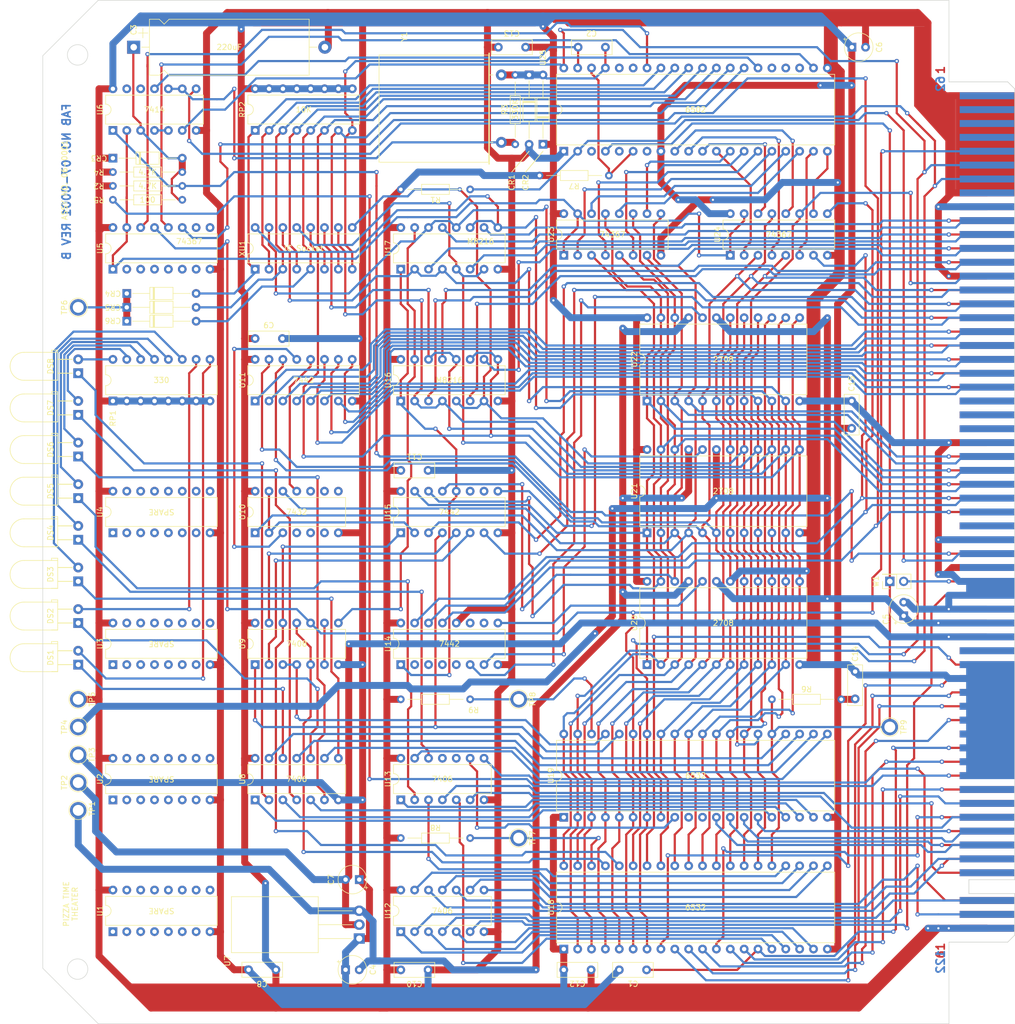
<source format=kicad_pcb>
(kicad_pcb (version 20221018) (generator pcbnew)
  (layers (0 "F.Cu" signal) (31 "B.Cu" signal) (34 "B.Paste" user) (35 "F.Paste" user) (36 "B.SilkS" user "B.Silkscreen") (37 "F.SilkS" user "F.Silkscreen") (38 "B.Mask" user) (39 "F.Mask" user) (44 "Edge.Cuts" user))
  (net 0 "")
  (net 1 "PROG in")
  (net 2 "GND")
  (net 3 "Net-(CR3-A)")
  (net 4 "-5V")
  (net 5 "+12V")
  (net 6 "+5V")
  (net 7 "-12V")
  (net 8 "Net-(CR1-K)")
  (net 9 "Net-(CR4-K)")
  (net 10 "Net-(CR4-A)")
  (net 11 "Net-(CR5-A)")
  (net 12 "Net-(CR6-A)")
  (net 13 "Net-(DS1-K)")
  (net 14 "Net-(DS1-A)")
  (net 15 "Net-(DS2-K)")
  (net 16 "Net-(DS2-A)")
  (net 17 "Net-(DS3-K)")
  (net 18 "Net-(DS3-A)")
  (net 19 "Net-(DS4-K)")
  (net 20 "Net-(DS4-A)")
  (net 21 "Net-(DS5-K)")
  (net 22 "Net-(DS5-A)")
  (net 23 "Net-(DS6-K)")
  (net 24 "Net-(DS6-A)")
  (net 25 "Net-(DS7-K)")
  (net 26 "Net-(DS7-A)")
  (net 27 "Net-(DS8-K)")
  (net 28 "Net-(DS8-A)")
  (net 30 "DB0")
  (net 31 "DB2")
  (net 32 "DB4")
  (net 33 "DB6")
  (net 34 "BA1")
  (net 35 "BA3")
  (net 36 "XPRT")
  (net 37 "BS1")
  (net 38 "BS3")
  (net 39 "BS5")
  (net 40 "BS7")
  (net 41 "BS9")
  (net 45 "BA4")
  (net 46 "BA6")
  (net 47 "BA8")
  (net 48 "BA10")
  (net 49 "BA12")
  (net 52 "{slash}HOLD in")
  (net 53 "{slash}IRQ out")
  (net 54 "DIAG out")
  (net 57 "MIKE SW.")
  (net 58 "CHEER in")
  (net 59 "B'DAY in")
  (net 60 "INTRO in")
  (net 61 "SPEC in")
  (net 63 "NEXT in")
  (net 64 "{slash}RESET")
  (net 65 "SKIP in")
  (net 67 "DIAG in")
  (net 68 "AGC 8")
  (net 69 "AGC 2")
  (net 70 "B'DAY out")
  (net 71 "CHEER out")
  (net 72 "RESET out")
  (net 78 "R{slash}~{W}")
  (net 79 "PHI2")
  (net 81 "DB1")
  (net 82 "DB3")
  (net 83 "DB5")
  (net 84 "DB7")
  (net 85 "BA0")
  (net 86 "BA2")
  (net 87 "UART")
  (net 88 "AUDIO")
  (net 89 "BS2")
  (net 90 "BS4")
  (net 91 "BS6")
  (net 92 "BS8")
  (net 93 "BS10")
  (net 97 "BA5")
  (net 98 "BA7")
  (net 99 "BA9")
  (net 100 "BA11")
  (net 103 "RDY")
  (net 106 "NEXT out")
  (net 107 "PROG out")
  (net 108 "AGC 4")
  (net 109 "AGC 1")
  (net 110 "INTRO out")
  (net 112 "SKIP out")
  (net 113 "SPEC out")
  (net 114 "Net-(R3-Pad1)")
  (net 115 "{slash}IRQ")
  (net 116 "Net-(U18-CS1)")
  (net 117 "Net-(U19-CS1)")
  (net 118 "Net-(RP2-R2.1)")
  (net 119 "Net-(RP2-R4.1)")
  (net 120 "Net-(RP2-R6.1)")
  (net 121 "Net-(RP2-R7.1)")
  (net 122 "Net-(RP2-R8.1)")
  (net 123 "A0")
  (net 124 "A1")
  (net 125 "A2")
  (net 126 "A3")
  (net 127 "A4")
  (net 128 "A5")
  (net 129 "A6")
  (net 130 "A7")
  (net 131 "A8")
  (net 132 "A9")
  (net 133 "A10")
  (net 134 "A11")
  (net 135 "A12")
  (net 136 "cpu R{slash}~{W}")
  (net 137 "Net-(U14-0)")
  (net 138 "D6")
  (net 139 "D7")
  (net 140 "D4")
  (net 141 "D5")
  (net 142 "D2")
  (net 143 "D3")
  (net 144 "D0")
  (net 145 "D1")
  (net 146 "Net-(U23-OEa)")
  (net 155 "Net-(U6-Pad4)")
  (net 156 "Net-(U19-PA1)")
  (net 157 "Net-(U19-PB7)")
  (net 158 "Net-(U19-PB6)")
  (net 159 "Net-(U19-PB5)")
  (net 160 "Net-(U19-PB2)")
  (net 161 "Net-(U19-PB1)")
  (net 162 "Net-(U19-PB0)")
  (net 163 "{slash}STACK")
  (net 164 "{slash}U19")
  (net 165 "Net-(U19-~{CS2})")
  (net 166 "Net-(U18-~{CS2})")
  (net 167 "Net-(U9-Pad6)")
  (net 168 "{slash}RAM")
  (net 169 "{slash}U18")
  (net 170 "{slash}CARDS")
  (net 171 "Net-(U11-A2)")
  (net 178 "Net-(U11-A3)")
  (net 179 "Net-(U18-PB6)")
  (net 180 "Net-(U18-PB5)")
  (net 181 "Net-(U18-PB4)")
  (net 182 "Net-(U18-PB3)")
  (net 183 "Net-(U18-PB2)")
  (net 184 "Net-(U18-PB1)")
  (net 185 "Net-(U19-PB4)")
  (net 186 "Net-(U18-PB0)")
  (net 187 "Net-(U18-PB7)")
  (net 190 "Net-(U19-PB3)")
  (net 195 "{slash}CS U22")
  (net 196 "{slash}CS U21")
  (net 197 "{slash}CS U20")
  (net 204 "Net-(U16-IN{slash}~{OUT})")
  (net 205 "Net-(U25-02)")
  (net 206 "Net-(U25-SO)")
  (net 274 "{slash}RESET in")
  (footprint "Evan's parts:LED_D5.0mm_Horizontal_O3.81mm_Z15.0mm reversed" (layer "F.Cu") (at 48.26 129.54 -90)
    (fp_text reference "DS1")
    (fp_text value "LED")
  )
  (footprint "Diode_THT:D_DO-35_SOD27_P12.70mm_Horizontal" (layer "F.Cu") (at 57.15 69.215)
    (fp_text reference "CR6")
    (fp_text value "1N914")
  )
  (footprint "Package_DIP:DIP-24_W15.24mm" (layer "F.Cu") (at 152.4 132.08 90)
    (fp_text reference "U20")
    (fp_text value "2708")
  )
  (footprint "Connector_PinSocket_2.54mm:PinSocket_2x01_P2.54mm_Vertical" (layer "F.Cu") (at 196.85 116.84 180)
    (fp_text reference "W1")
    (fp_text value "IRQ")
  )
  (footprint "Capacitor_THT:CP_Radial_Tantal_D5.0mm_P2.50mm" (layer "F.Cu") (at 199.39 123.15 90)
    (fp_text reference "C5")
    (fp_text value "4.7uF")
  )
  (footprint "Capacitor_THT:C_Rect_L7.2mm_W2.5mm_P5.00mm_FKS2_FKP2_MKS2_MKP2" (layer "F.Cu") (at 84.455 187.94 180)
    (fp_text reference "C8")
    (fp_text value "100nF")
  )
  (footprint "Diode_THT:D_DO-35_SOD27_P12.70mm_Horizontal" (layer "F.Cu") (at 57.15 66.675)
    (fp_text reference "CR5")
    (fp_text value "1N914")
  )
  (footprint "Package_TO_SOT_THT:TO-220-3_Horizontal_TabDown" (layer "F.Cu") (at 95.9 182.225 90)
    (fp_text reference "U7")
    (fp_text value "LM7905_TO220")
  )
  (footprint "Package_DIP:DIP-16_W7.62mm" (layer "F.Cu") (at 107.315 83.82 90)
    (fp_text reference "U16")
    (fp_text value "M8216")
  )
  (footprint "Package_DIP:DIP-16_W7.62mm" (layer "F.Cu") (at 80.645 83.82 90)
    (fp_text reference "U11")
    (fp_text value "7442")
  )
  (footprint "Package_DIP:DIP-14_W7.62mm" (layer "F.Cu") (at 80.645 132.08 90)
    (fp_text reference "U9")
    (fp_text value "7408")
  )
  (footprint "Package_DIP:DIP-40_W15.24mm" (layer "F.Cu") (at 137.16 38.1 90)
    (fp_text reference "U25")
    (fp_text value "6502")
  )
  (footprint "Capacitor_THT:CP_Axial_L29.0mm_D10.0mm_P35.00mm_Horizontal" (layer "F.Cu") (at 58.42 19.05)
    (fp_text reference "C3")
    (fp_text value "220uF")
  )
  (footprint "Package_DIP:DIP-16_W7.62mm" (layer "F.Cu") (at 137.16 57.15 90)
    (fp_text reference "U23")
    (fp_text value "74367")
  )
  (footprint "Capacitor_THT:C_Rect_L7.2mm_W2.5mm_P5.00mm_FKS2_FKP2_MKS2_MKP2" (layer "F.Cu") (at 152.32 187.96 180)
    (fp_text reference "C1")
    (fp_text value "100nF")
  )
  (footprint "Diode_THT:D_DO-35_SOD27_P12.70mm_Horizontal" (layer "F.Cu") (at 133.35 36.83 90)
    (fp_text reference "CR2")
    (fp_text value "1N914")
  )
  (footprint "Package_DIP:DIP-16_W7.62mm" (layer "F.Cu") (at 80.645 59.69 90)
    (fp_text reference "XU1")
    (fp_text value "IC Socket")
  )
  (footprint "TestPoint:TestPoint_Plated_Hole_D2.0mm" (layer "F.Cu") (at 48.26 66.675)
    (fp_text reference "TP6")
    (fp_text value "~{0/2/4}")
  )
  (footprint "Capacitor_THT:C_Rect_L7.2mm_W2.5mm_P5.00mm_FKS2_FKP2_MKS2_MKP2" (layer "F.Cu") (at 144.78 19.05 180)
    (fp_text reference "C2")
    (fp_text value "10pF")
  )
  (footprint "Evan's parts:LED_D5.0mm_Horizontal_O3.81mm_Z15.0mm reversed" (layer "F.Cu") (at 48.26 114.3 -90)
    (fp_text reference "DS3")
    (fp_text value "LED")
  )
  (footprint "Evan's parts:R_Axial_DIN0204_L3.6mm_D1.6mm_P12.7mm_Horizontal" (layer "F.Cu") (at 109.855 45.085)
    (fp_text reference "R1")
    (fp_text value "4.7K")
  )
  (footprint "Package_DIP:DIP-16_W7.62mm" (layer "F.Cu") (at 54.61 156.845 90)
    (fp_text reference "U2")
    (fp_text value "SPARE")
  )
  (footprint "Package_DIP:DIP-16_W7.62mm" (layer "F.Cu") (at 54.61 107.95 90)
    (fp_text reference "U4")
    (fp_text value "SPARE")
  )
  (footprint "Capacitor_THT:C_Rect_L7.2mm_W2.5mm_P5.00mm_FKS2_FKP2_MKS2_MKP2" (layer "F.Cu") (at 189.865 88.82 90)
    (fp_text reference "C15")
    (fp_text value "100nF")
  )
  (footprint "TestPoint:TestPoint_Plated_Hole_D2.0mm" (layer "F.Cu") (at 128.905 138.43)
    (fp_text reference "TP8")
    (fp_text value "U19 CS")
  )
  (footprint "TestPoint:TestPoint_Plated_Hole_D2.0mm" (layer "F.Cu") (at 48.26 138.43)
    (fp_text reference "TP5")
    (fp_text value "+5v")
  )
  (footprint "Package_DIP:DIP-16_W7.62mm" (layer "F.Cu") (at 107.315 107.95 90)
    (fp_text reference "U15")
    (fp_text value "7442")
  )
  (footprint "Evan's parts:LED_D5.0mm_Horizontal_O3.81mm_Z15.0mm reversed" (layer "F.Cu") (at 48.26 83.82 -90)
    (fp_text reference "DS7")
    (fp_text value "LED")
  )
  (footprint "TestPoint:TestPoint_Plated_Hole_D2.0mm" (layer "F.Cu") (at 48.26 143.51)
    (fp_text reference "TP4")
    (fp_text value "+12v")
  )
  (footprint "Package_DIP:DIP-14_W7.62mm" (layer "F.Cu") (at 107.315 156.835 90)
    (fp_text reference "U13")
    (fp_text value "7406")
  )
  (footprint "Evan's parts:R_Axial_DIN0204_L3.6mm_D1.6mm_P12.7mm_Horizontal" (layer "F.Cu") (at 57.15 44.45)
    (fp_text reference "R2")
    (fp_text value "4.7K")
  )
  (footprint "Evan's parts:R_Axial_DIN0204_L3.6mm_D1.6mm_P12.7mm_Horizontal" (layer "F.Cu") (at 57.15 46.99)
    (fp_text reference "R5")
    (fp_text value "100")
  )
  (footprint "Package_DIP:DIP-14_W7.62mm" (layer "F.Cu") (at 54.61 34.29 90)
    (fp_text reference "U6")
    (fp_text value "7414")
  )
  (footprint "Evan's parts:R_Axial_DIN0204_L3.6mm_D1.6mm_P12.7mm_Horizontal" (layer "F.Cu") (at 128.27 34.29 90)
    (fp_text reference "R3")
    (fp_text value "330K")
  )
  (footprint "Capacitor_THT:C_Rect_L7.2mm_W2.5mm_P5.00mm_FKS2_FKP2_MKS2_MKP2" (layer "F.Cu") (at 107.315 187.96)
    (fp_text reference "C10")
    (fp_text value "100nF")
  )
  (footprint "Package_DIP:DIP-14_W7.62mm" (layer "F.Cu") (at 80.645 107.95 90)
    (fp_text reference "U10")
    (fp_text value "7432")
  )
  (footprint "Package_DIP:DIP-14_W7.62mm" (layer "F.Cu") (at 80.645 156.845 90)
    (fp_text reference "U8")
    (fp_text value "7406")
  )
  (footprint "Evan's parts:LED_D5.0mm_Horizontal_O3.81mm_Z15.0mm reversed" (layer "F.Cu") (at 48.26 121.92 -90)
    (fp_text reference "DS2")
    (fp_text value "LED")
  )
  (footprint "TestPoint:TestPoint_Plated_Hole_D2.0mm" (layer "F.Cu") (at 48.26 158.75)
    (fp_text reference "TP1")
    (fp_text value "-5v")
  )
  (footprint "Package_DIP:DIP-24_W15.24mm" (layer "F.Cu") (at 152.4 107.95 90)
    (fp_text reference "U21")
    (fp_text value "2708")
  )
  (footprint "Package_DIP:DIP-16_W7.62mm" (layer "F.Cu") (at 107.315 132.08 90)
    (fp_text reference "U14")
    (fp_text value "7442")
  )
  (footprint "Capacitor_THT:CP_Radial_Tantal_D5.0mm_P2.50mm" (layer "F.Cu") (at 189.905 19.05)
    (fp_text reference "C6")
    (fp_text value "4.7uF")
  )
  (footprint "Evan's parts:LED_D5.0mm_Horizontal_O3.81mm_Z15.0mm reversed" (layer "F.Cu") (at 48.26 106.68 -90)
    (fp_text reference "DS4")
    (fp_text value "LED")
  )
  (footprint "Capacitor_THT:C_Rect_L7.2mm_W2.5mm_P5.00mm_FKS2_FKP2_MKS2_MKP2" (layer "F.Cu") (at 80.645 72.39)
    (fp_text reference "C9")
    (fp_text value "100nF")
  )
  (footprint "Capacitor_THT:C_Rect_L7.2mm_W2.5mm_P5.00mm_FKS2_FKP2_MKS2_MKP2" (layer "F.Cu") (at 190.5 138.35 90)
    (fp_text reference "C14")
    (fp_text value "100nF")
  )
  (footprint "Evan's parts:R_Axial_DIN0204_L3.6mm_D1.6mm_P12.7mm_Horizontal" (layer "F.Cu") (at 57.15 41.91)
    (fp_text reference "R4")
    (fp_text value "4.7K")
  )
  (footprint "Evan's parts:Chuck_E_Cheese_large_card_edge" (layer "F.Cu") (at 214.63 180.34 90)
    (fp_text reference "J1" hide)
    (fp_text value "CEC card edge connector large")
    (fp_line (start -2.54 3.81) (end -2.54 -6.95) (stroke (width 0.12)) (layer "Edge.Cuts"))
    (fp_line (start -1.27 5.08) (end -2.54 3.81) (stroke (width 0.12)) (layer "Edge.Cuts"))
    (fp_line (start -1.27 5.08) (end 6.35 5.08) (stroke (width 0.12)) (layer "Edge.Cuts"))
    (fp_line (start 6.35 -3.302) (end 8.89 -3.302) (stroke (width 0.12)) (layer "Edge.Cuts"))
    (fp_line (start 6.35 5.08) (end 6.35 -3.302) (stroke (width 0.12)) (layer "Edge.Cuts"))
    (fp_line (start 8.89 -3.302) (end 8.89 5.08) (stroke (width 0.12)) (layer "Edge.Cuts"))
    (fp_line (start 8.89 5.08) (end 153.67 5.08) (stroke (width 0.12)) (layer "Edge.Cuts"))
    (fp_line (start 154.94 3.81) (end 153.67 5.08) (stroke (width 0.12)) (layer "Edge.Cuts"))
    (fp_line (start 154.94 3.81) (end 154.94 -6.95) (stroke (width 0.12)) (layer "Edge.Cuts"))
  )
  (footprint "Evan's parts:R_Axial_DIN0204_L3.6mm_D1.6mm_P12.7mm_Horizontal" (layer "F.Cu") (at 185.42 138.43 180)
    (fp_text reference "R6")
    (fp_text value "4.7K")
  )
  (footprint "Package_DIP:DIP-16_W7.62mm" (layer "F.Cu") (at 107.315 59.69 90)
    (fp_text reference "U17")
    (fp_text value "M8216")
  )
  (footprint "Capacitor_THT:CP_Radial_Tantal_D5.0mm_P2.50mm" (layer "F.Cu") (at 99.71 171.43 180)
    (fp_text reference "C7")
    (fp_text value "4.7uF")
  )
  (footprint "Diode_THT:D_DO-35_SOD27_P12.70mm_Horizontal" (layer "F.Cu") (at 54.61 39.37)
    (fp_text reference "CR3")
    (fp_text value "1N914")
  )
  (footprint "TestPoint:TestPoint_Plated_Hole_D2.0mm" (layer "F.Cu") (at 196.85 143.51)
    (fp_text reference "TP9")
    (fp_text value "IRQ")
  )
  (footprint "Package_DIP:DIP-16_W7.62mm" (layer "F.Cu") (at 54.61 180.965 90)
    (fp_text reference "U1")
    (fp_text value "SPARE")
  )
  (footprint "Package_DIP:DIP-16_W7.62mm" (layer "F.Cu") (at 54.61 132.08 90)
    (fp_text reference "U3")
    (fp_text value "SPARE")
  )
  (footprint "Evan's parts:LED_D5.0mm_Horizontal_O3.81mm_Z15.0mm reversed" (layer "F.Cu") (at 48.26 91.44 -90)
    (fp_text reference "DS6")
    (fp_text value "LED")
  )
  (footprint "Package_DIP:DIP-16_W7.62mm" (layer "F.Cu") (at 80.66 34.28 90)
    (fp_text reference "RP2")
    (fp_text value "10K")
  )
  (footprint "TestPoint:TestPoint_Plated_Hole_D2.0mm" (layer "F.Cu") (at 128.905 163.83)
    (fp_text reference "TP7")
    (fp_text value "U18 CS")
  )
  (footprint "Evan's parts:R_Axial_DIN0204_L3.6mm_D1.6mm_P12.7mm_Horizontal" (layer "F.Cu") (at 135.255 42.545)
    (fp_text reference "R7")
    (fp_text value "4.7K")
  )
  (footprint "Evan's parts:LED_D5.0mm_Horizontal_O3.81mm_Z15.0mm reversed" (layer "F.Cu") (at 48.26 99.06 -90)
    (fp_text reference "DS5")
    (fp_text value "LED")
  )
  (footprint "TestPoint:TestPoint_Plated_Hole_D2.0mm" (layer "F.Cu") (at 48.26 153.67)
    (fp_text reference "TP2")
    (fp_text value "-12v")
  )
  (footprint "Diode_THT:D_DO-35_SOD27_P12.70mm_Horizontal" (layer "F.Cu") (at 130.81 24.13 -90)
    (fp_text reference "CR1")
    (fp_text value "1N914")
  )
  (footprint "Package_DIP:DIP-40_W15.24mm" (layer "F.Cu") (at 137.16 184.15 90)
    (fp_text reference "U18")
    (fp_text value "6532")
  )
  (footprint "Evan's parts:R_Axial_DIN0204_L3.6mm_D1.6mm_P12.7mm_Horizontal" (layer "F.Cu") (at 109.855 138.43)
    (fp_text reference "R9")
    (fp_text value "4.7K")
  )
  (footprint "Capacitor_THT:C_Rect_L7.2mm_W2.5mm_P5.00mm_FKS2_FKP2_MKS2_MKP2" (layer "F.Cu") (at 130.175 19.05 180)
    (fp_text reference "C13")
    (fp_text value "100nF")
  )
  (footprint "Package_DIP:DIP-16_W7.62mm" (layer "F.Cu") (at 54.61 83.82 90)
    (fp_text reference "RP1")
    (fp_text value "330")
  )
  (footprint "Capacitor_THT:CP_Radial_Tantal_D5.0mm_P2.50mm" (layer "F.Cu") (at 97.21 187.94)
    (fp_text reference "C4")
    (fp_text value "4.7uF")
  )
  (footprint "Package_DIP:DIP-24_W15.24mm" (layer "F.Cu") (at 152.4 83.82 90)
    (fp_text reference "U22")
    (fp_text value "2708")
  )
  (footprint "Capacitor_THT:C_Rect_L7.2mm_W2.5mm_P5.00mm_FKS2_FKP2_MKS2_MKP2" (layer "F.Cu") (at 107.315 96.52)
    (fp_text reference "C11")
    (fp_text value "100nF")
  )
  (footprint "Package_DIP:DIP-14_W7.62mm" (layer "F.Cu") (at 107.31 180.965 90)
    (fp_text reference "U12")
    (fp_text value "7406")
  )
  (footprint "Crystal:Crystal_HC33-U_Horizontal" (layer "F.Cu") (at 125.73 24.13 -90)
    (fp_text reference "Y1")
    (fp_text value "1Mhz")
  )
  (footprint "TestPoint:TestPoint_Plated_Hole_D2.0mm" (layer "F.Cu") (at 48.26 148.59)
    (fp_text reference "TP3")
    (fp_text value "GND")
  )
  (footprint "Diode_THT:D_DO-35_SOD27_P12.70mm_Horizontal" (layer "F.Cu") (at 57.15 64.135)
    (fp_text reference "CR4")
    (fp_text value "1N914")
  )
  (footprint "Package_DIP:DIP-16_W7.62mm" (layer "F.Cu") (at 167.64 57.15 90)
    (fp_text reference "U24")
    (fp_text value "74367")
  )
  (footprint "Evan's parts:LED_D5.0mm_Horizontal_O3.81mm_Z15.0mm reversed" (layer "F.Cu") (at 48.26 76.2 -90)
    (fp_text reference "DS8")
    (fp_text value "LED")
  )
  (footprint "Capacitor_THT:C_Rect_L7.2mm_W2.5mm_P5.00mm_FKS2_FKP2_MKS2_MKP2" (layer "F.Cu") (at 142.16 187.96 180)
    (fp_text reference "C12")
    (fp_text value "100nF")
  )
  (footprint "Package_DIP:DIP-40_W15.24mm" (layer "F.Cu") (at 137.16 160.02 90)
    (fp_text reference "U19")
    (fp_text value "6532")
  )
  (footprint "Package_DIP:DIP-16_W7.62mm" (layer "F.Cu") (at 54.61 59.69 90)
    (fp_text reference "U5")
    (fp_text value "74367")
  )
  (footprint "Evan's parts:R_Axial_DIN0204_L3.6mm_D1.6mm_P12.7mm_Horizontal" (layer "F.Cu") (at 109.855 163.83)
    (fp_text reference "R8")
    (fp_text value "4.7K")
  )
  (gr_line (start 130.81 38.1) (end 127.635 41.91) (stroke (width 0.15)) (layer "F.SilkS"))
  (gr_line (start 130.175 41.91) (end 133.35 38.1) (stroke (width 0.15)) (layer "F.SilkS"))
  (gr_line (start 41.78 187.67) (end 41.78 20.61) (stroke (width 0.1)) (layer "Edge.Cuts"))
  (gr_circle (center 48.15 20.46) (end 48.15 18.59) (stroke (width 0.1)) (fill none) (layer "Edge.Cuts"))
  (gr_line (start 207.68 25.4) (end 207.68 10.46) (stroke (width 0.1)) (layer "Edge.Cuts"))
  (gr_line (start 41.78 187.67) (end 51.93 197.82) (stroke (width 0.1)) (layer "Edge.Cuts"))
  (gr_line (start 207.68 182.88) (end 207.68 197.82) (stroke (width 0.1)) (layer "Edge.Cuts"))
  (gr_circle (center 48.15 187.82) (end 48.15 185.95) (stroke (width 0.1)) (fill none) (layer "Edge.Cuts"))
  (gr_line (start 41.78 20.61) (end 51.93 10.46) (stroke (width 0.1)) (layer "Edge.Cuts"))
  (gr_line (start 51.93 197.82) (end 207.68 197.82) (stroke (width 0.1)) (layer "Edge.Cuts"))
  (gr_line (start 51.93 10.46) (end 207.68 10.46) (stroke (width 0.1)) (layer "Edge.Cuts"))
  (gr_text "61" (at 207.01 186.055 90) (layer "F.Cu") (effects (font (size 1.5 1.5) (thickness 0.3) bold) (justify left bottom)))
  (gr_text "1" (at 207.01 24.13 90) (layer "F.Cu") (effects (font (size 1.5 1.5) (thickness 0.3) bold) (justify left bottom)))
  (gr_text "FAB NO. 07-0001 REV B" (at 46.99 29.21 90) (layer "B.Cu") (effects (font (size 1.5 1.5) (thickness 0.3) bold) (justify left bottom mirror)))
  (gr_text "62" (at 207.01 24.13 90) (layer "B.Cu") (effects (font (size 1.5 1.5) (thickness 0.3) bold) (justify left bottom mirror)))
  (gr_text "122" (at 207.01 184.15 90) (layer "B.Cu") (effects (font (size 1.5 1.5) (thickness 0.3) bold) (justify left bottom mirror)))
  (gr_text "PIZZA TIME\nTHEATER" (at 48.26 175.895 90) (layer "F.SilkS") (effects (font (size 1 1)) (justify bottom)))
  (gr_text "ASSY NO. 06-0001" (at 46.355 50.8 90) (layer "F.SilkS") (effects (font (size 1 1)) (justify left bottom)))
  (segment (start 197.485 180.975) (end 197.955 180.505) (width 0.4) (layer "F.Cu") (net 1))
  (segment (start 214.63 147.32) (end 207.645 147.32) (width 0.4) (layer "F.Cu") (net 1))
  (segment (start 172.72 184.15) (end 168.91 187.96) (width 0.4) (layer "F.Cu") (net 1))
  (segment (start 197.955 180.505) (end 197.955 147.79) (width 0.4) (layer "F.Cu") (net 1))
  (segment (start 168.91 187.96) (end 152.32 187.96) (width 0.4) (layer "F.Cu") (net 1))
  (segment (start 197.955 147.79) (end 197.485 147.32) (width 0.4) (layer "F.Cu") (net 1))
  (via (at 207.645 147.32) (size 0.8) (drill 0.4) (layers "F.Cu" "B.Cu") (net 1))
  (via (at 197.485 180.975) (size 0.8) (drill 0.4) (layers "F.Cu" "B.Cu") (net 1))
  (via (at 197.485 147.32) (size 0.8) (drill 0.4) (layers "F.Cu" "B.Cu") (net 1))
  (segment (start 197.485 147.32) (end 207.645 147.32) (width 0.4) (layer "B.Cu") (net 1))
  (segment (start 173.99 185.42) (end 172.72 184.15) (width 0.4) (layer "B.Cu") (net 1))
  (segment (start 186.69 185.42) (end 173.99 185.42) (width 0.4) (layer "B.Cu") (net 1))
  (segment (start 191.135 180.975) (end 186.69 185.42) (width 0.4) (layer "B.Cu") (net 1))
  (segment (start 197.485 180.975) (end 191.135 180.975) (width 0.4) (layer "B.Cu") (net 1))
  (segment (start 187.96 60.96) (end 187.96 23.495) (width 1.27) (layer "F.Cu") (net 2))
  (segment (start 185.42 22.86) (end 187.325 24.765) (width 1.27) (layer "F.Cu") (net 2))
  (segment (start 72.39 107.95) (end 74.295 107.95) (width 1.27) (layer "F.Cu") (net 2))
  (segment (start 74.295 59.69) (end 74.295 48.26) (width 1.27) (layer "F.Cu") (net 2))
  (segment (start 122.55 180.965) (end 125.085 180.965) (width 1.27) (layer "F.Cu") (net 2))
  (segment (start 71.755 34.29) (end 71.755 16.51) (width 1.27) (layer "F.Cu") (net 2))
  (segment (start 207.645 91.44) (end 205.74 93.345) (width 1.27) (layer "F.Cu") (net 2))
  (segment (start 76.815 187.94) (end 74.295 185.42) (width 1.27) (layer "F.Cu") (net 2))
  (segment (start 125.095 184.15) (end 125.095 180.975) (width 1.27) (layer "F.Cu") (net 2))
  (segment (start 192.405 13.97) (end 190.5 13.97) (width 1.27) (layer "F.Cu") (net 2))
  (segment (start 125.095 180.975) (end 125.095 156.845) (width 1.27) (layer "F.Cu") (net 2))
  (segment (start 74.285 180.965) (end 72.39 180.965) (width 1.27) (layer "F.Cu") (net 2))
  (segment (start 74.295 180.975) (end 74.285 180.965) (width 1.27) (layer "F.Cu") (net 2))
  (segment (start 125.085 156.835) (end 125.095 156.845) (width 1.27) (layer "F.Cu") (net 2))
  (segment (start 74.295 156.845) (end 72.39 156.845) (width 1.27) (layer "F.Cu") (net 2))
  (segment (start 123.19 12.7) (end 201.93 12.7) (width 1.27) (layer "F.Cu") (net 2))
  (segment (start 208.28 45.72) (end 214.63 45.72) (width 1.27) (layer "F.Cu") (net 2))
  (segment (start 183.515 132.08) (end 183.515 65.405) (width 1.27) (layer "F.Cu") (net 2))
  (segment (start 100.33 128.27) (end 100.33 131.445) (width 1.27) (layer "F.Cu") (net 2))
  (segment (start 161.925 46.99) (end 164.465 46.99) (width 1.27) (layer "F.Cu") (net 2))
  (segment (start 72.39 59.69) (end 74.295 59.69) (width 1.27) (layer "F.Cu") (net 2))
  (segment (start 94.055 19.05) (end 94.055 12.775) (width 1.27) (layer "F.Cu") (net 2))
  (segment (start 166.37 75.565) (end 166.37 86.995) (width 0.4) (layer "F.Cu") (net 2))
  (segment (start 207.645 60.96) (end 205.74 59.055) (width 1.27) (layer "F.Cu") (net 2))
  (segment (start 125.095 39.37) (end 123.19 37.465) (width 1.27) (layer "F.Cu") (net 2))
  (segment (start 95.885 107.95) (end 99.695 107.95) (width 1.27) (layer "F.Cu") (net 2))
  (segment (start 154.94 57.15) (end 154.94 53.975) (width 1.27) (layer "F.Cu") (net 2))
  (segment (start 135.255 160.02) (end 135.255 184.15) (width 1.27) (layer "F.Cu") (net 2))
  (segment (start 100.33 170.81) (end 99.71 171.43) (width 1.27) (layer "F.Cu") (net 2))
  (segment (start 74.295 107.95) (end 74.295 132.08) (width 1.27) (layer "F.Cu") (net 2))
  (segment (start 167.64 116.84) (end 167.64 112.395) (width 0.4) (layer "F.Cu") (net 2))
  (segment (start 192.405 19.05) (end 192.405 13.97) (width 1.27) (layer "F.Cu") (net 2))
  (segment (start 187.325 24.765) (end 187.325 25.4) (width 1.27) (layer "F.Cu") (net 2))
  (segment (start 71.755 34.29) (end 69.85 34.29) (width 1.27) (layer "F.Cu") (net 2))
  (segment (start 74.295 48.26) (end 71.755 45.72) (width 1.27) (layer "F.Cu") (net 2))
  (segment (start 201.93 12.7) (end 203.835 14.605) (width 1.27) (layer "F.Cu") (net 2))
  (segment (start 100.33 128.27) (end 100.33 170.81) (width 1.27) (layer "F.Cu") (net 2))
  (segment (start 167.64 112.395) (end 166.37 111.125) (width 0.4) (layer "F.Cu") (net 2))
  (segment (start 205.74 59.055) (end 205.74 48.26) (width 1.27) (layer "F.Cu") (net 2))
  (segment (start 99.695 72.39) (end 100.33 72.39) (width 1.27) (layer "F.Cu") (net 2))
  (segment (start 100.33 83.82) (end 100.33 128.27) (width 1.27) (layer "F.Cu") (net 2))
  (segment (start 127.635 121.92) (end 127.635 132.08) (width 1.27) (layer "F.Cu") (net 2))
  (segment (start 130.81 38.1) (end 129.54 39.37) (width 1.27) (layer "F.Cu") (net 2))
  (segment (start 127.635 83.82) (end 127.635 59.69) (width 1.27) (layer "F.Cu") (net 2))
  (segment (start 214.63 60.96) (end 207.645 60.96) (width 1.27) (layer "F.Cu") (net 2))
  (segment (start 137.16 160.02) (end 135.255 160.02) (width 1.27) (layer "F.Cu") (net 2))
  (segment (start 79.455 187.94) (end 76.815 187.94) (width 1.27) (layer "F.Cu") (net 2))
  (segment (start 117.475 124.46) (end 120.015 121.92) (width 1.27) (layer "F.Cu") (net 2))
  (segment (start 74.295 132.08) (end 74.295 132.715) (width 1.27) (layer "F.Cu") (net 2))
  (segment (start 182.245 132.08) (end 182.245 107.95) (width 1.27) (layer "F.Cu") (net 2))
  (segment (start 186.69 22.225) (end 186.69 13.97) (width 1.27) (layer "F.Cu") (net 2))
  (segment (start 166.37 111.125) (end 166.37 104.14) (width 0.4) (layer "F.Cu") (net 2))
  (segment (start 185.42 22.86) (end 185.42 13.97) (width 1.27) (layer "F.Cu") (net 2))
  (segment (start 167.64 74.295) (end 166.37 75.565) (width 0.4) (layer "F.Cu") (net 2))
  (segment (start 205.74 48.26) (end 208.28 45.72) (width 1.27) (layer "F.Cu") (net 2))
  (segment (start 205.74 109.22) (end 205.74 115.57) (width 1.27) (layer "F.Cu") (net 2))
  (segment (start 167.64 88.265) (end 167.64 92.71) (width 0.4) (layer "F.Cu") (net 2))
  (segment (start 125.095 132.08) (end 127.635 132.08) (width 1.27) (layer "F.Cu") (net 2))
  (segment (start 74.295 132.08) (end 72.39 132.08) (width 1.27) (layer "F.Cu") (net 2))
  (segment (start 167.64 68.58) (end 167.64 74.295) (width 0.4) (layer "F.Cu") (net 2))
  (segment (start 187.325 60.325) (end 187.325 57.15) (width 1.27) (layer "F.Cu") (net 2))
  (segment (start 208.28 114.3) (end 214.63 114.3) (width 1.27) (layer "F.Cu") (net 2))
  (segment (start 93.98 12.7) (end 123.19 12.7) (width 1.27) (layer "F.Cu") (net 2))
  (segment (start 74.295 185.42) (end 74.295 180.975) (width 1.27) (layer "F.Cu") (net 2))
  (segment (start 123.19 19.05) (end 123.19 12.7) (width 1.27) (layer "F.Cu") (net 2))
  (segment (start 130.81 36.83) (end 130.81 38.1) (width 1.27) (layer "F.Cu") (net 2))
  (segment (start 187.96 23.495) (end 187.325 22.86) (width 1.27) (layer "F.Cu") (net 2))
  (segment (start 125.095 107.95) (end 127.635 107.95) (width 1.27) (layer "F.Cu") (net 2))
  (segment (start 180.34 132.08) (end 182.245 132.08) (width 1.27) (layer "F.Cu") (net 2))
  (segment (start 125.095 137.16) (end 127.635 134.62) (width 1.27) (layer "F.Cu") (net 2))
  (segment (start 125.085 180.965) (end 125.095 180.975) (width 1.27) (layer "F.Cu") (net 2))
  (segment (start 187.325 22.86) (end 186.69 22.225) (width 1.27) (layer "F.Cu") (net 2))
  (segment (start 167.64 102.87) (end 167.64 92.71) (width 0.4) (layer "F.Cu") (net 2))
  (segment (start 187.325 13.97) (end 187.96 14.605) (width 1.27) (layer "F.Cu") (net 2))
  (segment (start 99.71 182.225) (end 101.58 182.225) (width 1.27) (layer "F.Cu") (net 2))
  (segment (start 185.42 57.15) (end 187.325 57.15) (width 1.27) (layer "F.Cu") (net 2))
  (segment (start 185.42 13.97) (end 186.69 13.97) (width 1.27) (layer "F.Cu") (net 2))
  (segment (start 187.325 25.4) (end 187.325 22.86) (width 1.27) (layer "F.Cu") (net 2))
  (segment (start 71.755 16.51) (end 75.565 12.7) (width 1.27) (layer "F.Cu") (net 2))
  (segment (start 129.54 39.37) (end 127.635 39.37) (width 1.27) (layer "F.Cu") (net 2))
  (segment (start 120.015 121.92) (end 127.635 121.92) (width 1.27) (layer "F.Cu") (net 2))
  (segment (start 123.19 37.465) (end 123.19 19.05) (width 1.27) (layer "F.Cu") (net 2))
  (segment (start 203.835 14.605) (end 203.835 24.765) (width 1.27) (layer "F.Cu") (net 2))
  (segment (start 101.58 173.3) (end 99.71 171.43) (width 1.27) (layer "F.Cu") (net 2))
  (segment (start 127.635 121.92) (end 127.635 107.95) (width 1.27) (layer "F.Cu") (net 2))
  (segment (start 214.63 91.44) (end 207.645 91.44) (width 1.27) (layer "F.Cu") (net 2))
  (segment (start 112.315 187.96) (end 121.285 187.96) (width 1.27) (layer "F.Cu") (net 2))
  (segment (start 207.01 115.57) (end 208.28 114.3) (width 1.27) (layer "F.Cu") (net 2))
  (segment (start 187.325 57.15) (end 187.325 25.4) (width 1.27) (layer "F.Cu") (net 2))
  (segment (start 75.565 12.7) (end 93.98 12.7) (width 1.27) (layer "F.Cu") (net 2))
  (segment (start 127.635 59.69) (end 127.635 39.37) (width 1.27) (layer "F.Cu") (net 2))
  (segment (start 71.755 45.72) (end 71.755 34.29) (width 1.27) (layer "F.Cu") (net 2))
  (segment (start 127.635 134.62) (end 127.635 132.08) (width 1.27) (layer "F.Cu") (net 2))
  (segment (start 100.33 72.39) (end 100.33 14.605) (width 1.27) (layer "F.Cu") (net 2))
  (segment (start 135.255 184.15) (end 137.16 184.15) (width 1.27) (layer "F.Cu") (net 2))
  (segment (start 182.245 65.405) (end 187.325 60.325) (width 1.27) (layer "F.Cu") (net 2))
  (segment (start 125.095 83.82) (end 127.635 83.82) (width 1.27) (layer "F.Cu") (net 2))
  (segment (start 122.555 156.835) (end 125.085 156.835) (width 1.27) (layer "F.Cu") (net 2))
  (segment (start 166.37 86.995) (end 167.64 88.265) (width 0.4) (layer "F.Cu") (net 2))
  (segment (start 185.42 22.86) (end 187.325 22.86) (width 1.27) (layer "F.Cu") (net 2))
  (segment (start 137.16 187.96) (end 137.16 184.15) (width 1.27) (layer "F.Cu") (net 2))
  (segment (start 154.94 53.975) (end 161.925 46.99) (width 1.27) (layer "F.Cu") (net 2))
  (segment (start 203.835 24.765) (end 207.01 27.94) (width 1.27) (layer "F.Cu") (net 2))
  (segment (start 186.69 13.97) (end 187.325 13.97) (width 1.27) (layer "F.Cu") (net 2))
  (segment (start 183.515 65.405) (end 187.96 60.96) (width 1.27) (layer "F.Cu") (net 2))
  (segment (start 180.34 107.95) (end 182.245 107.95) (width 1.27) (layer "F.Cu") (net 2))
  (segment (start 100.33 83.82) (end 98.425 83.82) (width 1.27) (layer "F.Cu") (net 2))
  (segment (start 182.245 132.08) (end 183.515 132.08) (width 1.27) (layer "F.Cu") (net 2))
  (segment (start 127.635 107.95) (end 127.635 83.82) (width 1.27) (layer "F.Cu") (net 2))
  (segment (start 207.01 27.94) (end 214.63 27.94) (width 1.27) (layer "F.Cu") (net 2))
  (segment (start 74.295 156.845) (end 74.295 180.975) (width 1.27) (layer "F.Cu") (net 2))
  (segment (start 74.295 132.715) (end 74.295 156.845) (width 1.27) (layer "F.Cu") (net 2))
  (segment (start 100.33 14.605) (end 100.965 13.97) (width 1.27) (layer "F.Cu") (net 2))
  (segment (start 74.295 107.95) (end 74.295 59.69) (width 1.27) (layer "F.Cu") (net 2))
  (segment (start 127.635 39.37) (end 125.095 39.37) (width 1.27) (layer "F.Cu") (net 2))
  (segment (start 101.58 182.225) (end 101.58 173.3) (width 1.27) (layer "F.Cu") (net 2))
  (segment (start 205.74 115.57) (end 207.01 115.57) (width 1.27) (layer "F.Cu") (net 2))
  (segment (start 125.095 156.845) (end 125.095 137.16) (width 1.27) (layer "F.Cu") (net 2))
  (segment (start 94.055 12.775) (end 93.98 12.7) (width 1.27) (layer "F.Cu") (net 2))
  (segment (start 205.74 93.345) (end 205.74 109.22) (width 1.27) (layer "F.Cu") (net 2))
  (segment (start 125.175 19.05) (end 123.19 19.05) (width 1.27) (layer "F.Cu") (net 2))
  (segment (start 100.33 83.82) (end 100.33 72.39) (width 1.27) (layer "F.Cu") (net 2))
  (segment (start 166.37 104.14) (end 167.64 102.87) (width 0.4) (layer "F.Cu") (net 2))
  (segment (start 182.245 107.95) (end 182.245 65.405) (width 1.27) (layer "F.Cu") (net 2))
  (segment (start 125.095 59.69) (end 127.635 59.69) (width 1.27) (layer "F.Cu") (net 2))
  (segment (start 121.285 187.96) (end 125.095 184.15) (width 1.27) (layer "F.Cu") (net 2))
  (via (at 127.635 96.52) (size 0.8) (drill 0.4) (layers "F.Cu" "B.Cu") (net 2))
  (via (at 207.645 91.44) (size 0.8) (drill 0.4) (layers "F.Cu" "B.Cu") (net 2))
  (via (at 205.74 109.22) (size 0.8) (drill 0.4) (layers "F.Cu" "B.Cu") (net 2))
  (via (at 99.695 72.39) (size 0.8) (drill 0.4) (layers "F.Cu" "B.Cu") (net 2))
  (via (at 100.33 132.08) (size 0.8) (drill 0.4) (layers "F.Cu" "B.Cu") (net 2))
  (via (at 187.325 43.815) (size 0.8) (drill 0.4) (layers "F.Cu" "B.Cu") (net 2))
  (via (at 207.645 121.92) (size 0.8) (drill 0.4) (layers "F.Cu" "B.Cu") (net 2))
  (via (at 181.61 114.935) (size 0.8) (drill 0.4) (layers "F.Cu" "B.Cu") (net 2))
  (via (at 205.74 115.57) (size 0.8) (drill 0.4) (layers "F.Cu" "B.Cu") (net 2))
  (via (at 207.645 60.96) (size 0.8) (drill 0.4) (layers "F.Cu" "B.Cu") (net 2))
  (via (at 164.465 46.99) (size 0.8) (drill 0.4) (layers "F.Cu" "B.Cu") (net 2))
  (via (at 205.74 48.26) (size 0.8) (drill 0.4) (layers "F.Cu" "B.Cu") (net 2))
  (via (at 100.33 156.845) (size 0.8) (drill 0.4) (layers "F.Cu" "B.Cu") (net 2))
  (segment (start 207.645 134.62) (end 207.01 133.985) (width 1.27) (layer "B.Cu") (net 2))
  (segment (start 83.185 191.77) (end 85.725 194.31) (width 1.27) (layer "B.Cu") (net 2))
  (segment (start 83.24 191.715) (end 83.185 191.77) (width 1.27) (layer "B.Cu") (net 2))
  (segment (start 48.26 148.59) (end 53.34 153.67) (width 1.27) (layer "B.Cu") (net 2))
  (segment (start 112.395 191.77) (end 112.315 191.69) (width 1.27) (layer "B.Cu") (net 2))
  (segment (start 137.16 187.96) (end 137.16 191.77) (width 1.27) (layer "B.Cu") (net 2))
  (segment (start 137.16 191.77) (end 113.665 191.77) (width 1.27) (layer "B.Cu") (net 2))
  (segment (start 53.34 153.67) (end 92.71 153.67) (width 1.27) (layer "B.Cu") (net 2))
  (segment (start 135.89 39.37) (end 132.21863 39.37) (width 1.27) (layer "B.Cu") (net 2))
  (segment (start 209.55 116.84) (end 208.28 115.57) (width 1.27) (layer "B.Cu") (net 2))
  (segment (start 208.28 115.57) (end 205.74 115.57) (width 1.27) (layer "B.Cu") (net 2))
  (segment (start 207.645 121.92) (end 201.295 121.92) (width 1.27) (layer "B.Cu") (net 2))
  (segment (start 85.645 72.39) (end 99.695 72.39) (width 1.27) (layer "B.Cu") (net 2))
  (segment (start 137.16 38.1) (end 135.89 39.37) (width 1.27) (layer "B.Cu") (net 2))
  (segment (start 97.21 184.73) (end 97.21 187.94) (width 1.27) (layer "B.Cu") (net 2))
  (segment (start 85.725 194.31) (end 140.97 194.31) (width 1.27) (layer "B.Cu") (net 2))
  (segment (start 143.51 191.77) (end 137.16 191.77) (width 1.27) (layer "B.Cu") (net 2))
  (segment (start 79.215 187.8) (end 83.185 191.77) (width 1.27) (layer "B.Cu") (net 2))
  (segment (start 112.315 96.52) (end 127.635 96.52) (width 1.27) (layer "B.Cu") (net 2))
  (segment (start 97.21 191.715) (end 83.24 191.715) (width 1.27) (layer "B.Cu") (net 2))
  (segment (start 132.21863 39.37) (end 130.81 37.96137) (width 1.27) (layer "B.Cu") (net 2))
  (segment (start 97.79 191.77) (end 97.265 191.77) (width 1.27) (layer "B.Cu") (net 2))
  (segment (start 95.885 156.845) (end 100.33 156.845) (width 1.27) (layer "B.Cu") (net 2))
  (segment (start 214.63 119.38) (end 207.645 119.38) (width 1.27) (layer "B.Cu") (net 2))
  (segment (start 169.545 114.935) (end 181.61 114.935) (width 1.27) (layer "B.Cu") (net 2))
  (segment (start 112.315 187.96) (end 112.315 191.69) (width 1.27) (layer "B.Cu") (net 2))
  (segment (start 99.71 182.23) (end 97.21 184.73) (width 1.27) (layer "B.Cu") (net 2))
  (segment (start 147.32 187.96) (end 143.51 191.77) (width 1.27) (layer "B.Cu") (net 2))
  (segment (start 214.63 121.92) (end 207.645 121.92) (width 1.27) (layer "B.Cu") (net 2))
  (segment (start 197.485 91.44) (end 207.645 91.44) (width 1.27) (layer "B.Cu") (net 2))
  (segment (start 214.63 116.84) (end 209.55 116.84) (width 1.27) (layer "B.Cu") (net 2))
  (segment (start 173.99 46.99) (end 177.165 43.815) (width 1.27) (layer "B.Cu") (net 2))
  (segment (start 113.665 191.77) (end 97.79 191.77) (width 1.27) (layer "B.Cu") (net 2))
  (segment (start 164.465 46.99) (end 173.99 46.99) (width 1.27) (layer "B.Cu") (net 2))
  (segment (start 214.63 48.26) (end 205.74 48.26) (width 1.27) (layer "B.Cu") (net 2))
  (segment (start 95.885 132.08) (end 99.695 132.08) (width 1.27) (layer "B.Cu") (net 2))
  (segment (start 207.01 133.985) (end 191.135 133.985) (width 1.27) (layer "B.Cu") (net 2))
  (segment (start 92.71 153.67) (end 95.885 156.845) (width 1.27) (layer "B.Cu") (net 2))
  (segment (start 190.5 133.35) (end 191.135 133.985) (width 1.27) (layer "B.Cu") (net 2))
  (segment (start 189.865 83.82) (end 197.485 91.44) (width 1.27) (layer "B.Cu") (net 2))
  (segment (start 177.165 43.815) (end 187.325 43.815) (width 1.27) (layer "B.Cu") (net 2))
  (segment (start 190.5 133.35) (end 189.23 132.08) (width 1.27) (layer "B.Cu") (net 2))
  (segment (start 113.665 191.77) (end 112.395 191.77) (width 1.27) (layer "B.Cu") (net 2))
  (segment (start 140.97 194.31) (end 143.51 191.77) (width 1.27) (layer "B.Cu") (net 2))
  (segment (start 137.16 191.77) (end 137.16 192.405) (width 1.27) (layer "B.Cu") (net 2))
  (segment (start 207.645 134.62) (end 214.63 134.62) (width 1.27) (layer "B.Cu") (net 2))
  (segment (start 180.34 83.82) (end 189.865 83.82) (width 1.27) (layer "B.Cu") (net 2))
  (segment (start 214.63 109.22) (end 205.74 109.22) (width 1.27) (layer "B.Cu") (net 2))
  (segment (start 200.025 120.65) (end 199.39 120.65) (width 1.27) (layer "B.Cu") (net 2))
  (segment (start 99.695 132.08) (end 100.33 132.08) (width 1.27) (layer "B.Cu") (net 2))
  (segment (start 99.71 182.225) (end 99.71 182.23) (width 1.27) (layer "B.Cu") (net 2))
  (segment (start 130.81 37.96137) (end 130.81 36.83) (width 1.27) (layer "B.Cu") (net 2))
  (segment (start 201.295 121.92) (end 200.025 120.65) (width 1.27) (layer "B.Cu") (net 2))
  (segment (start 189.23 132.08) (end 180.34 132.08) (width 1.27) (layer "B.Cu") (net 2))
  (segment (start 207.645 119.38) (end 207.645 121.92) (width 1.27) (layer "B.Cu") (net 2))
  (segment (start 97.21 187.94) (end 97.21 191.715) (width 1.27) (layer "B.Cu") (net 2))
  (segment (start 167.64 116.84) (end 169.545 114.935) (width 1.27) (layer "B.Cu") (net 2))
  (segment (start 97.265 191.77) (end 97.21 191.715) (width 1.27) (layer "B.Cu") (net 2))
  (segment (start 67.31 41.91) (end 66.675 41.91) (width 0.4) (layer "F.Cu") (net 3))
  (segment (start 66.675 41.91) (end 65.405 43.18) (width 0.4) (layer "F.Cu") (net 3))
  (segment (start 58.35 31.68) (end 59.69 33.02) (width 0.4) (layer "F.Cu") (net 3))
  (segment (start 66.675 46.99) (end 67.31 46.99) (width 0.4) (layer "F.Cu") (net 3))
  (segment (start 59.69 33.02) (end 59.69 34.29) (width 0.4) (layer "F.Cu") (net 3))
  (segment (start 67.31 39.37) (end 67.31 41.91) (width 1.27) (layer "F.Cu") (net 3))
  (segment (start 65.405 43.18) (end 65.405 45.72) (width 0.4) (layer "F.Cu") (net 3))
  (segment (start 58.35 19.755) (end 58.35 31.68) (width 0.4) (layer "F.Cu") (net 3))
  (segment (start 65.405 45.72) (end 66.675 46.99) (width 0.4) (layer "F.Cu") (net 3))
  (segment (start 64.77 39.37) (end 67.31 39.37) (width 0.4) (layer "B.Cu") (net 3))
  (segment (start 59.69 34.29) (end 64.77 39.37) (width 0.4) (layer "B.Cu") (net 3))
  (segment (start 132.08 139.7) (end 132.08 187.325) (width 1.27) (layer "F.Cu") (net 4))
  (segment (start 147.955 118.745) (end 147.955 123.825) (width 1.27) (layer "F.Cu") (net 4))
  (segment (start 147.955 123.825) (end 132.08 139.7) (width 1.27) (layer "F.Cu") (net 4))
  (segment (start 132.08 187.325) (end 132.08 187.96) (width 1.27) (layer "F.Cu") (net 4))
  (segment (start 160.02 100.33) (end 158.75 101.6) (width 1.27) (layer "F.Cu") (net 4))
  (segment (start 147.955 118.745) (end 147.955 70.485) (width 1.27) (layer "F.Cu") (net 4))
  (segment (start 160.02 92.71) (end 160.02 100.33) (width 1.27) (layer "F.Cu") (net 4))
  (via (at 147.955 101.6) (size 0.8) (drill 0.4) (layers "F.Cu" "B.Cu") (net 4))
  (via (at 147.955 118.745) (size 0.8) (drill 0.4) (layers "F.Cu" "B.Cu") (net 4))
  (via (at 158.75 101.6) (size 0.8) (drill 0.4) (layers "F.Cu" "B.Cu") (net 4))
  (via (at 147.955 70.485) (size 0.8) (drill 0.4) (layers "F.Cu" "B.Cu") (net 4))
  (via (at 132.08 187.96) (size 0.8) (drill 0.4) (layers "F.Cu" "B.Cu") (net 4))
  (segment (start 132.08 187.96) (end 116.84 187.96) (width 1.27) (layer "B.Cu") (net 4))
  (segment (start 101.325 186.325) (end 99.71 187.94) (width 1.27) (layer "B.Cu") (net 4))
  (segment (start 103.505 186.325) (end 102.505 186.325) (width 1.27) (layer "B.Cu") (net 4))
  (segment (start 157.48 71.12) (end 160.02 68.58) (width 1.27) (layer "B.Cu") (net 4))
  (segment (start 148.59 71.12) (end 157.48 71.12) (width 1.27) (layer "B.Cu") (net 4))
  (segment (start 102.235 186.055) (end 102.235 179.07) (width 1.27) (layer "B.Cu") (net 4))
  (segment (start 115.205 186.325) (end 116.84 187.96) (width 1.27) (layer "B.Cu") (net 4))
  (segment (start 102.505 186.325) (end 102.235 186.055) (width 1.27) (layer "B.Cu") (net 4))
  (segment (start 147.955 70.485) (end 148.59 71.12) (width 1.27) (layer "B.Cu") (net 4))
  (segment (start 100.31 177.145) (end 99.71 177.145) (width 1.27) (layer "B.Cu") (net 4))
  (segment (start 158.75 101.6) (end 147.955 101.6) (width 1.27) (layer "B.Cu") (net 4))
  (segment (start 103.505 186.325) (end 101.325 186.325) (width 1.27) (layer "B.Cu") (net 4))
  (segment (start 157.48 119.38) (end 160.02 116.84) (width 1.27) (layer "B.Cu") (net 4))
  (segment (start 48.26 165.1) (end 52.705 169.545) (width 1.27) (layer "B.Cu") (net 4))
  (segment (start 147.955 118.745) (end 148.59 119.38) (width 1.27) (layer "B.Cu") (net 4))
  (segment (start 103.505 186.325) (end 115.205 186.325) (width 1.27) (layer "B.Cu") (net 4))
  (segment (start 52.705 169.545) (end 83.185 169.545) (width 1.27) (layer "B.Cu") (net 4))
  (segment (start 148.59 119.38) (end 157.48 119.38) (width 1.27) (layer "B.Cu") (net 4))
  (segment (start 90.785 177.145) (end 99.71 177.145) (width 1.27) (layer "B.Cu") (net 4))
  (segment (start 83.185 169.545) (end 90.785 177.145) (width 1.27) (layer "B.Cu") (net 4))
  (segment (start 48.26 158.75) (end 48.26 165.1) (width 1.27) (layer "B.Cu") (net 4))
  (segment (start 102.235 179.07) (end 100.31 177.145) (width 1.27) (layer "B.Cu") (net 4))
  (segment (start 185.42 101.6) (end 185.42 120.015) (width 1.27) (layer "F.Cu") (net 5))
  (segment (start 185.42 68.58) (end 185.42 101.6) (width 1.27) (layer "F.Cu") (net 5))
  (segment (start 146.05 123.19) (end 142.875 126.365) (width 1.27) (layer "F.Cu") (net 5))
  (segment (start 165.1 101.6) (end 165.1 92.71) (width 1.27) (layer "F.Cu") (net 5))
  (segment (start 214.63 124.46) (end 205.74 124.46) (width 1.27) (layer "F.Cu") (net 5))
  (segment (start 146.05 103.505) (end 146.05 123.19) (width 1.27) (layer "F.Cu") (net 5))
  (via (at 185.42 101.6) (size 0.8) (drill 0.4) (layers "F.Cu" "B.Cu") (net 5))
  (via (at 205.74 124.46) (size 0.8) (drill 0.4) (layers "F.Cu" "B.Cu") (net 5))
  (via (at 165.1 101.6) (size 0.8) (drill 0.4) (layers "F.Cu" "B.Cu") (net 5))
  (via (at 142.875 126.365) (size 0.8) (drill 0.4) (layers "F.Cu" "B.Cu") (net 5))
  (via (at 146.05 103.505) (size 0.8) (drill 0.4) (layers "F.Cu" "B.Cu") (net 5))
  (via (at 185.42 68.58) (size 0.8) (drill 0.4) (layers "F.Cu" "B.Cu") (net 5))
  (via (at 185.42 120.015) (size 0.8) (drill 0.4) (layers "F.Cu" "B.Cu") (net 5))
  (segment (start 199.35 123.15) (end 196.215 120.015) (width 1.27) (layer "B.Cu") (net 5))
  (segment (start 52.07 139.7) (end 48.26 143.51) (width 1.27) (layer "B.Cu") (net 5))
  (segment (start 199.39 123.15) (end 199.35 123.15) (width 1.27) (layer "B.Cu") (net 5))
  (segment (start 186.055 120.015) (end 185.42 120.015) (width 1.27) (layer "B.Cu") (net 5))
  (segment (start 133.985 135.255) (end 120.015 135.255) (width 1.27) (layer "B.Cu") (net 5))
  (segment (start 92.075 139.7) (end 52.07 139.7) (width 1.27) (layer "B.Cu") (net 5))
  (segment (start 186.69 120.015) (end 186.055 120.015) (width 1.27) (layer "B.Cu") (net 5))
  (segment (start 167.64 71.12) (end 165.1 68.58) (width 1.27) (layer "B.Cu") (net 5))
  (segment (start 200.7 124.46) (end 199.39 123.15) (width 1.27) (layer "B.Cu") (net 5))
  (segment (start 109.22 136.525) (end 108.585 135.89) (width 1.27) (layer "B.Cu") (net 5))
  (segment (start 165.1 101.6) (end 163.195 103.505) (width 1.27) (layer "B.Cu") (net 5))
  (segment (start 185.42 120.015) (end 168.275 120.015) (width 1.27) (layer "B.Cu") (net 5))
  (segment (start 205.74 124.46) (end 200.7 124.46) (width 1.27) (layer "B.Cu") (net 5))
  (segment (start 214.63 124.46) (end 205.74 124.46) (width 1.27) (layer "B.Cu") (net 5))
  (segment (start 118.745 136.525) (end 109.22 136.525) (width 1.27) (layer "B.Cu") (net 5))
  (segment (start 142.875 126.365) (end 133.985 135.255) (width 1.27) (layer "B.Cu") (net 5))
  (segment (start 168.275 120.015) (end 165.1 116.84) (width 1.27) (layer "B.Cu") (net 5))
  (segment (start 163.195 103.505) (end 146.05 103.505) (width 1.27) (layer "B.Cu") (net 5))
  (segment (start 185.42 101.6) (end 165.1 101.6) (width 1.27) (layer "B.Cu") (net 5))
  (segment (start 108.585 135.89) (end 95.885 135.89) (width 1.27) (layer "B.Cu") (net 5))
  (segment (start 167.64 71.12) (end 182.88 71.12) (width 1.27) (layer "B.Cu") (net 5))
  (segment (start 196.215 120.015) (end 186.69 120.015) (width 1.27) (layer "B.Cu") (net 5))
  (segment (start 120.015 135.255) (end 118.745 136.525) (width 1.27) (layer "B.Cu") (net 5))
  (segment (start 182.88 71.12) (end 185.42 68.58) (width 1.27) (layer "B.Cu") (net 5))
  (segment (start 95.885 135.89) (end 92.075 139.7) (width 1.27) (layer "B.Cu") (net 5))
  (segment (start 130.175 19.05) (end 135.255 19.05) (width 1.27) (layer "F.Cu") (net 6))
  (segment (start 78.74 100.33) (end 78.74 76.2) (width 1.27) (layer "F.Cu") (net 6))
  (segment (start 187.325 159.385) (end 187.325 184.15) (width 1.27) (layer "F.Cu") (net 6))
  (segment (start 187.325 159.385) (end 187.325 88.9) (width 1.27) (layer "F.Cu") (net 6))
  (segment (start 78.74 76.2) (end 80.645 76.2) (width 1.27) (layer "F.Cu") (net 6))
  (segment (start 154.94 38.1) (end 154.94 43.815) (width 1.27) (layer "F.Cu") (net 6))
  (segment (start 135.255 19.685) (end 135.255 17.145) (width 1.27) (layer "F.Cu") (net 6))
  (segment (start 52.07 138.43) (end 52.07 149.225) (width 1.27) (layer "F.Cu") (net 6))
  (segment (start 54.61 124.46) (end 52.07 124.46) (width 1.27) (layer "F.Cu") (net 6))
  (segment (start 207.645 180.34) (end 205.74 180.34) (width 1.27) (layer "F.Cu") (net 6))
  (segment (start 80.645 124.46) (end 78.74 124.46) (width 1.27) (layer "F.Cu") (net 6))
  (segment (start 104.785 149.215) (end 104.775 149.225) (width 1.27) (layer "F.Cu") (net 6))
  (segment (start 154.94 30.48) (end 159.385 26.035) (width 1.27) (layer "F.Cu") (net 6))
  (segment (start 104.785 173.345) (end 104.775 173.355) (width 1.27) (layer "F.Cu") (net 6))
  (segment (start 107.315 149.215) (end 104.785 149.215) (width 1.27) (layer "F.Cu") (net 6))
  (segment (start 135.255 19.685) (end 135.255 36.83) (width 1.27) (layer "F.Cu") (net 6))
  (segment (start 135.255 62.23) (end 135.255 65.405) (width 1.27) (layer "F.Cu") (net 6))
  (segment (start 189.905 26.075) (end 189.905 63.46) (width 1.27) (layer "F.Cu") (net 6))
  (segment (start 104.775 187.96) (end 104.775 194.945) (width 1.27) (layer "F.Cu") (net 6))
  (segment (start 107.315 187.96) (end 104.775 187.96) (width 1.27) (layer "F.Cu") (net 6))
  (segment (start 152.4 92.71) (end 150.495 92.71) (width 1.27) (layer "F.Cu") (net 6))
  (segment (start 48.26 138.43) (end 52.07 138.43) (width 1.27) (layer "F.Cu") (net 6))
  (segment (start 103.505 194.945) (end 84.455 194.945) (width 1.27) (layer "F.Cu") (net 6))
  (segment (start 187.29 66.075) (end 187.29 88.23) (width 1.27) (layer "F.Cu") (net 6))
  (segment (start 135.255 19.05) (end 135.255 19.685) (width 1.27) (layer "F.Cu") (net 6))
  (segment (start 84.455 187.94) (end 84.455 194.945) (width 1.27) (layer "F.Cu") (net 6))
  (segment (start 82.55 172.085) (end 78.74 168.275) (width 1.27) (layer "F.Cu") (net 6))
  (segment (start 52.07 87.63) (end 52.07 100.33) (width 1.27) (layer "F.Cu") (net 6))
  (segment (start 135.255 42.545) (end 135.255 49.53) (width 1.27) (layer "F.Cu") (net 6))
  (segment (start 54.61 100.33) (end 52.07 100.33) (width 1.27) (layer "F.Cu") (net 6))
  (segment (start 185.42 184.15) (end 187.325 184.15) (width 1.27) (layer "F.Cu") (net 6))
  (segment (start 135.255 36.83) (end 135.255 42.545) (width 1.27) (layer "F.Cu") (net 6))
  (segment (start 187.29 88.23) (end 187.325 88.265) (width 1.27) (layer "F.Cu") (net 6))
  (segment (start 107.315 138.43) (end 104.775 138.43) (width 1.27) (layer "F.Cu") (net 6))
  (segment (start 52.07 26.67) (end 54.61 26.67) (width 1.27) (layer "F.Cu") (net 6))
  (segment (start 189.905 63.46) (end 187.29 66.075) (width 1.27) (layer "F.Cu") (net 6))
  (segment (start 54.61 39.37) (end 52.07 39.37) (width 1.27) (layer "F.Cu") (net 6))
  (segment (start 104.775 100.33) (end 104.775 124.46) (width 1.27) (layer "F.Cu") (net 6))
  (segment (start 132.715 42.545) (end 135.255 42.545) (width 1.27) (layer "F.Cu") (net 6))
  (segment (start 189.865 26.035) (end 189.905 26.075) (width 1.27) (layer "F.Cu") (net 6))
  (segment (start 52.07 100.33) (end 52.07 124.46) (width 1.27) (layer "F.Cu") (net 6))
  (segment (start 54.61 44.45) (end 52.07 44.45) (width 1.27) (layer "F.Cu") (net 6))
  (segment (start 80.66 26.66) (end 78.115 26.66) (width 1.27) (layer "F.Cu") (net 6))
  (segment (start 104.775 138.43) (end 104.775 149.225) (width 1.27) (layer "F.Cu") (net 6))
  (segment (start 78.74 64.135) (end 78.105 63.5) (width 1.27) (layer "F.Cu") (net 6))
  (segment (start 107.315 45.085) (end 104.775 47.625) (width 1.27) (layer "F.Cu") (net 6))
  (segment (start 52.07 52.705) (end 52.705 52.07) (width 1.27) (layer "F.Cu") (net 6))
  (segment (start 135.255 17.145) (end 133.35 15.24) (width 1.27) (layer "F.Cu") (net 6))
  (segment (start 137.16 49.53) (end 135.255 49.53) (width 1.27) (layer "F.Cu") (net 6))
  (segment (start 142.16 187.96) (end 142.16 194.39) (width 1.27) (layer "F.Cu") (net 6))
  (segment (start 78.115 26.66) (end 78.105 26.67) (width 1.27) (layer "F.Cu") (net 6))
  (segment (start 57.4675 190.8175) (end 52.07 185.42) (width 1.27) (layer "F.Cu") (net 6))
  (segment (start 52.07 149.225) (end 52.07 173.355) (width 1.27) (layer "F.Cu") (net 6))
  (segment (start 107.315 76.2) (end 104.775 76.2) (width 1.27) (layer "F.Cu") (net 6))
  (segment (start 52.07 124.46) (end 52.07 138.43) (width 1.27) (layer "F.Cu") (net 6))
  (segment (start 78.105 63.5) (end 78.105 26.67) (width 1.27) (layer "F.Cu") (net 6))
  (segment (start 107.315 96.52) (end 104.775 96.52) (width 1.27) (layer "F.Cu") (net 6))
  (segment (start 52.07 39.37) (end 52.07 38.735) (width 1.27) (layer "F.Cu") (net 6))
  (segment (start 52.07 41.91) (end 52.07 44.45) (width 1.27) (layer "F.Cu") (net 6))
  (segment (start 104.775 158.115) (end 104.775 161.29) (width 1.27) (layer "F.Cu") (net 6))
  (segment (start 104.775 124.46) (end 104.775 138.43) (width 1.27) (layer "F.Cu") (net 6))
  (segment (start 84.455 194.945) (end 61.595 194.945) (width 1.27) (layer "F.Cu") (net 6))
  (segment (start 104.775 173.355) (end 104.775 187.96) (width 1.27) (layer "F.Cu") (net 6))
  (segment (start 154.94 38.1) (end 154.94 30.48) (width 1.27) (layer "F.Cu") (net 6))
  (segment (start 52.07 52.705) (end 52.07 83.82) (width 1.27) (layer "F.Cu") (net 6))
  (segment (start 57.75 191.1) (end 57.4675 190.8175) (width 1.27) (layer "F.Cu") (net 6))
  (segment (start 104.775 76.2) (end 104.775 96.52) (width 1.27) (layer "F.Cu") (net 6))
  (segment (start 54.61 173.345) (end 52.08 173.345) (width 1.27) (layer "F.Cu") (net 6))
  (segment (start 159.385 26.035) (end 184.15 26.035) (width 1.27) (layer "F.Cu") (net 6))
  (segment (start 104.775 194.945) (end 103.505 194.945) (width 1.27) (layer "F.Cu") (net 6))
  (segment (start 54.61 149.225) (end 52.07 149.225) (width 1.27) (layer "F.Cu") (net 6))
  (segment (start 187.96 138.43) (end 190.42 138.43) (width 1.27) (layer "F.Cu") (net 6))
  (segment (start 78.105 15.748) (end 78.105 26.67) (width 1.27) (layer "F.Cu") (net 6))
  (segment (start 80.645 100.33) (end 78.74 100.33) (width 1.27) (layer "F.Cu") (net 6))
  (segment (start 191.135 194.945) (end 205.74 180.34) (width 1.27) (layer "F.Cu") (net 6))
  (segment (start 107.31 173.345) (end 104.785 173.345) (width 1.27) (layer "F.Cu") (net 6))
  (segment (start 187.325 160.02) (end 187.325 159.385) (width 1.27) (layer "F.Cu") (net 6))
  (segment (start 190.42 138.43) (end 190.5 138.35) (width 1.27) (layer "F.Cu") (net 6))
  (segment (start 52.07 185.42) (end 52.07 173.355) (width 1.27) (layer "F.Cu") (net 6))
  (segment (start 78.74 150.495) (end 78.74 124.46) (width 1.27) (layer "F.Cu") (net 6))
  (segment (start 107.315 163.83) (end 104.775 163.83) (width 1.27) (layer "F.Cu") (net 6))
  (segment (start 187.405 88.82) (end 187.325 88.9) (width 1.27) (layer "F.Cu") (net 6))
  (segment (start 189.865 88.82) (end 187.405 88.82) (width 1.27) (layer "F.Cu") (net 6))
  (segment (start 205.74 180.34) (end 203.835 180.34) (width 1.27) (layer "F.Cu") (net 6))
  (segment (start 214.63 180.34) (end 207.645 180.34) (width 1.27) (layer "F.Cu") (net 6))
  (segment (start 52.07 44.45) (end 52.07 52.705) (width 1.27) (layer "F.Cu") (net 6))
  (segment (start 52.07 38.735) (end 52.07 41.91) (width 1.27) (layer "F.Cu") (net 6))
  (segment (start 54.61 41.91) (end 52.07 41.91) (width 1.27) (layer "F.Cu") (net 6))
  (segment (start 152.4 68.58) (end 150.495 68.58) (width 1.27) (layer "F.Cu") (net 6))
  (segment (start 187.325 88.265) (end 187.325 88.9) (width 1.27) (layer "F.Cu") (net 6))
  (segment (start 78.74 72.39) (end 78.74 64.135) (width 1.27) (layer "F.Cu") (net 6))
  (segment (start 52.07 38.735) (end 52.07 26.67) (width 1.27) (layer "F.Cu") (net 6))
  (segment (start 61.595 194.945) (end 57.4675 190.8175) (width 1.27) (layer "F.Cu") (net 6))
  (segment (start 189.905 25.995) (end 189.865 26.035) (width 1.27) (layer "F.Cu") (net 6))
  (segment (start 78.74 149.225) (end 78.74 150.495) (width 1.27) (layer "F.Cu") (net 6))
  (segment (start 133.35 36.83) (end 135.255 36.83) (width 1.27) (layer "F.Cu") (net 6))
  (segment (start 107.315 100.33) (end 104.775 100.33) (width 1.27) (layer "F.Cu") (net 6))
  (segment (start 142.16 194.39) (end 141.605 194.945) (width 1.27) (layer "F.Cu") (net 6))
  (segment (start 52.705 52.07) (end 54.61 52.07) (width 1.27) (layer "F.Cu") (net 6))
  (segment (start 141.605 194.945) (end 191.135 194.945) (width 1.27) (layer "F.Cu") (net 6))
  (segment (start 104.775 161.29) (end 104.775 173.355) (width 1.27) (layer "F.Cu") (net 6))
  (segment (start 103.505 194.945) (end 141.605 194.945) (width 1.27) (layer "F.Cu") (net 6))
  (segment (start 78.74 168.275) (end 78.74 150.495) (width 1.27) (layer "F.Cu") (net 6))
  (segment (start 104.775 47.625) (end 104.775 52.07) (width 1.27) (layer "F.Cu") (net 6))
  (segment (start 78.74 76.2) (end 78.74 72.39) (width 1.27) (layer "F.Cu") (net 6))
  (segment (start 189.905 19.05) (end 189.905 25.995) (width 1.27) (layer "F.Cu") (net 6))
  (segment (start 104.775 96.52) (end 104.775 100.33) (width 1.27) (layer "F.Cu") (net 6))
  (segment (start 54.61 83.82) (end 52.07 83.82) (width 1.27) (layer "F.Cu") (net 6))
  (segment (start 154.94 43.815) (end 158.115 46.99) (width 1.27) (layer "F.Cu") (net 6))
  (segment (start 150.495 116.84) (end 152.4 116.84) (width 1.27) (layer "F.Cu") (net 6))
  (segment (start 104.775 149.225) (end 104.775 158.115) (width 1.27) (layer "F.Cu") (net 6))
  (segment (start 203.835 180.34) (end 193.075 191.1) (width 1.27) (layer "F.Cu") (net 6))
  (segment (start 135.255 49.53) (end 135.255 62.23) (width 1.27) (layer "F.Cu") (net 6))
  (segment (start 107.315 52.07) (end 104.775 52.07) (width 1.27) (layer "F.Cu") (net 6))
  (segment (start 104.775 163.83) (end 104.775 161.29) (width 1.27) (layer "F.Cu") (net 6))
  (segment (start 150.495 68.58) (end 150.495 92.71) (width 1.27) (layer "F.Cu") (net 6))
  (segment (start 104.775 52.07) (end 104.775 76.2) (width 1.27) (layer "F.Cu") (net 6))
  (segment (start 150.495 92.71) (end 150.495 116.84) (width 1.27) (layer "F.Cu") (net 6))
  (segment (start 107.315 124.46) (end 104.775 124.46) (width 1.27) (layer "F.Cu") (net 6))
  (segment (start 78.74 100.33) (end 78.74 124.46) (width 1.27) (layer "F.Cu") (net 6))
  (segment (start 193.075 191.1) (end 57.75 191.1) (width 1.27) (layer "F.Cu") (net 6))
  (segment (start 185.42 160.02) (end 187.325 160.02) (width 1.27) (layer "F.Cu") (net 6))
  (segment (start 52.07 83.82) (end 52.07 87.63) (width 1.27) (layer "F.Cu") (net 6))
  (segment (start 52.08 173.345) (end 52.07 173.355) (width 1.27) (layer "F.Cu") (net 6))
  (segment (start 80.645 72.39) (end 78.74 72.39) (width 1.27) (layer "F.Cu") (net 6))
  (segment (start 80.645 149.225) (end 78.74 149.225) (width 1.27) (layer "F.Cu") (net 6))
  (via (at 135.255 65.405) (size 0.8) (drill 0.4) (layers "F.Cu" "B.Cu") (net 6))
  (via (at 184.15 26.035) (size 0.8) (drill 0.4) (layers "F.Cu" "B.Cu") (net 6))
  (via (at 189.865 26.035) (size 0.8) (drill 0.4) (layers "F.Cu" "B.Cu") (net 6))
  (via (at 203.835 180.34) (size 0.8) (drill 0.4) (layers "F.Cu" "B.Cu") (net 6))
  (via (at 205.74 180.34) (size 0.8) (drill 0.4) (layers "F.Cu" "B.Cu") (net 6))
  (via (at 158.115 46.99) (size 0.8) (drill 0.4) (layers "F.Cu" "B.Cu") (net 6))
  (via (at 78.105 15.748) (size 0.8) (drill 0.4) (layers "F.Cu" "B.Cu") (net 6))
  (via (at 133.35 15.24) (size 0.8) (drill 0.4) (layers "F.Cu" "B.Cu") (net 6))
  (via (at 82.55 172.085) (size 0.8) (drill 0.4) (layers "F.Cu" "B.Cu") (net 6))
  (via (at 207.645 180.34) (size 0.8) (drill 0.4) (layers "F.Cu" "B.Cu") (net 6))
  (segment (start 54.61 83.82) (end 72.39 83.82) (width 1.27) (layer "B.Cu") (net 6))
  (segment (start 59.69 13.335) (end 78.105 13.335) (width 1.27) (layer "B.Cu") (net 6))
  (segment (start 80.66 26.66) (end 98.44 26.66) (width 1.27) (layer "B.Cu") (net 6))
  (segment (start 161.29 46.99) (end 163.83 49.53) (width 1.27) (layer "B.Cu") (net 6))
  (segment (start 54.61 26.67) (end 54.61 18.415) (width 1.27) (layer "B.Cu") (net 6))
  (segment (start 121.92 41.91) (end 110.49 41.91) (width 1.27) (layer "B.Cu") (net 6))
  (segment (start 54.61 18.415) (end 59.69 13.335) (width 1.27) (layer "B.Cu") (net 6))
  (segment (start 132.715 42.545) (end 122.555 42.545) (width 1.27) (layer "B.Cu") (net 6))
  (segment (start 184.19 13.335) (end 189.905 19.05) (width 1.27) (layer "B.Cu") (net 6))
  (segment (start 78.105 13.335) (end 133.35 13.335) (width 1.27) (layer "B.Cu") (net 6))
  (segment (start 189.865 26.035) (end 184.15 26.035) (width 1.27) (layer "B.Cu") (net 6))
  (segment (start 122.555 42.545) (end 121.92 41.91) (width 1.27) (layer "B.Cu") (net 6))
  (segment (start 133.35 13.335) (end 184.19 13.335) (width 1.27) (layer "B.Cu") (net 6))
  (segment (start 78.105 15.748) (end 78.105 13.335) (width 1.27) (layer "B.Cu") (net 6))
  (segment (start 82.55 186.035) (end 82.55 172.085) (width 1.27) (layer "B.Cu") (net 6))
  (segment (start 84.455 187.94) (end 82.55 186.035) (width 1.27) (layer "B.Cu") (net 6))
  (segment (start 163.83 49.53) (end 167.64 49.53) (width 1.27) (layer "B.Cu") (net 6))
  (segment (start 152.4 68.58) (end 138.43 68.58) (width 1.27) (layer "B.Cu") (net 6))
  (segment (start 110.49 41.91) (end 107.315 45.085) (width 1.27) (layer "B.Cu") (net 6))
  (segment (start 203.835 180.34) (end 214.63 180.34) (width 1.27) (layer "B.Cu") (net 6))
  (segment (start 138.43 68.58) (end 135.255 65.405) (width 1.27) (layer "B.Cu") (net 6))
  (segment (start 133.35 15.24) (end 133.35 13.335) (width 1.27) (layer "B.Cu") (net 6))
  (segment (start 158.115 46.99) (end 161.29 46.99) (width 1.27) (layer "B.Cu") (net 6))
  (segment (start 214.63 127) (end 207.645 127) (width 1.27) (layer "F.Cu") (net 7))
  (segment (start 97.21 179.65) (end 97.245 179.685) (width 1.27) (layer "F.Cu") (net 7))
  (segment (start 97.79 128.27) (end 97.79 170.85) (width 1.27) (layer "F.Cu") (net 7))
  (segment (start 97.79 170.85) (end 97.21 171.43) (width 1.27) (layer "F.Cu") (net 7))
  (segment (start 97.245 179.685) (end 99.71 179.685) (width 1.27) (layer "F.Cu") (net 7))
  (segment (start 97.21 171.43) (end 97.21 179.65) (width 1.27) (layer "F.Cu") (net 7))
  (via (at 207.645 127) (size 0.8) (drill 0.4) (layers "F.Cu" "B.Cu") (net 7))
  (via (at 97.79 128.27) (size 0.8) (drill 0.4) (layers "F.Cu" "B.Cu") (net 7))
  (segment (start 55.245 166.37) (end 51.435 162.56) (width 1.27) (layer "B.Cu") (net 7))
  (segment (start 194.31 124.46) (end 140.335 124.46) (width 1.27) (layer "B.Cu") (net 7))
  (segment (start 207.645 127) (end 196.85 127) (width 1.27) (layer "B.Cu") (net 7))
  (segment (start 86.36 166.37) (end 55.245 166.37) (width 1.27) (layer "B.Cu") (net 7))
  (segment (start 196.85 127) (end 194.31 124.46) (width 1.27) (layer "B.Cu") (net 7))
  (segment (start 97.21 171.43) (end 91.42 171.43) (width 1.27) (layer "B.Cu") (net 7))
  (segment (start 51.435 156.845) (end 48.26 153.67) (width 1.27) (layer "B.Cu") (net 7))
  (segment (start 51.435 162.56) (end 51.435 156.845) (width 1.27) (layer "B.Cu") (net 7))
  (segment (start 136.525 128.27) (end 97.79 128.27) (width 1.27) (layer "B.Cu") (net 7))
  (segment (start 214.63 127) (end 207.645 127) (width 1.27) (layer "B.Cu") (net 7))
  (segment (start 140.335 124.46) (end 136.525 128.27) (width 1.27) (layer "B.Cu") (net 7))
  (segment (start 91.42 171.43) (end 86.36 166.37) (width 1.27) (layer "B.Cu") (net 7))
  (segment (start 125.73 24.13) (end 128.27 24.13) (width 1.27) (layer "F.Cu") (net 8))
  (segment (start 144.78 19.05) (end 144.78 22.86) (width 0.4) (layer "F.Cu") (net 8))
  (segment (start 144.78 22.86) (end 142.875 24.765) (width 0.4) (layer "B.Cu") (net 8))
  (segment (start 142.875 24.765) (end 133.985 24.765) (width 0.4) (layer "B.Cu") (net 8))
  (segment (start 133.35 24.13) (end 128.27 24.13) (width 1.27) (layer "B.Cu") (net 8))
  (segment (start 133.985 24.765) (end 133.35 24.13) (width 0.4) (layer "B.Cu") (net 8))
  (segment (start 57.15 64.135) (end 57.15 69.215) (width 1.27) (layer "F.Cu") (net 9))
  (segment (start 48.26 66.675) (end 57.15 66.675) (width 0.4) (layer "B.Cu") (net 9))
  (segment (start 79.445 58.617) (end 80.518 59.69) (width 0.4) (layer "F.Cu") (net 10))
  (segment (start 79.445 35.495) (end 79.445 58.617) (width 0.4) (layer "F.Cu") (net 10))
  (segment (start 80.66 34.28) (end 79.445 35.495) (width 0.4) (layer "F.Cu") (net 10))
  (segment (start 80.518 59.69) (end 80.645 59.69) (width 0.4) (layer "F.Cu") (net 10))
  (segment (start 69.85 64.135) (end 76.835 64.135) (width 0.4) (layer "B.Cu") (net 10))
  (segment (start 101.6 26.035) (end 99.06 28.575) (width 0.4) (layer "B.Cu") (net 10))
  (segment (start 154.94 22.86) (end 151.765 26.035) (width 0.4) (layer "B.Cu") (net 10))
  (segment (start 151.765 26.035) (end 101.6 26.035) (width 0.4) (layer "B.Cu") (net 10))
  (segment (start 99.06 28.575) (end 86.365 28.575) (width 0.4) (layer "B.Cu") (net 10))
  (segment (start 76.835 64.135) (end 80.645 60.325) (width 0.4) (layer "B.Cu") (net 10))
  (segment (start 80.645 60.325) (end 80.645 59.69) (width 0.4) (layer "B.Cu") (net 10))
  (segment (start 86.365 28.575) (end 80.66 34.28) (width 0.4) (layer "B.Cu") (net 10))
  (segment (start 84.525 35.495) (end 84.525 55.245) (width 0.4) (layer "F.Cu") (net 11))
  (segment (start 85.725 59.69) (end 85.725 56.445) (width 0.4) (layer "F.Cu") (net 11))
  (segment (start 85.74 34.28) (end 84.525 35.495) (width 0.4) (layer "F.Cu") (net 11))
  (segment (start 85.725 56.445) (end 84.525 55.245) (width 0.4) (layer "F.Cu") (net 11))
  (segment (start 76.2 66.675) (end 69.85 66.675) (width 0.4) (layer "B.Cu") (net 11))
  (segment (start 102.87 27.305) (end 100.33 29.845) (width 0.4) (layer "B.Cu") (net 11))
  (segment (start 155.575 27.305) (end 102.87 27.305) (width 0.4) (layer "B.Cu") (net 11))
  (segment (start 81.28 61.595) (end 76.2 66.675) (width 0.4) (layer "B.Cu") (net 11))
  (segment (start 85.725 59.69) (end 83.82 61.595) (width 0.4) (layer "B.Cu") (net 11))
  (segment (start 90.175 29.845) (end 85.74 34.28) (width 0.4) (layer "B.Cu") (net 11))
  (segment (start 100.33 29.845) (end 90.175 29.845) (width 0.4) (layer "B.Cu") (net 11))
  (segment (start 83.82 61.595) (end 81.28 61.595) (width 0.4) (layer "B.Cu") (net 11))
  (segment (start 160.02 22.86) (end 155.575 27.305) (width 0.4) (layer "B.Cu") (net 11))
  (segment (start 90.805 59.69) (end 90.805 56.585) (width 0.4) (layer "F.Cu") (net 12))
  (segment (start 89.465 35.635) (end 89.465 55.245) (width 0.4) (layer "F.Cu") (net 12))
  (segment (start 90.82 34.28) (end 89.465 35.635) (width 0.4) (layer "F.Cu") (net 12))
  (segment (start 90.805 56.585) (end 89.465 55.245) (width 0.4) (layer "F.Cu") (net 12))
  (segment (start 75.565 69.215) (end 69.85 69.215) (width 0.4) (layer "B.Cu") (net 12))
  (segment (start 159.385 28.575) (end 104.14 28.575) (width 0.4) (layer "B.Cu") (net 12))
  (segment (start 87.63 62.865) (end 81.915 62.865) (width 0.4) (layer "B.Cu") (net 12))
  (segment (start 100.965 31.75) (end 93.35 31.75) (width 0.4) (layer "B.Cu") (net 12))
  (segment (start 165.1 22.86) (end 159.385 28.575) (width 0.4) (layer "B.Cu") (net 12))
  (segment (start 104.14 28.575) (end 100.965 31.75) (width 0.4) (layer "B.Cu") (net 12))
  (segment (start 93.35 31.75) (end 90.82 34.28) (width 0.4) (layer "B.Cu") (net 12))
  (segment (start 81.915 62.865) (end 75.565 69.215) (width 0.4) (layer "B.Cu") (net 12))
  (segment (start 90.805 59.69) (end 87.63 62.865) (width 0.4) (layer "B.Cu") (net 12))
  (segment (start 85.725 149.225) (end 85.725 136.525) (width 0.4) (layer "F.Cu") (net 13))
  (via (at 85.725 136.525) (size 0.8) (drill 0.4) (layers "F.Cu" "B.Cu") (net 13))
  (segment (start 48.26 132.08) (end 52.705 136.525) (width 0.4) (layer "B.Cu") (net 13))
  (segment (start 52.705 136.525) (end 85.725 136.525) (width 0.4) (layer "B.Cu") (net 13))
  (segment (start 72.39 77.47) (end 72.39 76.2) (width 0.4) (layer "F.Cu") (net 14))
  (segment (start 71.12 78.74) (end 72.39 77.47) (width 0.4) (layer "F.Cu") (net 14))
  (segment (start 71.12 134.62) (end 71.12 78.74) (width 0.4) (layer "F.Cu") (net 14))
  (via (at 71.12 134.62) (size 0.8) (drill 0.4) (layers "F.Cu" "B.Cu") (net 14))
  (segment (start 48.26 129.54) (end 53.34 134.62) (width 0.4) (layer "B.Cu") (net 14))
  (segment (start 53.34 134.62) (end 71.12 134.62) (width 0.4) (layer "B.Cu") (net 14))
  (segment (start 90.805 144.78) (end 90.805 149.225) (width 0.4) (layer "F.Cu") (net 15))
  (segment (start 92.075 143.51) (end 90.805 144.78) (width 0.4) (layer "F.Cu") (net 15))
  (segment (start 92.075 136.525) (end 92.075 143.51) (width 0.4) (layer "F.Cu") (net 15))
  (via (at 92.075 136.525) (size 0.8) (drill 0.4) (layers "F.Cu" "B.Cu") (net 15))
  (segment (start 78.74 134.62) (end 90.17 134.62) (width 0.4) (layer "B.Cu") (net 15))
  (segment (start 71.755 127.635) (end 78.74 134.62) (width 0.4) (layer "B.Cu") (net 15))
  (segment (start 51.435 127.635) (end 71.755 127.635) (width 0.4) (layer "B.Cu") (net 15))
  (segment (start 48.26 124.46) (end 51.435 127.635) (width 0.4) (layer "B.Cu") (net 15))
  (segment (start 90.17 134.62) (end 92.075 136.525) (width 0.4) (layer "B.Cu") (net 15))
  (segment (start 69.85 77.47) (end 69.85 76.2) (width 0.4) (layer "F.Cu") (net 16))
  (segment (start 68.58 121.92) (end 68.58 78.74) (width 0.4) (layer "F.Cu") (net 16))
  (segment (start 68.58 78.74) (end 69.85 77.47) (width 0.4) (layer "F.Cu") (net 16))
  (via (at 68.58 121.92) (size 0.8) (drill 0.4) (layers "F.Cu" "B.Cu") (net 16))
  (segment (start 48.26 121.92) (end 68.58 121.92) (width 0.4) (layer "B.Cu") (net 16))
  (segment (start 95.885 149.225) (end 95.885 134.62) (width 0.4) (layer "F.Cu") (net 17))
  (segment (start 95.885 134.62) (end 94.615 133.35) (width 0.4) (layer "F.Cu") (net 17))
  (segment (start 94.615 133.35) (end 94.615 120.015) (width 0.4) (layer "F.Cu") (net 17))
  (via (at 94.615 120.015) (size 0.8) (drill 0.4) (layers "F.Cu" "B.Cu") (net 17))
  (segment (start 48.26 116.84) (end 51.435 120.015) (width 0.4) (layer "B.Cu") (net 17))
  (segment (start 51.435 120.015) (end 94.615 120.015) (width 0.4) (layer "B.Cu") (net 17))
  (segment (start 43.815 109.855) (end 48.26 114.3) (width 0.4) (layer "B.Cu") (net 18))
  (segment (start 62.23 71.12) (end 47.405888 71.12) (width 0.4) (layer "B.Cu") (net 18))
  (segment (start 67.31 76.2) (end 62.23 71.12) (width 0.4) (layer "B.Cu") (net 18))
  (segment (start 47.405888 71.12) (end 43.815 74.710888) (width 0.4) (layer "B.Cu") (net 18))
  (segment (start 43.815 74.710888) (end 43.815 109.855) (width 0.4) (layer "B.Cu") (net 18))
  (segment (start 112.395 147.955) (end 111.125 146.685) (width 0.4) (layer "F.Cu") (net 19))
  (segment (start 112.395 149.215) (end 112.395 147.955) (width 0.4) (layer "F.Cu") (net 19))
  (segment (start 111.125 146.685) (end 111.125 118.745) (width 0.4) (layer "F.Cu") (net 19))
  (via (at 111.125 118.745) (size 0.8) (drill 0.4) (layers "F.Cu" "B.Cu") (net 19))
  (segment (start 48.26 109.22) (end 57.785 118.745) (width 0.4) (layer "B.Cu") (net 19))
  (segment (start 57.785 118.745) (end 111.125 118.745) (width 0.4) (layer "B.Cu") (net 19))
  (segment (start 44.45 74.924416) (end 46.949416 72.425) (width 0.4) (layer "B.Cu") (net 20))
  (segment (start 46.949416 72.425) (end 60.995 72.425) (width 0.4) (layer "B.Cu") (net 20))
  (segment (start 44.45 102.87) (end 44.45 74.924416) (width 0.4) (layer "B.Cu") (net 20))
  (segment (start 60.995 72.425) (end 64.77 76.2) (width 0.4) (layer "B.Cu") (net 20))
  (segment (start 48.26 106.68) (end 44.45 102.87) (width 0.4) (layer "B.Cu") (net 20))
  (segment (start 109.855 155.575) (end 109.855 156.835) (width 0.4) (layer "F.Cu") (net 21))
  (segment (start 109.22 137.16) (end 109.22 139.7) (width 0.4) (layer "F.Cu") (net 21))
  (segment (start 108.655 154.375) (end 109.855 155.575) (width 0.4) (layer "F.Cu") (net 21))
  (segment (start 109.22 139.7) (end 108.655 140.265) (width 0.4) (layer "F.Cu") (net 21))
  (segment (start 108.585 136.525) (end 109.22 137.16) (width 0.4) (layer "F.Cu") (net 21))
  (segment (start 108.585 116.84) (end 108.585 136.525) (width 0.4) (layer "F.Cu") (net 21))
  (segment (start 108.655 140.265) (end 108.655 154.375) (width 0.4) (layer "F.Cu") (net 21))
  (via (at 108.585 116.84) (size 0.8) (drill 0.4) (layers "F.Cu" "B.Cu") (net 21))
  (segment (start 91.44 118.11) (end 92.71 116.84) (width 0.4) (layer "B.Cu") (net 21))
  (segment (start 51.435 110.49) (end 59.055 118.11) (width 0.4) (layer "B.Cu") (net 21))
  (segment (start 51.435 104.775) (end 51.435 110.49) (width 0.4) (layer "B.Cu") (net 21))
  (segment (start 92.71 116.84) (end 108.585 116.84) (width 0.4) (layer "B.Cu") (net 21))
  (segment (start 59.055 118.11) (end 91.44 118.11) (width 0.4) (layer "B.Cu") (net 21))
  (segment (start 48.26 101.6) (end 51.435 104.775) (width 0.4) (layer "B.Cu") (net 21))
  (segment (start 45.085 95.885) (end 45.085 75.137944) (width 0.4) (layer "B.Cu") (net 22))
  (segment (start 45.085 75.137944) (end 47.197944 73.025) (width 0.4) (layer "B.Cu") (net 22))
  (segment (start 47.197944 73.025) (end 59.055 73.025) (width 0.4) (layer "B.Cu") (net 22))
  (segment (start 48.26 99.06) (end 45.085 95.885) (width 0.4) (layer "B.Cu") (net 22))
  (segment (start 59.055 73.025) (end 62.23 76.2) (width 0.4) (layer "B.Cu") (net 22))
  (segment (start 93.345 144.78) (end 92.075 146.05) (width 0.4) (layer "F.Cu") (net 23))
  (segment (start 93.345 155.575) (end 93.345 156.845) (width 0.4) (layer "F.Cu") (net 23))
  (segment (start 92.075 146.05) (end 92.075 154.305) (width 0.4) (layer "F.Cu") (net 23))
  (segment (start 92.075 97.79) (end 92.075 134.62) (width 0.4) (layer "F.Cu") (net 23))
  (segment (start 92.075 154.305) (end 93.345 155.575) (width 0.4) (layer "F.Cu") (net 23))
  (segment (start 92.075 134.62) (end 93.345 135.89) (width 0.4) (layer "F.Cu") (net 23))
  (segment (start 93.345 135.89) (end 93.345 144.78) (width 0.4) (layer "F.Cu") (net 23))
  (via (at 92.075 97.79) (size 0.8) (drill 0.4) (layers "F.Cu" "B.Cu") (net 23))
  (segment (start 52.07 97.79) (end 92.075 97.79) (width 0.4) (layer "B.Cu") (net 23))
  (segment (start 48.26 93.98) (end 52.07 97.79) (width 0.4) (layer "B.Cu") (net 23))
  (segment (start 48.26 91.44) (end 45.72 88.9) (width 0.4) (layer "B.Cu") (net 24))
  (segment (start 45.72 75.351472) (end 47.411472 73.66) (width 0.4) (layer "B.Cu") (net 24))
  (segment (start 45.72 88.9) (end 45.72 75.351472) (width 0.4) (layer "B.Cu") (net 24))
  (segment (start 59.69 75.565) (end 59.69 76.2) (width 0.4) (layer "B.Cu") (net 24))
  (segment (start 57.785 73.66) (end 59.69 75.565) (width 0.4) (layer "B.Cu") (net 24))
  (segment (start 47.411472 73.66) (end 57.785 73.66) (width 0.4) (layer "B.Cu") (net 24))
  (segment (start 84.455 102.87) (end 84.455 96.52) (width 0.4) (layer "F.Cu") (net 25))
  (segment (start 88.265 156.845) (end 86.995 155.575) (width 0.4) (layer "F.Cu") (net 25))
  (segment (start 86.995 105.41) (end 84.455 102.87) (width 0.4) (layer "F.Cu") (net 25))
  (segment (start 86.995 155.575) (end 86.995 105.41) (width 0.4) (layer "F.Cu") (net 25))
  (via (at 84.455 96.52) (size 0.8) (drill 0.4) (layers "F.Cu" "B.Cu") (net 25))
  (segment (start 48.26 86.36) (end 58.42 96.52) (width 0.4) (layer "B.Cu") (net 25))
  (segment (start 58.42 96.52) (end 84.455 96.52) (width 0.4) (layer "B.Cu") (net 25))
  (segment (start 46.355 75.565) (end 47.625 74.295) (width 0.4) (layer "B.Cu") (net 26))
  (segment (start 46.355 81.915) (end 46.355 75.565) (width 0.4) (layer "B.Cu") (net 26))
  (segment (start 47.625 74.295) (end 55.88 74.295) (width 0.4) (layer "B.Cu") (net 26))
  (segment (start 55.88 74.295) (end 57.15 75.565) (width 0.4) (layer "B.Cu") (net 26))
  (segment (start 48.26 83.82) (end 46.355 81.915) (width 0.4) (layer "B.Cu") (net 26))
  (segment (start 57.15 75.565) (end 57.15 76.2) (width 0.4) (layer "B.Cu") (net 26))
  (segment (start 81.915 155.575) (end 83.185 156.845) (width 0.4) (layer "F.Cu") (net 27))
  (segment (start 81.915 95.25) (end 81.915 155.575) (width 0.4) (layer "F.Cu") (net 27))
  (via (at 81.915 95.25) (size 0.8) (drill 0.4) (layers "F.Cu" "B.Cu") (net 27))
  (segment (start 51.435 86.36) (end 60.325 95.25) (width 0.4) (layer "B.Cu") (net 27))
  (segment (start 60.325 95.25) (end 81.915 95.25) (width 0.4) (layer "B.Cu") (net 27))
  (segment (start 51.435 81.915) (end 51.435 86.36) (width 0.4) (layer "B.Cu") (net 27))
  (segment (start 48.26 78.74) (end 51.435 81.915) (width 0.4) (layer "B.Cu") (net 27))
  (segment (start 54.61 76.2) (end 48.26 76.2) (width 0.4) (layer "B.Cu") (net 28))
  (segment (start 214.63 50.8) (end 207.645 50.8) (width 0.4) (layer "F.Cu") (net 30))
  (via (at 207.645 50.8) (size 0.8) (drill 0.4) (layers "F.Cu" "B.Cu") (net 30))
  (segment (start 159.385 51.435) (end 158.75 52.07) (width 0.4) (layer "B.Cu") (net 30))
  (segment (start 194.945 51.435) (end 159.385 51.435) (width 0.4) (layer "B.Cu") (net 30))
  (segment (start 130.81 53.34) (end 123.825 53.34) (width 0.4) (layer "B.Cu") (net 30))
  (segment (start 123.825 53.34) (end 122.555 52.07) (width 0.4) (layer "B.Cu") (net 30))
  (segment (start 207.645 50.8) (end 195.58 50.8) (width 0.4) (layer "B.Cu") (net 30))
  (segment (start 195.58 50.8) (end 194.945 51.435) (width 0.4) (layer "B.Cu") (net 30))
  (segment (start 132.08 52.07) (end 130.81 53.34) (width 0.4) (layer "B.Cu") (net 30))
  (segment (start 158.75 52.07) (end 132.08 52.07) (width 0.4) (layer "B.Cu") (net 30))
  (segment (start 214.63 53.34) (end 207.645 53.34) (width 0.4) (layer "F.Cu") (net 31))
  (via (at 207.645 53.34) (size 0.8) (drill 0.4) (layers "F.Cu" "B.Cu") (net 31))
  (segment (start 159.385 53.975) (end 194.945 53.975) (width 0.4) (layer "B.Cu") (net 31))
  (segment (start 132.715 54.61) (end 158.75 54.61) (width 0.4) (layer "B.Cu") (net 31))
  (segment (start 195.58 53.34) (end 207.645 53.34) (width 0.4) (layer "B.Cu") (net 31))
  (segment (start 112.395 59.69) (end 116.205 55.88) (width 0.4) (layer "B.Cu") (net 31))
  (segment (start 194.945 53.975) (end 195.58 53.34) (width 0.4) (layer "B.Cu") (net 31))
  (segment (start 131.445 55.88) (end 132.715 54.61) (width 0.4) (layer "B.Cu") (net 31))
  (segment (start 116.205 55.88) (end 131.445 55.88) (width 0.4) (layer "B.Cu") (net 31))
  (segment (start 158.75 54.61) (end 159.385 53.975) (width 0.4) (layer "B.Cu") (net 31))
  (segment (start 214.63 55.88) (end 207.645 55.88) (width 0.4) (layer "F.Cu") (net 32))
  (segment (start 128.905 78.105) (end 128.905 58.42) (width 0.4) (layer "F.Cu") (net 32))
  (via (at 207.645 55.88) (size 0.8) (drill 0.4) (layers "F.Cu" "B.Cu") (net 32))
  (via (at 128.905 58.42) (size 0.8) (drill 0.4) (layers "F.Cu" "B.Cu") (net 32))
  (via (at 128.905 78.105) (size 0.8) (drill 0.4) (layers "F.Cu" "B.Cu") (net 32))
  (segment (start 132.715 58.42) (end 135.185 55.95) (width 0.4) (layer "B.Cu") (net 32))
  (segment (start 135.185 55.95) (end 159.95 55.95) (width 0.4) (layer "B.Cu") (net 32))
  (segment (start 159.95 55.95) (end 160.655 55.245) (width 0.4) (layer "B.Cu") (net 32))
  (segment (start 128.905 58.42) (end 132.715 58.42) (width 0.4) (layer "B.Cu") (net 32))
  (segment (start 124.46 78.105) (end 128.905 78.105) (width 0.4) (layer "B.Cu") (net 32))
  (segment (start 194.945 55.245) (end 195.58 55.88) (width 0.4) (layer "B.Cu") (net 32))
  (segment (start 160.655 55.245) (end 194.945 55.245) (width 0.4) (layer "B.Cu") (net 32))
  (segment (start 195.58 55.88) (end 207.645 55.88) (width 0.4) (layer "B.Cu") (net 32))
  (segment (start 122.555 76.2) (end 124.46 78.105) (width 0.4) (layer "B.Cu") (net 32))
  (segment (start 112.395 82.804) (end 112.395 83.82) (width 0.4) (layer "F.Cu") (net 33))
  (segment (start 214.63 58.42) (end 207.645 58.42) (width 0.4) (layer "F.Cu") (net 33))
  (segment (start 113.665 65.405) (end 113.665 81.534) (width 0.4) (layer "F.Cu") (net 33))
  (segment (start 113.665 81.534) (end 112.395 82.804) (width 0.4) (layer "F.Cu") (net 33))
  (via (at 207.645 58.42) (size 0.8) (drill 0.4) (layers "F.Cu" "B.Cu") (net 33))
  (via (at 113.665 65.405) (size 0.8) (drill 0.4) (layers "F.Cu" "B.Cu") (net 33))
  (segment (start 176.2125 60.0075) (end 175.26 59.055) (width 0.4) (layer "B.Cu") (net 33))
  (segment (start 175.26 59.055) (end 161.925 59.055) (width 0.4) (layer "B.Cu") (net 33))
  (segment (start 135.5725 60.0075) (end 130.81 64.77) (width 0.4) (layer "B.Cu") (net 33))
  (segment (start 120.65 64.77) (end 120.015 65.405) (width 0.4) (layer "B.Cu") (net 33))
  (segment (start 192.7225 60.0075) (end 176.2125 60.0075) (width 0.4) (layer "B.Cu") (net 33))
  (segment (start 130.81 64.77) (end 120.65 64.77) (width 0.4) (layer "B.Cu") (net 33))
  (segment (start 160.9725 60.0075) (end 135.5725 60.0075) (width 0.4) (layer "B.Cu") (net 33))
  (segment (start 194.31 58.42) (end 192.7225 60.0075) (width 0.4) (layer "B.Cu") (net 33))
  (segment (start 120.015 65.405) (end 113.665 65.405) (width 0.4) (layer "B.Cu") (net 33))
  (segment (start 161.925 59.055) (end 160.9725 60.0075) (width 0.4) (layer "B.Cu") (net 33))
  (segment (start 207.645 58.42) (end 194.31 58.42) (width 0.4) (layer "B.Cu") (net 33))
  (segment (start 214.63 63.5) (end 204.47 63.5) (width 0.4) (layer "F.Cu") (net 34))
  (segment (start 167.64 124.968) (end 168.91 123.698) (width 0.4) (layer "F.Cu") (net 34))
  (segment (start 167.64 111.125) (end 167.64 107.95) (width 0.4) (layer "F.Cu") (net 34))
  (segment (start 168.91 123.698) (end 168.91 112.395) (width 0.4) (layer "F.Cu") (net 34))
  (segment (start 167.64 86.995) (end 167.64 83.82) (width 0.4) (layer "F.Cu") (net 34))
  (segment (start 167.64 107.95) (end 167.64 104.14) (width 0.4) (layer "F.Cu") (net 34))
  (segment (start 148.59 177.165) (end 149.86 178.435) (width 0.4) (layer "F.Cu") (net 34))
  (segment (start 167.64 104.14) (end 168.91 102.87) (width 0.4) (layer "F.Cu") (net 34))
  (segment (start 149.86 160.02) (end 149.86 161.925) (width 0.4) (layer "F.Cu") (net 34))
  (segment (start 168.91 102.87) (end 168.91 88.265) (width 0.4) (layer "F.Cu") (net 34))
  (segment (start 149.86 160.02) (end 149.86 153.035) (width 0.4) (layer "F.Cu") (net 34))
  (segment (start 149.86 161.925) (end 148.59 163.195) (width 0.4) (layer "F.Cu") (net 34))
  (segment (start 168.91 74.295) (end 168.91 66.04) (width 0.4) (layer "F.Cu") (net 34))
  (segment (start 168.91 112.395) (end 167.64 111.125) (width 0.4) (layer "F.Cu") (net 34))
  (segment (start 148.59 163.195) (end 148.59 177.165) (width 0.4) (layer "F.Cu") (net 34))
  (segment (start 168.91 88.265) (end 167.64 86.995) (width 0.4) (layer "F.Cu") (net 34))
  (segment (start 168.91 66.04) (end 173.99 60.96) (width 0.4) (layer "F.Cu") (net 34))
  (segment (start 149.86 178.435) (end 149.86 184.15) (width 0.4) (layer "F.Cu") (net 34))
  (segment (start 167.64 132.08) (end 167.64 124.968) (width 0.4) (layer "F.Cu") (net 34))
  (segment (start 148.59 151.765) (end 148.59 142.875) (width 0.4) (layer "F.Cu") (net 34))
  (segment (start 167.64 83.82) (end 167.64 75.565) (width 0.4) (layer "F.Cu") (net 34))
  (segment (start 149.86 153.035) (end 148.59 151.765) (width 0.4) (layer "F.Cu") (net 34))
  (segment (start 167.64 75.565) (end 168.91 74.295) (width 0.4) (layer "F.Cu") (net 34))
  (segment (start 173.99 60.96) (end 177.8 57.15) (width 0.4) (layer "F.Cu") (net 34))
  (via (at 148.59 142.875) (size 0.8) (drill 0.4) (layers "F.Cu" "B.Cu") (net 34))
  (via (at 173.99 60.96) (size 0.8) (drill 0.4) (layers "F.Cu" "B.Cu") (net 34))
  (via (at 204.47 63.5) (size 0.8) (drill 0.4) (layers "F.Cu" "B.Cu") (net 34))
  (segment (start 204.47 63.5) (end 194.31 63.5) (width 0.4) (layer "B.Cu") (net 34))
  (segment (start 153.67 137.795) (end 148.59 142.875) (width 0.4) (layer "B.Cu") (net 34))
  (segment (start 174.2725 61.2425) (end 173.99 60.96) (width 0.4) (layer "B.Cu") (net 34))
  (segment (start 161.925 137.795) (end 153.67 137.795) (width 0.4) (layer "B.Cu") (net 34))
  (segment (start 192.0525 61.2425) (end 174.2725 61.2425) (width 0.4) (layer "B.Cu") (net 34))
  (segment (start 193.675 62.865) (end 192.0525 61.2425) (width 0.4) (layer "B.Cu") (net 34))
  (segment (start 167.64 132.08) (end 161.925 137.795) (width 0.4) (layer "B.Cu") (net 34))
  (segment (start 194.31 63.5) (end 193.675 62.865) (width 0.4) (layer "B.Cu") (net 34))
  (segment (start 163.83 66.04) (end 168.91 60.96) (width 0.4) (layer "F.Cu") (net 35))
  (segment (start 143.51 151.765) (end 143.51 142.875) (width 0.4) (layer "F.Cu") (net 35))
  (segment (start 162.56 82.55) (end 163.83 81.28) (width 0.4) (layer "F.Cu") (net 35))
  (segment (start 163.83 130.81) (end 162.56 132.08) (width 0.4) (layer "F.Cu") (net 35))
  (segment (start 144.78 160.02) (end 144.78 153.035) (width 0.4) (layer "F.Cu") (net 35))
  (segment (start 143.51 165.735) (end 143.51 177.165) (width 0.4) (layer "F.Cu") (net 35))
  (segment (start 162.56 106.68) (end 162.56 107.95) (width 0.4) (layer "F.Cu") (net 35))
  (segment (start 143.51 177.165) (end 144.78 178.435) (width 0.4) (layer "F.Cu") (net 35))
  (segment (start 84.455 94.615) (end 84.455 78.74) (width 0.4) (layer "F.Cu") (net 35))
  (segment (start 144.78 153.035) (end 143.51 151.765) (width 0.4) (layer "F.Cu") (net 35))
  (segment (start 168.91 60.96) (end 172.72 57.15) (width 0.4) (layer "F.Cu") (net 35))
  (segment (start 144.78 164.465) (end 143.51 165.735) (width 0.4) (layer "F.Cu") (net 35))
  (segment (start 85.725 77.47) (end 85.725 76.2) (width 0.4) (layer "F.Cu") (net 35))
  (segment (start 163.83 81.28) (end 163.83 66.04) (width 0.4) (layer "F.Cu") (net 35))
  (segment (start 214.63 66.04) (end 207.645 66.04) (width 0.4) (layer "F.Cu") (net 35))
  (segment (start 162.56 83.82) (end 162.56 82.55) (width 0.4) (layer "F.Cu") (net 35))
  (segment (start 163.83 105.41) (end 162.56 106.68) (width 0.4) (layer "F.Cu") (net 35))
  (segment (start 163.83 88.265) (end 163.83 105.41) (width 0.4) (layer "F.Cu") (net 35))
  (segment (start 162.56 86.995) (end 163.83 88.265) (width 0.4) (layer "F.Cu") (net 35))
  (segment (start 163.83 109.22) (end 163.83 130.81) (width 0.4) (layer "F.Cu") (net 35))
  (segment (start 84.455 78.74) (end 85.725 77.47) (width 0.4) (layer "F.Cu") (net 35))
  (segment (start 162.56 107.95) (end 163.83 109.22) (width 0.4) (layer "F.Cu") (net 35))
  (segment (start 162.56 83.82) (end 162.56 86.995) (width 0.4) (layer "F.Cu") (net 35))
  (segment (start 144.78 160.02) (end 144.78 164.465) (width 0.4) (layer "F.Cu") (net 35))
  (segment (start 144.78 178.435) (end 144.78 184.15) (width 0.4) (layer "F.Cu") (net 35))
  (via (at 143.51 142.875) (size 0.8) (drill 0.4) (layers "F.Cu" "B.Cu") (net 35))
  (via (at 168.91 60.96) (size 0.8) (drill 0.4) (layers "F.Cu" "B.Cu") (net 35))
  (via (at 84.455 94.615) (size 0.8) (drill 0.4) (layers "F.Cu" "B.Cu") (net 35))
  (via (at 207.645 66.04) (size 0.8) (drill 0.4) (layers "F.Cu" "B.Cu") (net 35))
  (segment (start 127.828711 95.25) (end 106.045 95.25) (width 0.4) (layer "B.Cu") (net 35))
  (segment (start 86.36 96.52) (end 84.455 94.615) (width 0.4) (layer "B.Cu") (net 35))
  (segment (start 207.645 66.04) (end 193.04 66.04) (width 0.4) (layer "B.Cu") (net 35))
  (segment (start 171.45 63.5) (end 168.91 60.96) (width 0.4) (layer "B.Cu") (net 35))
  (segment (start 193.04 66.04) (end 190.5 63.5) (width 0.4) (layer "B.Cu") (net 35))
  (segment (start 138.458712 105.88) (end 127.828711 95.25) (width 0.4) (layer "B.Cu") (net 35))
  (segment (start 158.08 136.56) (end 149.825 136.56) (width 0.4) (layer "B.Cu") (net 35))
  (segment (start 190.5 63.5) (end 171.45 63.5) (width 0.4) (layer "B.Cu") (net 35))
  (segment (start 149.825 136.56) (end 143.51 142.875) (width 0.4) (layer "B.Cu") (net 35))
  (segment (start 162.56 132.08) (end 158.08 136.56) (width 0.4) (layer "B.Cu") (net 35))
  (segment (start 161.36 106.75) (end 151.765 106.75) (width 0.4) (layer "B.Cu") (net 35))
  (segment (start 142.71 105.88) (end 138.458712 105.88) (width 0.4) (layer "B.Cu") (net 35))
  (segment (start 104.775 96.52) (end 86.36 96.52) (width 0.4) (layer "B.Cu") (net 35))
  (segment (start 151.765 106.75) (end 143.58 106.75) (width 0.4) (layer "B.Cu") (net 35))
  (segment (start 143.58 106.75) (end 142.71 105.88) (width 0.4) (layer "B.Cu") (net 35))
  (segment (start 162.56 107.95) (end 161.36 106.75) (width 0.4) (layer "B.Cu") (net 35))
  (segment (start 106.045 95.25) (end 104.775 96.52) (width 0.4) (layer "B.Cu") (net 35))
  (segment (start 137.795 90.805) (end 137.795 106.68) (width 0.4) (layer "F.Cu") (net 36))
  (segment (start 139.065 63.5) (end 139.065 89.535) (width 0.4) (layer "F.Cu") (net 36))
  (segment (start 139.065 89.535) (end 137.795 90.805) (width 0.4) (layer "F.Cu") (net 36))
  (segment (start 214.63 68.58) (end 204.47 68.58) (width 0.4) (layer "F.Cu") (net 36))
  (segment (start 137.795 106.68) (end 132.715 111.76) (width 0.4) (layer "F.Cu") (net 36))
  (via (at 139.065 63.5) (size 0.8) (drill 0.4) (layers "F.Cu" "B.Cu") (net 36))
  (via (at 132.715 111.76) (size 0.8) (drill 0.4) (layers "F.Cu" "B.Cu") (net 36))
  (via (at 204.47 68.58) (size 0.8) (drill 0.4) (layers "F.Cu" "B.Cu") (net 36))
  (segment (start 163.195 65.405) (end 161.29 63.5) (width 0.4) (layer "B.Cu") (net 36))
  (segment (start 122.555 107.95) (end 126.365 111.76) (width 0.4) (layer "B.Cu") (net 36))
  (segment (start 161.29 63.5) (end 139.065 63.5) (width 0.4) (layer "B.Cu") (net 36))
  (segment (start 126.365 111.76) (end 132.715 111.76) (width 0.4) (layer "B.Cu") (net 36))
  (segment (start 204.47 68.58) (end 191.77 68.58) (width 0.4) (layer "B.Cu") (net 36))
  (segment (start 191.77 68.58) (end 188.595 65.405) (width 0.4) (layer "B.Cu") (net 36))
  (segment (start 188.595 65.405) (end 163.195 65.405) (width 0.4) (layer "B.Cu") (net 36))
  (segment (start 214.63 71.12) (end 207.645 71.12) (width 0.4) (layer "F.Cu") (net 37))
  (via (at 207.645 71.12) (size 0.8) (drill 0.4) (layers "F.Cu" "B.Cu") (net 37))
  (segment (start 101.81 73.438832) (end 101.81 76.625) (width 0.4) (layer "B.Cu") (net 37))
  (segment (start 101.81 76.625) (end 100.33 78.105) (width 0.4) (layer "B.Cu") (net 37))
  (segment (start 100.33 78.105) (end 86.36 78.105) (width 0.4) (layer "B.Cu") (net 37))
  (segment (start 104.553832 70.695) (end 101.81 73.438832) (width 0.4) (layer "B.Cu") (net 37))
  (segment (start 86.36 78.105) (end 80.645 83.82) (width 0.4) (layer "B.Cu") (net 37))
  (segment (start 189.865 73.66) (end 133.985 73.66) (width 0.4) (layer "B.Cu") (net 37))
  (segment (start 131.02 70.695) (end 104.553832 70.695) (width 0.4) (layer "B.Cu") (net 37))
  (segment (start 207.645 71.12) (end 192.405 71.12) (width 0.4) (layer "B.Cu") (net 37))
  (segment (start 192.405 71.12) (end 189.865 73.66) (width 0.4) (layer "B.Cu") (net 37))
  (segment (start 133.985 73.66) (end 131.02 70.695) (width 0.4) (layer "B.Cu") (net 37))
  (segment (start 214.63 73.66) (end 204.47 73.66) (width 0.4) (layer "F.Cu") (net 38))
  (via (at 204.47 73.66) (size 0.8) (drill 0.4) (layers "F.Cu" "B.Cu") (net 38))
  (segment (start 191.135 74.93) (end 132.715 74.93) (width 0.4) (layer "B.Cu") (net 38))
  (segment (start 88.9 80.645) (end 85.725 83.82) (width 0.4) (layer "B.Cu") (net 38))
  (segment (start 204.47 73.66) (end 192.405 73.66) (width 0.4) (layer "B.Cu") (net 38))
  (segment (start 103.01 79.015888) (end 101.380888 80.645) (width 0.4) (layer "B.Cu") (net 38))
  (segment (start 192.405 73.66) (end 191.135 74.93) (width 0.4) (layer "B.Cu") (net 38))
  (segment (start 101.380888 80.645) (end 88.9 80.645) (width 0.4) (layer "B.Cu") (net 38))
  (segment (start 105.050888 71.895) (end 103.01 73.935888) (width 0.4) (layer "B.Cu") (net 38))
  (segment (start 132.715 74.93) (end 129.68 71.895) (width 0.4) (layer "B.Cu") (net 38))
  (segment (start 103.01 73.935888) (end 103.01 79.015888) (width 0.4) (layer "B.Cu") (net 38))
  (segment (start 129.68 71.895) (end 105.050888 71.895) (width 0.4) (layer "B.Cu") (net 38))
  (segment (start 214.63 76.2) (end 207.645 76.2) (width 0.4) (layer "F.Cu") (net 39))
  (via (at 207.645 76.2) (size 0.8) (drill 0.4) (layers "F.Cu" "B.Cu") (net 39))
  (segment (start 101.807944 81.915) (end 92.71 81.915) (width 0.4) (layer "B.Cu") (net 39))
  (segment (start 104.21 79.512944) (end 101.807944 81.915) (width 0.4) (layer "B.Cu") (net 39))
  (segment (start 92.71 81.915) (end 90.805 83.82) (width 0.4) (layer "B.Cu") (net 39))
  (segment (start 131.445 76.2) (end 128.34 73.095) (width 0.4) (layer "B.Cu") (net 39))
  (segment (start 104.21 74.432944) (end 104.21 79.512944) (width 0.4) (layer "B.Cu") (net 39))
  (segment (start 128.34 73.095) (end 105.547944 73.095) (width 0.4) (layer "B.Cu") (net 39))
  (segment (start 207.645 76.2) (end 131.445 76.2) (width 0.4) (layer "B.Cu") (net 39))
  (segment (start 105.547944 73.095) (end 104.21 74.432944) (width 0.4) (layer "B.Cu") (net 39))
  (segment (start 214.63 78.74) (end 204.47 78.74) (width 0.4) (layer "F.Cu") (net 40))
  (via (at 204.47 78.74) (size 0.8) (drill 0.4) (layers "F.Cu" "B.Cu") (net 40))
  (segment (start 105.41 74.93) (end 105.41 80.01) (width 0.4) (layer "B.Cu") (net 40))
  (segment (start 192.405 78.74) (end 191.135 77.47) (width 0.4) (layer "B.Cu") (net 40))
  (segment (start 106.045 74.295) (end 105.41 74.93) (width 0.4) (layer "B.Cu") (net 40))
  (segment (start 97.79 85.725) (end 95.885 83.82) (width 0.4) (layer "B.Cu") (net 40))
  (segment (start 191.135 77.47) (end 130.175 77.47) (width 0.4) (layer "B.Cu") (net 40))
  (segment (start 204.47 78.74) (end 192.405 78.74) (width 0.4) (layer "B.Cu") (net 40))
  (segment (start 127 74.295) (end 106.045 74.295) (width 0.4) (layer "B.Cu") (net 40))
  (segment (start 99.695 85.725) (end 97.79 85.725) (width 0.4) (layer "B.Cu") (net 40))
  (segment (start 130.175 77.47) (end 127 74.295) (width 0.4) (layer "B.Cu") (net 40))
  (segment (start 105.41 80.01) (end 99.695 85.725) (width 0.4) (layer "B.Cu") (net 40))
  (segment (start 95.885 77.47) (end 95.885 76.2) (width 0.4) (layer "F.Cu") (net 41))
  (segment (start 214.63 81.28) (end 207.645 81.28) (width 0.4) (layer "F.Cu") (net 41))
  (segment (start 94.615 78.74) (end 95.885 77.47) (width 0.4) (layer "F.Cu") (net 41))
  (segment (start 94.615 89.535) (end 94.615 78.74) (width 0.4) (layer "F.Cu") (net 41))
  (via (at 94.615 89.535) (size 0.8) (drill 0.4) (layers "F.Cu" "B.Cu") (net 41))
  (via (at 207.645 81.28) (size 0.8) (drill 0.4) (layers "F.Cu" "B.Cu") (net 41))
  (segment (start 105.837056 81.28) (end 97.582056 89.535) (width 0.4) (layer "B.Cu") (net 41))
  (segment (start 131.445 78.74) (end 128.905 81.28) (width 0.4) (layer "B.Cu") (net 41))
  (segment (start 192.405 81.28) (end 189.865 78.74) (width 0.4) (layer "B.Cu") (net 41))
  (segment (start 207.645 81.28) (end 192.405 81.28) (width 0.4) (layer "B.Cu") (net 41))
  (segment (start 128.905 81.28) (end 105.837056 81.28) (width 0.4) (layer "B.Cu") (net 41))
  (segment (start 97.582056 89.535) (end 94.615 89.535) (width 0.4) (layer "B.Cu") (net 41))
  (segment (start 189.865 78.74) (end 131.445 78.74) (width 0.4) (layer "B.Cu") (net 41))
  (segment (start 142.24 161.925) (end 140.97 163.195) (width 0.4) (layer "F.Cu") (net 45))
  (segment (start 161.29 81.28) (end 161.29 62.23) (width 0.4) (layer "F.Cu") (net 45))
  (segment (start 161.29 62.23) (end 158.115 59.055) (width 0.4) (layer "F.Cu") (net 45))
  (segment (start 160.02 106.68) (end 160.02 107.95) (width 0.4) (layer "F.Cu") (net 45))
  (segment (start 161.29 85.09) (end 161.29 105.41) (width 0.4) (layer "F.Cu") (net 45))
  (segment (start 160.02 83.82) (end 160.02 82.55) (width 0.4) (layer "F.Cu") (net 45))
  (segment (start 154.94 59.055) (end 153.67 57.785) (width 0.4) (layer "F.Cu") (net 45))
  (segment (start 142.24 178.435) (end 142.24 184.15) (width 0.4) (layer "F.Cu") (net 45))
  (segment (start 140.97 163.195) (end 140.97 177.165) (width 0.4) (layer "F.Cu") (net 45))
  (segment (start 154.94 50.292) (end 154.94 49.53) (width 0.4) (layer "F.Cu") (net 45))
  (segment (start 158.115 59.055) (end 154.94 59.055) (width 0.4) (layer "F.Cu") (net 45))
  (segment (start 153.67 51.562) (end 154.94 50.292) (width 0.4) (layer "F.Cu") (net 45))
  (segment (start 142.24 153.035) (end 140.97 151.765) (width 0.4) (layer "F.Cu") (net 45))
  (segment (start 140.97 177.165) (end 142.24 178.435) (width 0.4) (layer "F.Cu") (net 45))
  (segment (start 160.02 107.95) (end 161.29 109.22) (width 0.4) (layer "F.Cu") (net 45))
  (segment (start 142.24 160.02) (end 142.24 153.035) (width 0.4) (layer "F.Cu") (net 45))
  (segment (start 161.29 109.22) (end 161.29 130.81) (width 0.4) (layer "F.Cu") (net 45))
  (segment (start 214.63 93.98) (end 207.645 93.98) (width 0.4) (layer "F.Cu") (net 45))
  (segment (start 161.29 105.41) (end 160.02 106.68) (width 0.4) (layer "F.Cu") (net 45))
  (segment (start 160.02 82.55) (end 161.29 81.28) (width 0.4) (layer "F.Cu") (net 45))
  (segment (start 161.29 130.81) (end 160.02 132.08) (width 0.4) (layer "F.Cu") (net 45))
  (segment (start 160.02 83.82) (end 161.29 85.09) (width 0.4) (layer "F.Cu") (net 45))
  (segment (start 153.67 57.785) (end 153.67 51.562) (width 0.4) (layer "F.Cu") (net 45))
  (segment (start 140.97 151.765) (end 140.97 142.875) (width 0.4) (layer "F.Cu") (net 45))
  (segment (start 142.24 160.02) (end 142.24 161.925) (width 0.4) (layer "F.Cu") (net 45))
  (via (at 140.97 142.875) (size 0.8) (drill 0.4) (layers "F.Cu" "B.Cu") (net 45))
  (via (at 207.645 93.98) (size 0.8) (drill 0.4) (layers "F.Cu" "B.Cu") (net 45))
  (segment (start 198.12 93.98) (end 189.865 85.725) (width 0.4) (layer "B.Cu") (net 45))
  (segment (start 83.82 104.775) (end 80.645 107.95) (width 0.4) (layer "B.Cu") (net 45))
  (segment (start 156.845 111.125) (end 135.89 111.125) (width 0.4) (layer "B.Cu") (net 45))
  (segment (start 129.54 104.775) (end 83.82 104.775) (width 0.4) (layer "B.Cu") (net 45))
  (segment (start 189.865 85.725) (end 161.925 85.725) (width 0.4) (layer "B.Cu") (net 45))
  (segment (start 161.925 85.725) (end 160.02 83.82) (width 0.4) (layer "B.Cu") (net 45))
  (segment (start 207.645 93.98) (end 198.12 93.98) (width 0.4) (layer "B.Cu") (net 45))
  (segment (start 148.59 135.255) (end 140.97 142.875) (width 0.4) (layer "B.Cu") (net 45))
  (segment (start 160.02 107.95) (end 156.845 111.125) (width 0.4) (layer "B.Cu") (net 45))
  (segment (start 135.89 111.125) (end 129.54 104.775) (width 0.4) (layer "B.Cu") (net 45))
  (segment (start 156.845 135.255) (end 148.59 135.255) (width 0.4) (layer "B.Cu") (net 45))
  (segment (start 160.02 132.08) (end 156.845 135.255) (width 0.4) (layer "B.Cu") (net 45))
  (segment (start 147.32 57.15) (end 151.765 61.595) (width 0.4) (layer "F.Cu") (net 46))
  (segment (start 138.43 153.035) (end 137.16 151.765) (width 0.4) (layer "F.Cu") (net 46))
  (segment (start 154.94 99.695) (end 154.94 107.95) (width 0.4) (layer "F.Cu") (net 46))
  (segment (start 137.16 168.91) (end 137.16 163.195) (width 0.4) (layer "F.Cu") (net 46))
  (segment (start 156.21 130.81) (end 154.94 132.08) (width 0.4) (layer "F.Cu") (net 46))
  (segment (start 154.94 83.82) (end 154.94 86.995) (width 0.4) (layer "F.Cu") (net 46))
  (segment (start 156.21 64.135) (end 156.21 74.295) (width 0.4) (layer "F.Cu") (net 46))
  (segment (start 154.94 107.95) (end 154.94 111.125) (width 0.4) (layer "F.Cu") (net 46))
  (segment (start 154.94 86.995) (end 156.21 88.265) (width 0.4) (layer "F.Cu") (net 46))
  (segment (start 156.21 112.395) (end 156.21 130.81) (width 0.4) (layer "F.Cu") (net 46))
  (segment (start 151.765 61.595) (end 153.67 61.595) (width 0.4) (layer "F.Cu") (net 46))
  (segment (start 137.16 151.765) (end 137.16 144.78) (width 0.4) (layer "F.Cu") (net 46))
  (segment (start 156.21 74.295) (end 154.94 75.565) (width 0.4) (layer "F.Cu") (net 46))
  (segment (start 153.67 61.595) (end 156.21 64.135) (width 0.4) (layer "F.Cu") (net 46))
  (segment (start 156.21 88.265) (end 156.21 98.425) (width 0.4) (layer "F.Cu") (net 46))
  (segment (start 214.63 96.52) (end 207.645 96.52) (width 0.4) (layer "F.Cu") (net 46))
  (segment (start 137.16 163.195) (end 138.43 161.925) (width 0.4) (layer "F.Cu") (net 46))
  (segment (start 156.21 98.425) (end 154.94 99.695) (width 0.4) (layer "F.Cu") (net 46))
  (segment (start 154.94 111.125) (end 156.21 112.395) (width 0.4) (layer "F.Cu") (net 46))
  (segment (start 138.43 161.925) (end 138.43 153.035) (width 0.4) (layer "F.Cu") (net 46))
  (segment (start 154.94 75.565) (end 154.94 83.82) (width 0.4) (layer "F.Cu") (net 46))
  (via (at 207.645 96.52) (size 0.8) (drill 0.4) (layers "F.Cu" "B.Cu") (net 46))
  (segment (start 149.86 130.175) (end 139.065 140.97) (width 0.4) (layer "B.Cu") (net 46))
  (segment (start 137.16 141.605) (end 137.795 140.97) (width 0.4) (layer "B.Cu") (net 46))
  (segment (start 195.58 96.52) (end 186.69 87.63) (width 0.4) (layer "B.Cu") (net 46))
  (segment (start 186.69 87.63) (end 158.75 87.63) (width 0.4) (layer "B.Cu") (net 46))
  (segment (start 154.94 132.08) (end 153.035 130.175) (width 0.4) (layer "B.Cu") (net 46))
  (segment (start 137.16 141.605) (end 137.16 144.78) (width 0.4) (layer "B.Cu") (net 46))
  (segment (start 153.035 130.175) (end 149.86 130.175) (width 0.4) (layer "B.Cu") (net 46))
  (segment (start 207.645 96.52) (end 195.58 96.52) (width 0.4) (layer "B.Cu") (net 46))
  (segment (start 158.75 87.63) (end 154.94 83.82) (width 0.4) (layer "B.Cu") (net 46))
  (segment (start 137.795 140.97) (end 139.065 140.97) (width 0.4) (layer "B.Cu") (net 46))
  (segment (start 154.94 92.71) (end 154.94 97.79) (width 0.4) (layer "F.Cu") (net 47))
  (segment (start 153.035 62.865) (end 148.803528 62.865) (width 0.4) (layer "F.Cu") (net 47))
  (segment (start 131.445 123.19) (end 131.445 114.3) (width 0.4) (layer "F.Cu") (net 47))
  (segment (start 130.81 113.665) (end 130.81 101.6) (width 0.4) (layer "F.Cu") (net 47))
  (segment (start 144.78 52.07) (end 144.78 49.53) (width 0.4) (layer "F.Cu") (net 47))
  (segment (start 154.94 92.71) (end 154.94 88.265) (width 0.4) (layer "F.Cu") (net 47))
  (segment (start 214.63 99.06) (end 207.645 99.06) (width 0.4) (layer "F.Cu") (net 47))
  (segment (start 154.94 74.295) (end 154.94 68.58) (width 0.4) (layer "F.Cu") (net 47))
  (segment (start 154.94 97.79) (end 153.67 99.06) (width 0.4) (layer "F.Cu") (net 47))
  (segment (start 131.445 114.3) (end 130.81 113.665) (width 0.4) (layer "F.Cu") (net 47))
  (segment (start 146.05 60.111472) (end 146.05 53.34) (width 0.4) (layer "F.Cu") (net 47))
  (segment (start 153.67 75.565) (end 154.94 74.295) (width 0.4) (layer "F.Cu") (net 47))
  (segment (start 154.94 112.395) (end 154.94 116.84) (width 0.4) (layer "F.Cu") (net 47))
  (segment (start 148.803528 62.865) (end 146.05 60.111472) (width 0.4) (layer "F.Cu") (net 47))
  (segment (start 153.67 86.995) (end 153.67 75.565) (width 0.4) (layer "F.Cu") (net 47))
  (segment (start 154.94 64.77) (end 153.035 62.865) (width 0.4) (layer "F.Cu") (net 47))
  (segment (start 154.94 88.265) (end 153.67 86.995) (width 0.4) (layer "F.Cu") (net 47))
  (segment (start 146.05 53.34) (end 144.78 52.07) (width 0.4) (layer "F.Cu") (net 47))
  (segment (start 153.67 111.125) (end 154.94 112.395) (width 0.4) (layer "F.Cu") (net 47))
  (segment (start 153.67 99.06) (end 153.67 111.125) (width 0.4) (layer "F.Cu") (net 47))
  (segment (start 154.94 68.58) (end 154.94 64.77) (width 0.4) (layer "F.Cu") (net 47))
  (via (at 131.445 123.19) (size 0.8) (drill 0.4) (layers "F.Cu" "B.Cu") (net 47))
  (via (at 130.81 101.6) (size 0.8) (drill 0.4) (layers "F.Cu" "B.Cu") (net 47))
  (via (at 207.645 99.06) (size 0.8) (drill 0.4) (layers "F.Cu" "B.Cu") (net 47))
  (segment (start 129.54 102.235) (end 114.3 102.235) (width 0.4) (layer "B.Cu") (net 47))
  (segment (start 137.16 117.475) (end 149.225 117.475) (width 0.4) (layer "B.Cu") (net 47))
  (segment (start 149.225 117.475) (end 149.86 118.11) (width 0.4) (layer "B.Cu") (net 47))
  (segment (start 207.645 99.06) (end 195.58 99.06) (width 0.4) (layer "B.Cu") (net 47))
  (segment (start 129.54 102.235) (end 130.175 102.235) (width 0.4) (layer "B.Cu") (net 47))
  (segment (start 153.67 118.11) (end 154.94 116.84) (width 0.4) (layer "B.Cu") (net 47))
  (segment (start 114.3 102.235) (end 112.395 100.33) (width 0.4) (layer "B.Cu") (net 47))
  (segment (start 149.86 118.11) (end 153.67 118.11) (width 0.4) (layer "B.Cu") (net 47))
  (segment (start 157.48 90.17) (end 154.94 92.71) (width 0.4) (layer "B.Cu") (net 47))
  (segment (start 195.58 99.06) (end 186.69 90.17) (width 0.4) (layer "B.Cu") (net 47))
  (segment (start 131.445 123.19) (end 137.16 117.475) (width 0.4) (layer "B.Cu") (net 47))
  (segment (start 130.175 102.235) (end 130.81 101.6) (width 0.4) (layer "B.Cu") (net 47))
  (segment (start 186.69 90.17) (end 157.48 90.17) (width 0.4) (layer "B.Cu") (net 47))
  (segment (start 214.63 101.6) (end 207.645 101.6) (width 0.4) (layer "F.Cu") (net 48))
  (segment (start 192.405 89.535) (end 192.405 57.15) (width 0.4) (layer "F.Cu") (net 48))
  (segment (start 191.77 101.6) (end 191.77 90.17) (width 0.4) (layer "F.Cu") (net 48))
  (segment (start 191.77 90.17) (end 192.405 89.535) (width 0.4) (layer "F.Cu") (net 48))
  (via (at 191.77 101.6) (size 0.8) (drill 0.4) (layers "F.Cu" "B.Cu") (net 48))
  (via (at 207.645 101.6) (size 0.8) (drill 0.4) (layers "F.Cu" "B.Cu") (net 48))
  (via (at 192.405 57.15) (size 0.8) (drill 0.4) (layers "F.Cu" "B.Cu") (net 48))
  (segment (start 190.5 59.055) (end 192.405 57.15) (width 0.4) (layer "B.Cu") (net 48))
  (segment (start 191.77 101.6) (end 207.645 101.6) (width 0.4) (layer "B.Cu") (net 48))
  (segment (start 160.655 109.855) (end 158.115 112.395) (width 0.4) (layer "B.Cu") (net 48))
  (segment (start 126.365 120.015) (end 114.3 120.015) (width 0.4) (layer "B.Cu") (net 48))
  (segment (start 184.785 59.055) (end 190.5 59.055) (width 0.4) (layer "B.Cu") (net 48))
  (segment (start 114.3 120.015) (end 109.855 124.46) (width 0.4) (layer "B.Cu") (net 48))
  (segment (start 191.77 101.6) (end 183.515 109.855) (width 0.4) (layer "B.Cu") (net 48))
  (segment (start 133.985 112.395) (end 126.365 120.015) (width 0.4) (layer "B.Cu") (net 48))
  (segment (start 158.115 112.395) (end 133.985 112.395) (width 0.4) (layer "B.Cu") (net 48))
  (segment (start 182.88 57.15) (end 184.785 59.055) (width 0.4) (layer "B.Cu") (net 48))
  (segment (start 183.515 109.855) (end 160.655 109.855) (width 0.4) (layer "B.Cu") (net 48))
  (segment (start 75.565 52.07) (end 75.565 41.275) (width 0.4) (layer "F.Cu") (net 49))
  (segment (start 192.405 44.45) (end 192.405 24.765) (width 0.4) (layer "F.Cu") (net 49))
  (segment (start 194.6625 46.7075) (end 192.405 44.45) (width 0.4) (layer "F.Cu") (net 49))
  (segment (start 74.295 40.005) (end 74.295 36.83) (width 0.4) (layer "F.Cu") (net 49))
  (segment (start 194.31 106.68) (end 194.6625 106.3275) (width 0.4) (layer "F.Cu") (net 49))
  (segment (start 75.565 41.275) (end 74.295 40.005) (width 0.4) (layer "F.Cu") (net 49))
  (segment (start 194.6625 106.3275) (end 194.6625 46.7075) (width 0.4) (layer "F.Cu") (net 49))
  (segment (start 214.63 104.14) (end 207.645 104.14) (width 0.4) (layer "F.Cu") (net 49))
  (via (at 194.31 106.68) (size 0.8) (drill 0.4) (layers "F.Cu" "B.Cu") (net 49))
  (via (at 207.645 104.14) (size 0.8) (drill 0.4) (layers "F.Cu" "B.Cu") (net 49))
  (via (at 75.565 52.07) (size 0.8) (drill 0.4) (layers "F.Cu" "B.Cu") (net 49))
  (via (at 192.405 24.765) (size 0.8) (drill 0.4) (layers "F.Cu" "B.Cu") (net 49))
  (via (at 74.295 36.83) (size 0.8) (drill 0.4) (layers "F.Cu" "B.Cu") (net 49))
  (segment (start 187.96 113.03) (end 161.29 113.03) (width 0.4) (layer "B.Cu") (net 49))
  (segment (start 192.405 24.765) (end 170.815 24.765) (width 0.4) (layer "B.Cu") (net 49))
  (segment (start 156.21 32.385) (end 106.045 32.385) (width 0.4) (layer "B.Cu") (net 49))
  (segment (start 126.365 122.555) (end 116.84 122.555) (width 0.4) (layer "B.Cu") (net 49))
  (segment (start 160.02 114.3) (end 134.62 114.3) (width 0.4) (layer "B.Cu") (net 49))
  (segment (start 101.6 36.83) (end 74.295 36.83) (width 0.4) (layer "B.Cu") (net 49))
  (segment (start 73.66 53.975) (end 75.565 52.07) (width 0.4) (layer "B.Cu") (net 49))
  (segment (start 196.85 104.14) (end 207.645 104.14) (width 0.4) (layer "B.Cu") (net 49))
  (segment (start 116.84 122.555) (end 114.935 124.46) (width 0.4) (layer "B.Cu") (net 49))
  (segment (start 164.465 31.115) (end 157.48 31.115) (width 0.4) (layer "B.Cu") (net 49))
  (segment (start 69.215 53.975) (end 73.66 53.975) (width 0.4) (layer "B.Cu") (net 49))
  (segment (start 194.31 106.68) (end 187.96 113.03) (width 0.4) (layer "B.Cu") (net 49))
  (segment (start 67.31 52.07) (end 69.215 53.975) (width 0.4) (layer "B.Cu") (net 49))
  (segment (start 134.62 114.3) (end 126.365 122.555) (width 0.4) (layer "B.Cu") (net 49))
  (segment (start 170.815 24.765) (end 164.465 31.115) (width 0.4) (layer "B.Cu") (net 49))
  (segment (start 196.85 104.14) (end 194.31 106.68) (width 0.4) (layer "B.Cu") (net 49))
  (segment (start 161.29 113.03) (end 160.02 114.3) (width 0.4) (layer "B.Cu") (net 49))
  (segment (start 157.48 31.115) (end 156.21 32.385) (width 0.4) (layer "B.Cu") (net 49))
  (segment (start 106.045 32.385) (end 101.6 36.83) (width 0.4) (layer "B.Cu") (net 49))
  (segment (start 102.87 93.345) (end 102.87 44.45) (width 0.4) (layer "F.Cu") (net 52))
  (segment (start 102.87 41.91) (end 102.87 44.45) (width 0.4) (layer "F.Cu") (net 52))
  (segment (start 189.865 113.03) (end 189.865 100.33) (width 0.4) (layer "F.Cu") (net 52))
  (segment (start 214.63 111.76) (end 207.645 111.76) (width 0.4) (layer "F.Cu") (net 52))
  (via (at 189.865 113.03) (size 0.8) (drill 0.4) (layers "F.Cu" "B.Cu") (net 52))
  (via (at 102.87 93.345) (size 0.8) (drill 0.4) (layers "F.Cu" "B.Cu") (net 52))
  (via (at 102.87 41.91) (size 0.8) (drill 0.4) (layers "F.Cu" "B.Cu") (net 52))
  (via (at 189.865 100.33) (size 0.8) (drill 0.4) (layers "F.Cu" "B.Cu") (net 52))
  (via (at 207.645 111.76) (size 0.8) (drill 0.4) (layers "F.Cu" "B.Cu") (net 52))
  (segment (start 144.145 104.14) (end 138.43 104.14) (width 0.4) (layer "B.Cu") (net 52))
  (segment (start 54.61 34.29) (end 64.77 44.45) (width 0.4) (layer "B.Cu") (net 52))
  (segment (start 76.835 41.91) (end 102.87 41.91) (width 0.4) (layer "B.Cu") (net 52))
  (segment (start 144.78 104.775) (end 144.145 104.14) (width 0.4) (layer "B.Cu") (net 52))
  (segment (start 67.31 44.45) (end 74.295 44.45) (width 0.4) (layer "B.Cu") (net 52))
  (segment (start 185.42 104.775) (end 144.78 104.775) (width 0.4) (layer "B.Cu") (net 52))
  (segment (start 207.645 111.76) (end 191.135 111.76) (width 0.4) (layer "B.Cu") (net 52))
  (segment (start 191.135 111.76) (end 189.865 113.03) (width 0.4) (layer "B.Cu") (net 52))
  (segment (start 189.865 100.33) (end 185.42 104.775) (width 0.4) (layer "B.Cu") (net 52))
  (segment (start 64.77 44.45) (end 67.31 44.45) (width 0.4) (layer "B.Cu") (net 52))
  (segment (start 74.295 44.45) (end 76.835 41.91) (width 0.4) (layer "B.Cu") (net 52))
  (segment (start 103.505 93.98) (end 102.87 93.345) (width 0.4) (layer "B.Cu") (net 52))
  (segment (start 128.27 93.98) (end 103.505 93.98) (width 0.4) (layer "B.Cu") (net 52))
  (segment (start 138.43 104.14) (end 128.27 93.98) (width 0.4) (layer "B.Cu") (net 52))
  (segment (start 214.63 116.84) (end 207.645 116.84) (width 0.4) (layer "F.Cu") (net 53))
  (via (at 207.645 116.84) (size 0.8) (drill 0.4) (layers "F.Cu" "B.Cu") (net 53))
  (segment (start 199.39 116.84) (end 207.645 116.84) (width 0.4) (layer "B.Cu") (net 53))
  (segment (start 201.295 139.065) (end 204.47 135.89) (width 0.4) (layer "F.Cu") (net 54))
  (segment (start 200.025 150.495) (end 201.295 149.225) (width 0.4) (layer "F.Cu") (net 54))
  (segment (start 200.025 180.34) (end 200.025 150.495) (width 0.4) (layer "F.Cu") (net 54))
  (segment (start 204.47 121.92) (end 207.01 119.38) (width 0.4) (layer "F.Cu") (net 54))
  (segment (start 204.47 135.89) (end 204.47 121.92) (width 0.4) (layer "F.Cu") (net 54))
  (segment (start 201.295 149.225) (end 201.295 139.065) (width 0.4) (layer "F.Cu") (net 54))
  (segment (start 207.01 119.38) (end 214.63 119.38) (width 0.4) (layer "F.Cu") (net 54))
  (via (at 200.025 180.34) (size 0.8) (drill 0.4) (layers "F.Cu" "B.Cu") (net 54))
  (segment (start 121.905 179.07) (end 129.54 179.07) (width 0.4) (layer "B.Cu") (net 54))
  (segment (start 199.39 179.705) (end 200.025 180.34) (width 0.4) (layer "B.Cu") (net 54))
  (segment (start 120.01 180.965) (end 121.905 179.07) (width 0.4) (layer "B.Cu") (net 54))
  (segment (start 129.54 179.07) (end 130.175 179.705) (width 0.4) (layer "B.Cu") (net 54))
  (segment (start 130.175 179.705) (end 199.39 179.705) (width 0.4) (layer "B.Cu") (net 54))
  (segment (start 214.63 132.08) (end 208.915 132.08) (width 0.4) (layer "F.Cu") (net 57))
  (segment (start 154.94 160.02) (end 154.94 153.035) (width 0.4) (layer "F.Cu") (net 57))
  (segment (start 208.915 132.08) (end 207.645 130.81) (width 0.4) (layer "F.Cu") (net 57))
  (segment (start 153.67 151.765) (end 153.67 127) (width 0.4) (layer "F.Cu") (net 57))
  (segment (start 154.94 153.035) (end 153.67 151.765) (width 0.4) (layer "F.Cu") (net 57))
  (via (at 153.67 127) (size 0.8) (drill 0.4) (layers "F.Cu" "B.Cu") (net 57))
  (via (at 207.645 130.81) (size 0.8) (drill 0.4) (layers "F.Cu" "B.Cu") (net 57))
  (segment (start 193.04 127) (end 194.945 128.905) (width 0.4) (layer "B.Cu") (net 57))
  (segment (start 153.67 127) (end 193.04 127) (width 0.4) (layer "B.Cu") (net 57))
  (segment (start 194.945 128.905) (end 205.74 128.905) (width 0.4) (layer "B.Cu") (net 57))
  (segment (start 205.74 128.905) (end 207.645 130.81) (width 0.4) (layer "B.Cu") (net 57))
  (segment (start 192.405 142.875) (end 192.405 135.89) (width 0.4) (layer "F.Cu") (net 58))
  (segment (start 156.21 167.005) (end 156.21 181.864) (width 0.4) (layer "F.Cu") (net 58))
  (segment (start 189.23 146.05) (end 192.405 142.875) (width 0.4) (layer "F.Cu") (net 58))
  (segment (start 214.63 134.62) (end 207.645 134.62) (width 0.4) (layer "F.Cu") (net 58))
  (segment (start 156.21 181.864) (end 154.94 183.134) (width 0.4) (layer "F.Cu") (net 58))
  (segment (start 154.94 183.134) (end 154.94 184.15) (width 0.4) (layer "F.Cu") (net 58))
  (segment (start 207.645 134.62) (end 206.375 135.89) (width 0.4) (layer "F.Cu") (net 58))
  (segment (start 189.23 168.91) (end 189.23 146.05) (width 0.4) (layer "F.Cu") (net 58))
  (via (at 206.375 135.89) (size 0.8) (drill 0.4) (layers "F.Cu" "B.Cu") (net 58))
  (via (at 192.405 135.89) (size 0.8) (drill 0.4) (layers "F.Cu" "B.Cu") (net 58))
  (via (at 189.23 168.91) (size 0.8) (drill 0.4) (layers "F.Cu" "B.Cu") (net 58))
  (via (at 156.21 167.005) (size 0.8) (drill 0.4) (layers "F.Cu" "B.Cu") (net 58))
  (segment (start 189.23 168.91) (end 187.325 167.005) (width 0.4) (layer "B.Cu") (net 58))
  (segment (start 206.375 135.89) (end 192.405 135.89) (width 0.4) (layer "B.Cu") (net 58))
  (segment (start 187.325 167.005) (end 156.21 167.005) (width 0.4) (layer "B.Cu") (net 58))
  (segment (start 189.23 183.515) (end 190.5 182.245) (width 0.4) (layer "F.Cu") (net 59))
  (segment (start 214.63 137.16) (end 208.28 137.16) (width 0.4) (layer "F.Cu") (net 59))
  (segment (start 190.5 182.245) (end 190.5 146.685) (width 0.4) (layer "F.Cu") (net 59))
  (segment (start 189.23 189.865) (end 189.23 183.515) (width 0.4) (layer "F.Cu") (net 59))
  (segment (start 193.675 143.51) (end 193.675 137.795) (width 0.4) (layer "F.Cu") (net 59))
  (segment (start 190.5 146.685) (end 193.675 143.51) (width 0.4) (layer "F.Cu") (net 59))
  (segment (start 208.28 137.16) (end 207.645 137.795) (width 0.4) (layer "F.Cu") (net 59))
  (via (at 207.645 137.795) (size 0.8) (drill 0.4) (layers "F.Cu" "B.Cu") (net 59))
  (via (at 193.675 137.795) (size 0.8) (drill 0.4) (layers "F.Cu" "B.Cu") (net 59))
  (via (at 189.23 189.865) (size 0.8) (drill 0.4) (layers "F.Cu" "B.Cu") (net 59))
  (segment (start 207.645 137.795) (end 193.675 137.795) (width 0.4) (layer "B.Cu") (net 59))
  (segment (start 157.48 184.15) (end 163.195 189.865) (width 0.4) (layer "B.Cu") (net 59))
  (segment (start 188.595 189.865) (end 189.23 189.865) (width 0.4) (layer "B.Cu") (net 59))
  (segment (start 163.195 189.865) (end 188.595 189.865) (width 0.4) (layer "B.Cu") (net 59))
  (segment (start 191.135 182.88) (end 191.135 147.32) (width 0.4) (layer "F.Cu") (net 60))
  (segment (start 191.135 147.32) (end 193.9925 144.4625) (width 0.4) (layer "F.Cu") (net 60))
  (segment (start 190.5 183.515) (end 191.135 182.88) (width 0.4) (layer "F.Cu") (net 60))
  (segment (start 190.5 187.96) (end 190.5 183.515) (width 0.4) (layer "F.Cu") (net 60))
  (segment (start 194.945 143.51) (end 194.945 139.7) (width 0.4) (layer "F.Cu") (net 60))
  (segment (start 214.63 139.7) (end 206.375 139.7) (width 0.4) (layer "F.Cu") (net 60))
  (segment (start 193.9925 144.4625) (end 194.945 143.51) (width 0.4) (layer "F.Cu") (net 60))
  (via (at 206.375 139.7) (size 0.8) (drill 0.4) (layers "F.Cu" "B.Cu") (net 60))
  (via (at 194.945 139.7) (size 0.8) (drill 0.4) (layers "F.Cu" "B.Cu") (net 60))
  (via (at 190.5 187.96) (size 0.8) (drill 0.4) (layers "F.Cu" "B.Cu") (net 60))
  (segment (start 189.23 187.96) (end 190.5 187.96) (width 0.4) (layer "B.Cu") (net 60))
  (segment (start 188.595 188.595) (end 189.23 187.96) (width 0.4) (layer "B.Cu") (net 60))
  (segment (start 164.465 188.595) (end 188.595 188.595) (width 0.4) (layer "B.Cu") (net 60))
  (segment (start 160.02 184.15) (end 164.465 188.595) (width 0.4) (layer "B.Cu") (net 60))
  (segment (start 206.375 139.7) (end 194.945 139.7) (width 0.4) (layer "B.Cu") (net 60))
  (segment (start 192.405 147.955) (end 194.31 146.05) (width 0.4) (layer "F.Cu") (net 61))
  (segment (start 191.77 184.15) (end 192.405 183.515) (width 0.4) (layer "F.Cu") (net 61))
  (segment (start 192.405 183.515) (end 192.405 147.955) (width 0.4) (layer "F.Cu") (net 61))
  (segment (start 214.63 142.24) (end 207.645 142.24) (width 0.4) (layer "F.Cu") (net 61))
  (segment (start 191.77 186.69) (end 191.77 184.15) (width 0.4) (layer "F.Cu") (net 61))
  (via (at 194.31 146.05) (size 0.8) (drill 0.4) (layers "F.Cu" "B.Cu") (net 61))
  (via (at 191.77 186.69) (size 0.8) (drill 0.4) (layers "F.Cu" "B.Cu") (net 61))
  (via (at 207.645 142.24) (size 0.8) (drill 0.4) (layers "F.Cu" "B.Cu") (net 61))
  (segment (start 162.56 184.15) (end 165.735 187.325) (width 0.4) (layer "B.Cu") (net 61))
  (segment (start 165.735 187.325) (end 188.595 187.325) (width 0.4) (layer "B.Cu") (net 61))
  (segment (start 194.31 146.05) (end 203.835 146.05) (width 0.4) (layer "B.Cu") (net 61))
  (segment (start 188.595 187.325) (end 189.23 186.69) (width 0.4) (layer "B.Cu") (net 61))
  (segment (start 203.835 146.05) (end 207.645 142.24) (width 0.4) (layer "B.Cu") (net 61))
  (segment (start 189.23 186.69) (end 191.77 186.69) (width 0.4) (layer "B.Cu") (net 61))
  (segment (start 193.675 152.4) (end 196.215 149.86) (width 0.4) (layer "F.Cu") (net 63))
  (segment (start 193.675 184.785) (end 193.675 152.4) (width 0.4) (layer "F.Cu") (net 63))
  (segment (start 214.63 149.86) (end 206.375 149.86) (width 0.4) (layer "F.Cu") (net 63))
  (via (at 193.675 184.785) (size 0.8) (drill 0.4) (layers "F.Cu" "B.Cu") (net 63))
  (via (at 196.215 149.86) (size 0.8) (drill 0.4) (layers "F.Cu" "B.Cu") (net 63))
  (via (at 206.375 149.86) (size 0.8) (drill 0.4) (layers "F.Cu" "B.Cu") (net 63))
  (segment (start 167.64 184.15) (end 170.18 186.69) (width 0.4) (layer "B.Cu") (net 63))
  (segment (start 170.18 186.69) (end 187.96 186.69) (width 0.4) (layer "B.Cu") (net 63))
  (segment (start 196.215 149.86) (end 206.375 149.86) (width 0.4) (layer "B.Cu") (net 63))
  (segment (start 187.96 186.69) (end 189.865 184.785) (width 0.4) (layer "B.Cu") (net 63))
  (segment (start 189.865 184.785) (end 193.675 184.785) (width 0.4) (layer "B.Cu") (net 63))
  (segment (start 152.4 144.78) (end 152.4 151.765) (width 0.4) (layer "F.Cu") (net 64))
  (segment (start 150.495 128.27) (end 149.86 127.635) (width 0.4) (layer "F.Cu") (net 64))
  (segment (start 203.2 41.91) (end 201.93 43.18) (width 0.4) (layer "F.Cu") (net 64))
  (segment (start 153.67 153.035) (end 153.67 161.925) (width 0.4) (layer "F.Cu") (net 64))
  (segment (start 198.12 31.115) (end 198.12 21.59) (width 0.4) (layer "F.Cu") (net 64))
  (segment (start 152.4 144.78) (end 152.4 134.62) (width 0.4) (layer "F.Cu") (net 64))
  (segment (start 201.93 43.18) (end 201.93 127.635) (width 0.4) (layer "F.Cu") (net 64))
  (segment (start 152.4 151.765) (end 153.67 153.035) (width 0.4) (layer "F.Cu") (net 64))
  (segment (start 203.2 36.195) (end 198.12 31.115) (width 0.4) (layer "F.Cu") (net 64))
  (segment (start 201.93 127.635) (end 199.39 130.175) (width 0.4) (layer "F.Cu") (net 64))
  (segment (start 150.495 132.715) (end 150.495 128.27) (width 0.4) (layer "F.Cu") (net 64))
  (segment (start 152.4 134.62) (end 150.495 132.715) (width 0.4) (layer "F.Cu") (net 64))
  (segment (start 137.16 22.86) (end 137.16 16.51) (width 0.4) (layer "F.Cu") (net 64))
  (segment (start 137.16 16.51) (end 136.525 15.875) (width 0.4) (layer "F.Cu") (net 64))
  (segment (start 152.4 163.195) (end 152.4 168.91) (width 0.4) (layer "F.Cu") (net 64))
  (segment (start 153.67 161.925) (end 152.4 163.195) (width 0.4) (layer "F.Cu") (net 64))
  (segment (start 203.2 41.91) (end 203.2 36.195) (width 0.4) (layer "F.Cu") (net 64))
  (via (at 149.86 127.635) (size 0.8) (drill 0.4) (layers "F.Cu" "B.Cu") (net 64))
  (via (at 199.39 130.175) (size 0.8) (drill 0.4) (layers "F.Cu" "B.Cu") (net 64))
  (via (at 203.2 41.91) (size 0.8) (drill 0.4) (layers "F.Cu" "B.Cu") (net 64))
  (via (at 198.12 21.59) (size 0.8) (drill 0.4) (layers "F.Cu" "B.Cu") (net 64))
  (via (at 136.525 15.875) (size 0.8) (drill 0.4) (layers "F.Cu" "B.Cu") (net 64))
  (segment (start 80.857943 24.765) (end 75.142943 30.48) (width 0.4) (layer "B.Cu") (net 64))
  (segment (start 136.525 15.875) (end 147.955 15.875) (width 0.4) (layer "B.Cu") (net 64))
  (segment (start 137.16 22.86) (end 136.525 22.225) (width 0.4) (layer "B.Cu") (net 64))
  (segment (start 151.13 19.05) (end 183.515 19.05) (width 0.4) (layer "B.Cu") (net 64))
  (segment (start 183.515 19.05) (end 186.055 21.59) (width 0.4) (layer "B.Cu") (net 64))
  (segment (start 214.63 40.64) (end 204.47 40.64) (width 0.4) (layer "B.Cu") (net 64))
  (segment (start 186.055 21.59) (end 198.12 21.59) (width 0.4) (layer "B.Cu") (net 64))
  (segment (start 101.6 22.225) (end 99.06 24.765) (width 0.4) (layer "B.Cu") (net 64))
  (segment (start 71.12 30.48) (end 67.31 34.29) (width 0.4) (layer "B.Cu") (net 64))
  (segment (start 193.04 130.175) (end 199.39 130.175) (width 0.4) (layer "B.Cu") (net 64))
  (segment (start 204.47 40.64) (end 203.2 41.91) (width 0.4) (layer "B.Cu") (net 64))
  (segment (start 191.135 128.27) (end 193.04 130.175) (width 0.4) (layer "B.Cu") (net 64))
  (segment (start 136.525 22.225) (end 101.6 22.225) (width 0.4) (layer "B.Cu") (net 64))
  (segment (start 149.86 127.635) (end 150.495 128.27) (width 0.4) (layer "B.Cu") (net 64))
  (segment (start 99.06 24.765) (end 80.857943 24.765) (width 0.4) (layer "B.Cu") (net 64))
  (segment (start 147.955 15.875) (end 151.13 19.05) (width 0.4) (layer "B.Cu") (net 64))
  (segment (start 150.495 128.27) (end 191.135 128.27) (width 0.4) (layer "B.Cu") (net 64))
  (segment (start 75.142943 30.48) (end 71.12 30.48) (width 0.4) (layer "B.Cu") (net 64))
  (segment (start 214.63 154.94) (end 206.375 154.94) (width 0.4) (layer "F.Cu") (net 65))
  (segment (start 195.58 154.94) (end 195.58 182.88) (width 0.4) (layer "F.Cu") (net 65))
  (via (at 195.58 182.88) (size 0.8) (drill 0.4) (layers "F.Cu" "B.Cu") (net 65))
  (via (at 206.375 154.94) (size 0.8) (drill 0.4) (layers "F.Cu" "B.Cu") (net 65))
  (via (at 195.58 154.94) (size 0.8) (drill 0.4) (layers "F.Cu" "B.Cu") (net 65))
  (segment (start 195.58 154.94) (end 206.375 154.94) (width 0.4) (layer "B.Cu") (net 65))
  (segment (start 187.325 186.055) (end 190.5 182.88) (width 0.4) (layer "B.Cu") (net 65))
  (segment (start 170.18 184.15) (end 172.085 186.055) (width 0.4) (layer "B.Cu") (net 65))
  (segment (start 172.085 186.055) (end 187.325 186.055) (width 0.4) (layer "B.Cu") (net 65))
  (segment (start 195.58 182.88) (end 190.5 182.88) (width 0.4) (layer "B.Cu") (net 65))
  (segment (start 214.63 160.02) (end 206.375 160.02) (width 0.4) (layer "F.Cu") (net 67))
  (segment (start 201.93 167.005) (end 201.93 160.02) (width 0.4) (layer "F.Cu") (net 67))
  (segment (start 165.1 183.134) (end 165.1 184.15) (width 0.4) (layer "F.Cu") (net 67))
  (segment (start 166.37 181.864) (end 165.1 183.134) (width 0.4) (layer "F.Cu") (net 67))
  (segment (start 166.37 165.735) (end 166.37 181.864) (width 0.4) (layer "F.Cu") (net 67))
  (via (at 206.375 160.02) (size 0.8) (drill 0.4) (layers "F.Cu" "B.Cu") (net 67))
  (via (at 166.37 165.735) (size 0.8) (drill 0.4) (layers "F.Cu" "B.Cu") (net 67))
  (via (at 201.93 160.02) (size 0.8) (drill 0.4) (layers "F.Cu" "B.Cu") (net 67))
  (via (at 201.93 167.005) (size 0.8) (drill 0.4) (layers "F.Cu" "B.Cu") (net 67))
  (segment (start 166.37 165.735) (end 167.005 166.37) (width 0.4) (layer "B.Cu") (net 67))
  (segment (start 189.23 167.005) (end 201.93 167.005) (width 0.4) (layer "B.Cu") (net 67))
  (segment (start 206.375 160.02) (end 201.93 160.02) (width 0.4) (layer "B.Cu") (net 67))
  (segment (start 167.005 166.37) (end 188.595 166.37) (width 0.4) (layer "B.Cu") (net 67))
  (segment (start 188.595 166.37) (end 189.23 167.005) (width 0.4) (layer "B.Cu") (net 67))
  (segment (start 214.63 162.56) (end 207.645 162.56) (width 0.4) (layer "F.Cu") (net 68))
  (via (at 207.645 162.56) (size 0.8) (drill 0.4) (layers "F.Cu" "B.Cu") (net 68))
  (segment (start 172.72 160.02) (end 172.72 161.29) (width 0.4) (layer "B.Cu") (net 68))
  (segment (start 207.645 162.56) (end 173.99 162.56) (width 0.4) (layer "B.Cu") (net 68))
  (segment (start 173.99 162.56) (end 172.72 161.29) (width 0.4) (layer "B.Cu") (net 68))
  (segment (start 214.63 165.1) (end 206.375 165.1) (width 0.4) (layer "F.Cu") (net 69))
  (via (at 206.375 165.1) (size 0.8) (drill 0.4) (layers "F.Cu" "B.Cu") (net 69))
  (segment (start 203.835 164.465) (end 170.815 164.465) (width 0.4) (layer "B.Cu") (net 69))
  (segment (start 170.815 164.465) (end 167.64 161.29) (width 0.4) (layer "B.Cu") (net 69))
  (segment (start 167.64 161.29) (end 167.64 160.02) (width 0.4) (layer "B.Cu") (net 69))
  (segment (start 206.375 165.1) (end 204.47 165.1) (width 0.4) (layer "B.Cu") (net 69))
  (segment (start 204.47 165.1) (end 203.835 164.465) (width 0.4) (layer "B.Cu") (net 69))
  (segment (start 207.645 167.64) (end 214.63 167.64) (width 0.4) (layer "F.Cu") (net 70))
  (segment (start 206.375 168.91) (end 207.645 167.64) (width 0.4) (layer "F.Cu") (net 70))
  (via (at 206.375 168.91) (size 0.8) (drill 0.4) (layers "F.Cu" "B.Cu") (net 70))
  (segment (start 131.445 176.53) (end 132.08 177.165) (width 0.4) (layer "B.Cu") (net 70))
  (segment (start 115.57 176.53) (end 131.445 176.53) (width 0.4) (layer "B.Cu") (net 70))
  (segment (start 112.39 173.345) (end 114.305 175.26) (width 0.4) (layer "B.Cu") (net 70))
  (segment (start 132.08 177.165) (end 193.675 177.165) (width 0.4) (layer "B.Cu") (net 70))
  (segment (start 201.295 173.99) (end 206.375 168.91) (width 0.4) (layer "B.Cu") (net 70))
  (segment (start 114.305 175.265) (end 115.57 176.53) (width 0.4) (layer "B.Cu") (net 70))
  (segment (start 193.675 177.165) (end 196.85 173.99) (width 0.4) (layer "B.Cu") (net 70))
  (segment (start 196.85 173.99) (end 201.295 173.99) (width 0.4) (layer "B.Cu") (net 70))
  (segment (start 114.305 175.26) (end 114.305 175.265) (width 0.4) (layer "B.Cu") (net 70))
  (segment (start 204.47 168.91) (end 204.47 157.48) (width 0.4) (layer "F.Cu") (net 71))
  (segment (start 214.63 170.18) (end 205.74 170.18) (width 0.4) (layer "F.Cu") (net 71))
  (segment (start 205.74 170.18) (end 204.47 168.91) (width 0.4) (layer "F.Cu") (net 71))
  (via (at 204.47 157.48) (size 0.8) (drill 0.4) (layers "F.Cu" "B.Cu") (net 71))
  (segment (start 117.465 154.305) (end 130.81 154.305) (width 0.4) (layer "B.Cu") (net 71))
  (segment (start 184.785 155.575) (end 186.69 157.48) (width 0.4) (layer "B.Cu") (net 71))
  (segment (start 186.69 157.48) (end 204.47 157.48) (width 0.4) (layer "B.Cu") (net 71))
  (segment (start 130.81 154.305) (end 132.08 155.575) (width 0.4) (layer "B.Cu") (net 71))
  (segment (start 114.935 156.835) (end 117.465 154.305) (width 0.4) (layer "B.Cu") (net 71))
  (segment (start 132.08 155.575) (end 184.785 155.575) (width 0.4) (layer "B.Cu") (net 71))
  (segment (start 214.63 175.26) (end 207.01 175.26) (width 0.4) (layer "F.Cu") (net 72))
  (segment (start 203.2 171.45) (end 203.2 152.4) (width 0.4) (layer "F.Cu") (net 72))
  (segment (start 203.2 152.4) (end 201.93 151.13) (width 0.4) (layer "F.Cu") (net 72))
  (segment (start 207.01 175.26) (end 203.2 171.45) (width 0.4) (layer "F.Cu") (net 72))
  (via (at 201.93 151.13) (size 0.8) (drill 0.4) (layers "F.Cu" "B.Cu") (net 72))
  (segment (start 130.81 152.4) (end 130.81 152.39) (width 0.4) (layer "B.Cu") (net 72))
  (segment (start 194.945 151.13) (end 192.405 153.67) (width 0.4) (layer "B.Cu") (net 72))
  (segment (start 192.405 153.67) (end 132.08 153.67) (width 0.4) (layer "B.Cu") (net 72))
  (segment (start 125.73 152.39) (end 122.555 149.215) (width 0.4) (layer "B.Cu") (net 72))
  (segment (start 132.08 153.67) (end 130.81 152.4) (width 0.4) (layer "B.Cu") (net 72))
  (segment (start 201.93 151.13) (end 194.945 151.13) (width 0.4) (layer "B.Cu") (net 72))
  (segment (start 130.81 152.39) (end 125.73 152.39) (width 0.4) (layer "B.Cu") (net 72))
  (segment (start 195.2625 114.6175) (end 193.675 116.205) (width 0.4) (layer "F.Cu") (net 78))
  (segment (start 151.13 161.925) (end 151.13 153.035) (width 0.4) (layer "F.Cu") (net 78))
  (segment (start 195.58 38.1) (end 195.2625 38.4175) (width 0.4) (layer "F.Cu") (net 78))
  (segment (start 195.2625 38.4175) (end 195.2625 114.6175) (width 0.4) (layer "F.Cu") (net 78))
  (segment (start 149.86 144.78) (end 149.86 130.81) (width 0.4) (layer "F.Cu") (net 78))
  (segment (start 149.86 151.765) (end 149.86 144.78) (width 0.4) (layer "F.Cu") (net 78))
  (segment (start 193.675 116.205) (end 193.675 122.555) (width 0.4) (layer "F.Cu") (net 78))
  (segment (start 151.13 153.035) (end 149.86 151.765) (width 0.4) (layer "F.Cu") (net 78))
  (segment (start 148.59 129.54) (end 148.59 126.365) (width 0.4) (layer "F.Cu") (net 78))
  (segment (start 149.86 130.81) (end 148.59 129.54) (width 0.4) (layer "F.Cu") (net 78))
  (segment (start 149.86 125.095) (end 149.86 122.555) (width 0.4) (layer "F.Cu") (net 78))
  (segment (start 149.86 168.91) (end 149.86 163.195) (width 0.4) (layer "F.Cu") (net 78))
  (segment (start 148.59 126.365) (end 149.86 125.095) (width 0.4) (layer "F.Cu") (net 78))
  (segment (start 149.86 163.195) (end 151.13 161.925) (width 0.4) (layer "F.Cu") (net 78))
  (segment (start 75.565 54.61) (end 75.565 121.92) (width 0.4) (layer "F.Cu") (net 78))
  (via (at 193.675 122.555) (size 0.8) (drill 0.4) (layers "F.Cu" "B.Cu") (net 78))
  (via (at 75.565 121.92) (size 0.8) (drill 0.4) (layers "F.Cu" "B.Cu") (net 78))
  (via (at 195.58 38.1) (size 0.8) (drill 0.4) (layers "F.Cu" "B.Cu") (net 78))
  (via (at 75.565 54.61) (size 0.8) (drill 0.4) (layers "F.Cu" "B.Cu") (net 78))
  (via (at 149.86 122.555) (size 0.8) (drill 0.4) (layers "F.Cu" "B.Cu") (net 78))
  (segment (start 135.89 126.365) (end 92.71 126.365) (width 0.4) (layer "B.Cu") (net 78))
  (segment (start 214.63 38.1) (end 195.58 38.1) (width 0.4) (layer "B.Cu") (net 78))
  (segment (start 74.295 55.88) (end 75.565 54.61) (width 0.4) (layer "B.Cu") (net 78))
  (segment (start 149.86 122.555) (end 139.7 122.555) (width 0.4) (layer "B.Cu") (net 78))
  (segment (start 90.805 124.46) (end 88.265 121.92) (width 0.4) (layer "B.Cu") (net 78))
  (segment (start 62.23 52.07) (end 66.04 55.88) (width 0.4) (layer "B.Cu") (net 78))
  (segment (start 149.86 122.555) (end 193.675 122.555) (width 0.4) (layer "B.Cu") (net 78))
  (segment (start 139.7 122.555) (end 135.89 126.365) (width 0.4) (layer "B.Cu") (net 78))
  (segment (start 88.265 121.92) (end 75.565 121.92) (width 0.4) (layer "B.Cu") (net 78))
  (segment (start 92.71 126.365) (end 90.805 124.46) (width 0.4) (layer "B.Cu") (net 78))
  (segment (start 66.04 55.88) (end 74.295 55.88) (width 0.4) (layer "B.Cu") (net 78))
  (segment (start 140.97 153.035) (end 139.7 151.765) (width 0.4) (layer "F.Cu") (net 79))
  (segment (start 68.58 36.195) (end 68.58 27.94) (width 0.4) (layer "F.Cu") (net 79))
  (segment (start 139.7 144.78) (end 139.7 137.795) (width 0.4) (layer "F.Cu") (net 79))
  (segment (start 201.93 33.02) (end 205.105 36.195) (width 0.4) (layer "F.Cu") (net 79))
  (segment (start 139.7 151.765) (end 139.7 144.78) (width 0.4) (layer "F.Cu") (net 79))
  (segment (start 139.7 163.195) (end 140.97 161.925) (width 0.4) (layer "F.Cu") (net 79))
  (segment (start 205.105 44.45) (end 203.2 46.355) (width 0.4) (layer "F.Cu") (net 79))
  (segment (start 201.93 33.02) (end 200.025 31.115) (width 0.4) (layer "F.Cu") (net 79))
  (segment (start 203.2 129.54) (end 201.295 131.445) (width 0.4) (layer "F.Cu") (net 79))
  (segment (start 140.97 161.925) (end 140.97 153.035) (width 0.4) (layer "F.Cu") (net 79))
  (segment (start 203.2 46.355) (end 203.2 129.54) (width 0.4) (layer "F.Cu") (net 79))
  (segment (start 205.105 36.195) (end 205.105 44.45) (width 0.4) (layer "F.Cu") (net 79))
  (segment (start 139.7 168.91) (end 139.7 163.195) (width 0.4) (layer "F.Cu") (net 79))
  (segment (start 68.58 27.94) (end 69.85 26.67) (width 0.4) (layer "F.Cu") (net 79))
  (via (at 205.105 44.45) (size 0.8) (drill 0.4) (layers "F.Cu" "B.Cu") (net 79))
  (via (at 200.025 31.115) (size 0.8) (drill 0.4) (layers "F.Cu" "B.Cu") (net 79))
  (via (at 201.295 131.445) (size 0.8) (drill 0.4) (layers "F.Cu" "B.Cu") (net 79))
  (via (at 68.58 36.195) (size 0.8) (drill 0.4) (layers "F.Cu" "B.Cu") (net 79))
  (via (at 139.7 137.795) (size 0.8) (drill 0.4) (layers "F.Cu" "B.Cu") (net 79))
  (segment (start 214.63 43.18) (end 206.375 43.18) (width 0.4) (layer "B.Cu") (net 79))
  (segment (start 193.04 131.445) (end 201.295 131.445) (width 0.4) (layer "B.Cu") (net 79))
  (segment (start 198.755 29.845) (end 191.77 29.845) (width 0.4) (layer "B.Cu") (net 79))
  (segment (start 206.375 43.18) (end 205.105 44.45) (width 0.4) (layer "B.Cu") (net 79))
  (segment (start 189.865 31.75) (end 158.75 31.75) (width 0.4) (layer "B.Cu") (net 79))
  (segment (start 157.48 33.02) (end 107.315 33.02) (width 0.4) (layer "B.Cu") (net 79))
  (segment (start 191.77 29.845) (end 189.865 31.75) (width 0.4) (layer "B.Cu") (net 79))
  (segment (start 140.97 137.795) (end 149.225 129.54) (width 0.4) (layer "B.Cu") (net 79))
  (segment (start 139.7 137.795) (end 140.97 137.795) (width 0.4) (layer "B.Cu") (net 79))
  (segment (start 149.225 129.54) (end 191.135 129.54) (width 0.4) (layer "B.Cu") (net 79))
  (segment (start 200.025 31.115) (end 198.755 29.845) (width 0.4) (layer "B.Cu") (net 79))
  (segment (start 158.75 31.75) (end 157.48 33.02) (width 0.4) (layer "B.Cu") (net 79))
  (segment (start 107.315 33.02) (end 101.765 38.57) (width 0.4) (layer "B.Cu") (net 79))
  (segment (start 191.135 129.54) (end 193.04 131.445) (width 0.4) (layer "B.Cu") (net 79))
  (segment (start 70.955 38.57) (end 68.58 36.195) (width 0.4) (layer "B.Cu") (net 79))
  (segment (start 101.765 38.57) (end 70.955 38.57) (width 0.4) (layer "B.Cu") (net 79))
  (segment (start 210.185 50.8) (end 208.915 52.07) (width 0.4) (layer "B.Cu") (net 81))
  (segment (start 194.945 52.705) (end 160.02 52.705) (width 0.4) (layer "B.Cu") (net 81))
  (segment (start 117.475 54.61) (end 114.935 52.07) (width 0.4) (layer "B.Cu") (net 81))
  (segment (start 159.385 53.34) (end 132.715 53.34) (width 0.4) (layer "B.Cu") (net 81))
  (segment (start 160.02 52.705) (end 159.385 53.34) (width 0.4) (layer "B.Cu") (net 81))
  (segment (start 131.445 54.61) (end 117.475 54.61) (width 0.4) (layer "B.Cu") (net 81))
  (segment (start 208.915 52.07) (end 195.58 52.07) (width 0.4) (layer "B.Cu") (net 81))
  (segment (start 214.63 50.8) (end 210.185 50.8) (width 0.4) (layer "B.Cu") (net 81))
  (segment (start 195.58 52.07) (end 194.945 52.705) (width 0.4) (layer "B.Cu") (net 81))
  (segment (start 132.715 53.34) (end 131.445 54.61) (width 0.4) (layer "B.Cu") (net 81))
  (segment (start 122.555 57.15) (end 120.015 59.69) (width 0.4) (layer "B.Cu") (net 82))
  (segment (start 159.385 55.245) (end 133.985 55.245) (width 0.4) (layer "B.Cu") (net 82))
  (segment (start 208.915 54.61) (end 160.02 54.61) (width 0.4) (layer "B.Cu") (net 82))
  (segment (start 214.63 53.34) (end 210.185 53.34) (width 0.4) (layer "B.Cu") (net 82))
  (segment (start 132.08 57.15) (end 122.555 57.15) (width 0.4) (layer "B.Cu") (net 82))
  (segment (start 210.185 53.34) (end 208.915 54.61) (width 0.4) (layer "B.Cu") (net 82))
  (segment (start 160.02 54.61) (end 159.385 55.245) (width 0.4) (layer "B.Cu") (net 82))
  (segment (start 133.985 55.245) (end 132.08 57.15) (width 0.4) (layer "B.Cu") (net 82))
  (segment (start 114.935 66.04) (end 114.935 76.2) (width 0.4) (layer "F.Cu") (net 83))
  (segment (start 115.57 65.405) (end 115.57 63.5) (width 0.4) (layer "F.Cu") (net 83))
  (segment (start 114.935 66.04) (end 115.57 65.405) (width 0.4) (layer "F.Cu") (net 83))
  (via (at 115.57 63.5) (size 0.8) (drill 0.4) (layers "F.Cu" "B.Cu") (net 83))
  (segment (start 161.22 55.95) (end 158.115 59.055) (width 0.4) (layer "B.Cu") (net 83))
  (segment (start 194.38 55.95) (end 161.22 55.95) (width 0.4) (layer "B.Cu") (net 83))
  (segment (start 208.915 57.15) (end 195.58 57.15) (width 0.4) (layer "B.Cu") (net 83))
  (segment (start 130.81 63.5) (end 115.57 63.5) (width 0.4) (layer "B.Cu") (net 83))
  (segment (start 214.63 55.88) (end 210.185 55.88) (width 0.4) (layer "B.Cu") (net 83))
  (segment (start 210.185 55.88) (end 208.915 57.15) (width 0.4) (layer "B.Cu") (net 83))
  (segment (start 135.255 59.055) (end 130.81 63.5) (width 0.4) (layer "B.Cu") (net 83))
  (segment (start 195.58 57.15) (end 194.38 55.95) (width 0.4) (layer "B.Cu") (net 83))
  (segment (start 158.115 59.055) (end 135.255 59.055) (width 0.4) (layer "B.Cu") (net 83))
  (segment (start 121.285 81.534) (end 120.015 82.804) (width 0.4) (layer "F.Cu") (net 84))
  (segment (start 121.285 66.04) (end 121.285 81.534) (width 0.4) (layer "F.Cu") (net 84))
  (segment (start 120.015 82.804) (end 120.015 83.82) (width 0.4) (layer "F.Cu") (net 84))
  (via (at 121.285 66.04) (size 0.8) (drill 0.4) (layers "F.Cu" "B.Cu") (net 84))
  (segment (start 208.915 59.69) (end 194.945 59.69) (width 0.4) (layer "B.Cu") (net 84))
  (segment (start 136.525 60.96) (end 131.445 66.04) (width 0.4) (layer "B.Cu") (net 84))
  (segment (start 194.945 59.69) (end 193.9925 60.6425) (width 0.4) (layer "B.Cu") (net 84))
  (segment (start 210.185 58.42) (end 208.915 59.69) (width 0.4) (layer "B.Cu") (net 84))
  (segment (start 161.29 60.96) (end 136.525 60.96) (width 0.4) (layer "B.Cu") (net 84))
  (segment (start 162.56 59.69) (end 161.29 60.96) (width 0.4) (layer "B.Cu") (net 84))
  (segment (start 131.445 66.04) (end 121.285 66.04) (width 0.4) (layer "B.Cu") (net 84))
  (segment (start 175.5775 60.6425) (end 174.625 59.69) (width 0.4) (layer "B.Cu") (net 84))
  (segment (start 174.625 59.69) (end 162.56 59.69) (width 0.4) (layer "B.Cu") (net 84))
  (segment (start 214.63 58.42) (end 210.185 58.42) (width 0.4) (layer "B.Cu") (net 84))
  (segment (start 193.9925 60.6425) (end 175.5775 60.6425) (width 0.4) (layer "B.Cu") (net 84))
  (segment (start 151.13 177.165) (end 152.4 178.435) (width 0.4) (layer "F.Cu") (net 85))
  (segment (start 179.07 57.785) (end 179.07 51.816) (width 0.4) (layer "F.Cu") (net 85))
  (segment (start 171.45 123.698) (end 171.45 112.395) (width 0.4) (layer "F.Cu") (net 85))
  (segment (start 171.45 102.87) (end 171.45 88.265) (width 0.4) (layer "F.Cu") (net 85))
  (segment (start 170.18 124.968) (end 171.45 123.698) (width 0.4) (layer "F.Cu") (net 85))
  (segment (start 170.18 83.82) (end 170.18 76.2) (width 0.4) (layer "F.Cu") (net 85))
  (segment (start 170.18 107.95) (end 170.18 104.14) (width 0.4) (layer "F.Cu") (net 85))
  (segment (start 170.18 111.125) (end 170.18 107.95) (width 0.4) (layer "F.Cu") (net 85))
  (segment (start 151.13 163.195) (end 151.13 177.165) (width 0.4) (layer "F.Cu") (net 85))
  (segment (start 180.34 50.546) (end 180.34 49.53) (width 0.4) (layer "F.Cu") (net 85))
  (segment (start 152.4 161.925) (end 151.13 163.195) (width 0.4) (layer "F.Cu") (net 85))
  (segment (start 171.45 112.395) (end 170.18 111.125) (width 0.4) (layer "F.Cu") (net 85))
  (segment (start 179.07 51.816) (end 180.34 50.546) (width 0.4) (layer "F.Cu") (net 85))
  (segment (start 171.45 88.265) (end 170.18 86.995) (width 0.4) (layer "F.Cu") (net 85))
  (segment (start 170.18 86.995) (end 170.18 83.82) (width 0.4) (layer "F.Cu") (net 85))
  (segment (start 151.13 151.765) (end 151.13 142.875) (width 0.4) (layer "F.Cu") (net 85))
  (segment (start 200.66 62.23) (end 200.66 45.72) (width 0.4) (layer "F.Cu") (net 85))
  (segment (start 171.45 65.405) (end 179.07 57.785) (width 0.4) (layer "F.Cu") (net 85))
  (segment (start 152.4 178.435) (end 152.4 184.15) (width 0.4) (layer "F.Cu") (net 85))
  (segment (start 152.4 160.02) (end 152.4 153.035) (width 0.4) (layer "F.Cu") (net 85))
  (segment (start 152.4 160.02) (end 152.4 161.925) (width 0.4) (layer "F.Cu") (net 85))
  (segment (start 170.18 132.08) (end 170.18 124.968) (width 0.4) (layer "F.Cu") (net 85))
  (segment (start 170.18 104.14) (end 171.45 102.87) (width 0.4) (layer "F.Cu") (net 85))
  (segment (start 170.18 76.2) (end 171.45 74.93) (width 0.4) (layer "F.Cu") (net 85))
  (segment (start 152.4 153.035) (end 151.13 151.765) (width 0.4) (layer "F.Cu") (net 85))
  (segment (start 171.45 74.93) (end 171.45 65.405) (width 0.4) (layer "F.Cu") (net 85))
  (via (at 151.13 142.875) (size 0.8) (drill 0.4) (layers "F.Cu" "B.Cu") (net 85))
  (via (at 200.66 62.23) (size 0.8) (drill 0.4) (layers "F.Cu" "B.Cu") (net 85))
  (via (at 200.66 45.72) (size 0.8) (drill 0.4) (layers "F.Cu" "B.Cu") (net 85))
  (segment (start 208.915 62.23) (end 200.66 62.23) (width 0.4) (layer "B.Cu") (net 85))
  (segment (start 163.83 138.43) (end 155.575 138.43) (width 0.4) (layer "B.Cu") (net 85))
  (segment (start 180.34 49.53) (end 184.15 45.72) (width 0.4) (layer "B.Cu") (net 85))
  (segment (start 155.575 138.43) (end 151.13 142.875) (width 0.4) (layer "B.Cu") (net 85))
  (segment (start 184.15 45.72) (end 200.66 45.72) (width 0.4) (layer "B.Cu") (net 85))
  (segment (start 214.63 60.96) (end 210.185 60.96) (width 0.4) (layer "B.Cu") (net 85))
  (segment (start 170.18 132.08) (end 163.83 138.43) (width 0.4) (layer "B.Cu") (net 85))
  (segment (start 210.185 60.96) (end 208.915 62.23) (width 0.4) (layer "B.Cu") (net 85))
  (segment (start 147.32 160.02) (end 147.32 153.035) (width 0.4) (layer "F.Cu") (net 86))
  (segment (start 147.32 178.435) (end 147.32 184.15) (width 0.4) (layer "F.Cu") (net 86))
  (segment (start 165.1 104.14) (end 166.37 102.87) (width 0.4) (layer "F.Cu") (net 86))
  (segment (start 173.99 51.816) (end 175.26 50.546) (width 0.4) (layer "F.Cu") (net 86))
  (segment (start 166.37 66.04) (end 171.45 60.96) (width 0.4) (layer "F.Cu") (net 86))
  (segment (start 171.45 60.96) (end 173.99 58.42) (width 0.4) (layer "F.Cu") (net 86))
  (segment (start 83.185 77.47) (end 83.185 76.2) (width 0.4) (layer "F.Cu") (net 86))
  (segment (start 147.32 160.02) (end 147.32 164.465) (width 0.4) (layer "F.Cu") (net 86))
  (segment (start 173.99 58.42) (end 173.99 51.816) (width 0.4) (layer "F.Cu") (net 86))
  (segment (start 165.1 111.125) (end 166.37 112.395) (width 0.4) (layer "F.Cu") (net 86))
  (segment (start 166.37 74.295) (end 166.37 66.04) (width 0.4) (layer "F.Cu") (net 86))
  (segment (start 166.37 88.265) (end 165.1 86.995) (width 0.4) (layer "F.Cu") (net 86))
  (segment (start 165.1 83.82) (end 165.1 75.565) (width 0.4) (layer "F.Cu") (net 86))
  (segment (start 175.26 50.546) (end 175.26 49.53) (width 0.4) (layer "F.Cu") (net 86))
  (segment (start 165.1 107.95) (end 165.1 111.125) (width 0.4) (layer "F.Cu") (net 86))
  (segment (start 166.37 102.87) (end 166.37 88.265) (width 0.4) (layer "F.Cu") (net 86))
  (segment (start 147.32 164.465) (end 146.05 165.735) (width 0.4) (layer "F.Cu") (net 86))
  (segment (start 166.37 130.81) (end 165.1 132.08) (width 0.4) (layer "F.Cu") (net 86))
  (segment (start 81.915 92.71) (end 81.915 78.74) (width 0.4) (layer "F.Cu") (net 86))
  (segment (start 146.05 177.165) (end 147.32 178.435) (width 0.4) (layer "F.Cu") (net 86))
  (segment (start 146.05 151.765) (end 146.05 142.875) (width 0.4) (layer "F.Cu") (net 86))
  (segment (start 165.1 107.95) (end 165.1 104.14) (width 0.4) (layer "F.Cu") (net 86))
  (segment (start 165.1 86.995) (end 165.1 83.82) (width 0.4) (layer "F.Cu") (net 86))
  (segment (start 165.1 75.565) (end 166.37 74.295) (width 0.4) (layer "F.Cu") (net 86))
  (segment (start 146.05 165.735) (end 146.05 177.165) (width 0.4) (layer "F.Cu") (net 86))
  (segment (start 81.915 78.74) (end 83.185 77.47) (width 0.4) (layer "F.Cu") (net 86))
  (segment (start 147.32 153.035) (end 146.05 151.765) (width 0.4) (layer "F.Cu") (net 86))
  (segment (start 166.37 112.395) (end 166.37 130.81) (width 0.4) (layer "F.Cu") (net 86))
  (via (at 81.915 92.71) (size 0.8) (drill 0.4) (layers "F.Cu" "B.Cu") (net 86))
  (via (at 171.45 60.96) (size 0.8) (drill 0.4) (layers "F.Cu" "B.Cu") (net 86))
  (via (at 146.05 142.875) (size 0.8) (drill 0.4) (layers "F.Cu" "B.Cu") (net 86))
  (segment (start 85.09 92.71) (end 81.915 92.71) (width 0.4) (layer "B.Cu") (net 86))
  (segment (start 191.135 62.23) (end 172.72 62.23) (width 0.4) (layer "B.Cu") (net 86))
  (segment (start 163.195 106.045) (end 144.145 106.045) (width 0.4) (layer "B.Cu") (net 86))
  (segment (start 138.70724 105.28) (end 128.042239 94.615) (width 0.4) (layer "B.Cu") (net 86))
  (segment (start 193.675 64.77) (end 191.135 62.23) (width 0.4) (layer "B.Cu") (net 86))
  (segment (start 165.1 107.95) (end 163.195 106.045) (width 0.4) (layer "B.Cu") (net 86))
  (segment (start 160.02 137.16) (end 151.765 137.16) (width 0.4) (layer "B.Cu") (net 86))
  (segment (start 88.265 95.885) (end 85.09 92.71) (width 0.4) (layer "B.Cu") (net 86))
  (segment (start 207.645 63.5) (end 206.375 64.77) (width 0.4) (layer "B.Cu") (net 86))
  (segment (start 128.042239 94.615) (end 105.41 94.615) (width 0.4) (layer "B.Cu") (net 86))
  (segment (start 151.765 137.16) (end 146.05 142.875) (width 0.4) (layer "B.Cu") (net 86))
  (segment (start 206.375 64.77) (end 193.675 64.77) (width 0.4) (layer "B.Cu") (net 86))
  (segment (start 172.72 62.23) (end 171.45 60.96) (width 0.4) (layer "B.Cu") (net 86))
  (segment (start 165.1 132.08) (end 160.02 137.16) (width 0.4) (layer "B.Cu") (net 86))
  (segment (start 104.14 95.885) (end 88.265 95.885) (width 0.4) (layer "B.Cu") (net 86))
  (segment (start 214.63 63.5) (end 207.645 63.5) (width 0.4) (layer "B.Cu") (net 86))
  (segment (start 105.41 94.615) (end 104.14 95.885) (width 0.4) (layer "B.Cu") (net 86))
  (segment (start 144.145 106.045) (end 143.38 105.28) (width 0.4) (layer "B.Cu") (net 86))
  (segment (start 143.38 105.28) (end 138.70724 105.28) (width 0.4) (layer "B.Cu") (net 86))
  (segment (start 136.525 104.775) (end 136.525 90.17) (width 0.4) (layer "F.Cu") (net 87))
  (segment (start 136.525 90.17) (end 137.16 89.535) (width 0.4) (layer "F.Cu") (net 87))
  (segment (start 137.16 62.865) (end 137.16 89.535) (width 0.4) (layer "F.Cu") (net 87))
  (segment (start 136.525 104.775) (end 132.08 109.22) (width 0.4) (layer "F.Cu") (net 87))
  (via (at 137.16 62.865) (size 0.8) (drill 0.4) (layers "F.Cu" "B.Cu") (net 87))
  (via (at 132.08 109.22) (size 0.8) (drill 0.4) (layers "F.Cu" "B.Cu") (net 87))
  (segment (start 161.925 62.23) (end 164.465 64.77) (width 0.4) (layer "B.Cu") (net 87))
  (segment (start 137.16 62.865) (end 137.795 62.23) (width 0.4) (layer "B.Cu") (net 87))
  (segment (start 210.185 66.04) (end 214.63 66.04) (width 0.4) (layer "B.Cu") (net 87))
  (segment (start 112.395 107.95) (end 114.3 106.045) (width 0.4) (layer "B.Cu") (net 87))
  (segment (start 128.905 106.045) (end 132.08 109.22) (width 0.4) (layer "B.Cu") (net 87))
  (segment (start 137.795 62.23) (end 161.925 62.23) (width 0.4) (layer "B.Cu") (net 87))
  (segment (start 189.865 64.77) (end 192.405 67.31) (width 0.4) (layer "B.Cu") (net 87))
  (segment (start 164.465 64.77) (end 189.865 64.77) (width 0.4) (layer "B.Cu") (net 87))
  (segment (start 114.3 106.045) (end 128.905 106.045) (width 0.4) (layer "B.Cu") (net 87))
  (segment (start 208.915 67.31) (end 210.185 66.04) (width 0.4) (layer "B.Cu") (net 87))
  (segment (start 192.405 67.31) (end 208.915 67.31) (width 0.4) (layer "B.Cu") (net 87))
  (segment (start 142.875 64.77) (end 142.875 106.045) (width 0.4) (layer "F.Cu") (net 88))
  (segment (start 142.875 106.045) (end 142.24 106.68) (width 0.4) (layer "F.Cu") (net 88))
  (via (at 142.875 64.77) (size 0.8) (drill 0.4) (layers "F.Cu" "B.Cu") (net 88))
  (via (at 142.24 106.68) (size 0.8) (drill 0.4) (layers "F.Cu" "B.Cu") (net 88))
  (segment (start 130.81 100.33) (end 137.16 106.68) (width 0.4) (layer "B.Cu") (net 88))
  (segment (start 160.655 64.77) (end 142.875 64.77) (width 0.4) (layer "B.Cu") (net 88))
  (segment (start 207.645 68.58) (end 206.375 69.85) (width 0.4) (layer "B.Cu") (net 88))
  (segment (start 191.135 69.85) (end 187.96 66.675) (width 0.4) (layer "B.Cu") (net 88))
  (segment (start 206.375 69.85) (end 191.135 69.85) (width 0.4) (layer "B.Cu") (net 88))
  (segment (start 137.16 106.68) (end 142.24 106.68) (width 0.4) (layer "B.Cu") (net 88))
  (segment (start 162.56 66.675) (end 160.655 64.77) (width 0.4) (layer "B.Cu") (net 88))
  (segment (start 125.095 100.33) (end 130.81 100.33) (width 0.4) (layer "B.Cu") (net 88))
  (segment (start 187.96 66.675) (end 162.56 66.675) (width 0.4) (layer "B.Cu") (net 88))
  (segment (start 214.63 68.58) (end 207.645 68.58) (width 0.4) (layer "B.Cu") (net 88))
  (segment (start 214.63 71.12) (end 210.185 71.12) (width 0.4) (layer "B.Cu") (net 89))
  (segment (start 130.35 71.295) (end 104.80236 71.295) (width 0.4) (layer "B.Cu") (net 89))
  (segment (start 101.14 79.375) (end 87.63 79.375) (width 0.4) (layer "B.Cu") (net 89))
  (segment (start 133.35 74.295) (end 130.35 71.295) (width 0.4) (layer "B.Cu") (net 89))
  (segment (start 208.915 72.39) (end 192.405 72.39) (width 0.4) (layer "B.Cu") (net 89))
  (segment (start 87.63 79.375) (end 83.185 83.82) (width 0.4) (layer "B.Cu") (net 89))
  (segment (start 104.80236 71.295) (end 102.41 73.68736) (width 0.4) (layer "B.Cu") (net 89))
  (segment (start 102.41 73.68736) (end 102.41 78.105) (width 0.4) (layer "B.Cu") (net 89))
  (segment (start 102.41 78.105) (end 101.14 79.375) (width 0.4) (layer "B.Cu") (net 89))
  (segment (start 210.185 71.12) (end 208.915 72.39) (width 0.4) (layer "B.Cu") (net 89))
  (segment (start 192.405 72.39) (end 190.5 74.295) (width 0.4) (layer "B.Cu") (net 89))
  (segment (start 190.5 74.295) (end 133.35 74.295) (width 0.4) (layer "B.Cu") (net 89))
  (segment (start 191.77 75.565) (end 132.08 75.565) (width 0.4) (layer "B.Cu") (net 90))
  (segment (start 192.405 74.93) (end 191.77 75.565) (width 0.4) (layer "B.Cu") (net 90))
  (segment (start 129.01 72.495) (end 105.299416 72.495) (width 0.4) (layer "B.Cu") (net 90))
  (segment (start 103.61 74.184416) (end 103.61 79.264416) (width 0.4) (layer "B.Cu") (net 90))
  (segment (start 214.63 73.66) (end 207.645 73.66) (width 0.4) (layer "B.Cu") (net 90))
  (segment (start 101.594416 81.28) (end 90.805 81.28) (width 0.4) (layer "B.Cu") (net 90))
  (segment (start 90.805 81.28) (end 88.265 83.82) (width 0.4) (layer "B.Cu") (net 90))
  (segment (start 105.299416 72.495) (end 103.61 74.184416) (width 0.4) (layer "B.Cu") (net 90))
  (segment (start 103.61 79.264416) (end 101.594416 81.28) (width 0.4) (layer "B.Cu") (net 90))
  (segment (start 206.375 74.93) (end 192.405 74.93) (width 0.4) (layer "B.Cu") (net 90))
  (segment (start 132.08 75.565) (end 129.01 72.495) (width 0.4) (layer "B.Cu") (net 90))
  (segment (start 207.645 73.66) (end 206.375 74.93) (width 0.4) (layer "B.Cu") (net 90))
  (segment (start 192.405 77.47) (end 191.77 76.835) (width 0.4) (layer "B.Cu") (net 91))
  (segment (start 104.81 74.681472) (end 105.796472 73.695) (width 0.4) (layer "B.Cu") (net 91))
  (segment (start 130.81 76.835) (end 191.77 76.835) (width 0.4) (layer "B.Cu") (net 91))
  (segment (start 208.915 77.47) (end 210.185 76.2) (width 0.4) (layer "B.Cu") (net 91))
  (segment (start 94.615 82.55) (end 102.021472 82.55) (width 0.4) (layer "B.Cu") (net 91))
  (segment (start 192.405 77.47) (end 208.915 77.47) (width 0.4) (layer "B.Cu") (net 91))
  (segment (start 105.796472 73.695) (end 127.67 73.695) (width 0.4) (layer "B.Cu") (net 91))
  (segment (start 102.021472 82.55) (end 104.81 79.761472) (width 0.4) (layer "B.Cu") (net 91))
  (segment (start 210.185 76.2) (end 214.63 76.2) (width 0.4) (layer "B.Cu") (net 91))
  (segment (start 104.81 79.761472) (end 104.81 74.681472) (width 0.4) (layer "B.Cu") (net 91))
  (segment (start 93.345 83.82) (end 94.615 82.55) (width 0.4) (layer "B.Cu") (net 91))
  (segment (start 127.67 73.695) (end 130.81 76.835) (width 0.4) (layer "B.Cu") (net 91))
  (segment (start 97.155 87.63) (end 97.085 87.56) (width 0.4) (layer "F.Cu") (net 92))
  (segment (start 97.085 78.81) (end 98.425 77.47) (width 0.4) (layer "F.Cu") (net 92))
  (segment (start 97.085 87.56) (end 97.085 78.81) (width 0.4) (layer "F.Cu") (net 92))
  (segment (start 98.425 77.47) (end 98.425 76.2) (width 0.4) (layer "F.Cu") (net 92))
  (via (at 97.155 87.63) (size 0.8) (drill 0.4) (layers "F.Cu" "B.Cu") (net 92))
  (segment (start 214.63 78.74) (end 207.01 78.74) (width 0.4) (layer "B.Cu") (net 92))
  (segment (start 190.5 78.105) (end 130.81 78.105) (width 0.4) (layer "B.Cu") (net 92))
  (segment (start 205.74 80.01) (end 192.405 80.01) (width 0.4) (layer "B.Cu") (net 92))
  (segment (start 207.01 78.74) (end 205.74 80.01) (width 0.4) (layer "B.Cu") (net 92))
  (segment (start 128.27 80.645) (end 105.623528 80.645) (width 0.4) (layer "B.Cu") (net 92))
  (segment (start 105.623528 80.645) (end 98.638528 87.63) (width 0.4) (layer "B.Cu") (net 92))
  (segment (start 130.81 78.105) (end 128.27 80.645) (width 0.4) (layer "B.Cu") (net 92))
  (segment (start 192.405 80.01) (end 190.5 78.105) (width 0.4) (layer "B.Cu") (net 92))
  (segment (start 98.638528 87.63) (end 97.155 87.63) (width 0.4) (layer "B.Cu") (net 92))
  (segment (start 92.075 91.44) (end 92.075 81.28) (width 0.4) (layer "F.Cu") (net 93))
  (segment (start 92.075 81.28) (end 93.345 80.01) (width 0.4) (layer "F.Cu") (net 93))
  (segment (start 93.345 80.01) (end 93.345 76.2) (width 0.4) (layer "F.Cu") (net 93))
  (via (at 92.075 91.44) (size 0.8) (drill 0.4) (layers "F.Cu" "B.Cu") (net 93))
  (segment (start 189.23 79.375) (end 192.405 82.55) (width 0.4) (layer "B.Cu") (net 93))
  (segment (start 129.118528 81.915) (end 131.658528 79.375) (width 0.4) (layer "B.Cu") (net 93))
  (segment (start 106.050584 81.915) (end 129.118528 81.915) (width 0.4) (layer "B.Cu") (net 93))
  (segment (start 210.185 81.28) (end 214.63 81.28) (width 0.4) (layer "B.Cu") (net 93))
  (segment (start 96.525584 91.44) (end 106.050584 81.915) (width 0.4) (layer "B.Cu") (net 93))
  (segment (start 192.405 82.55) (end 208.915 82.55) (width 0.4) (layer "B.Cu") (net 93))
  (segment (start 208.915 82.55) (end 210.185 81.28) (width 0.4) (layer "B.Cu") (net 93))
  (segment (start 92.075 91.44) (end 96.525584 91.44) (width 0.4) (layer "B.Cu") (net 93))
  (segment (start 131.658528 79.375) (end 189.23 79.375) (width 0.4) (layer "B.Cu") (net 93))
  (segment (start 138.43 151.765) (end 138.43 142.875) (width 0.4) (layer "F.Cu") (net 97))
  (segment (start 157.48 107.95) (end 158.75 109.22) (width 0.4) (layer "F.Cu") (net 97))
  (segment (start 158.75 81.28) (end 157.48 82.55) (width 0.4) (layer "F.Cu") (net 97))
  (segment (start 157.48 100.965) (end 157.48 107.95) (width 0.4) (layer "F.Cu") (net 97))
  (segment (start 158.75 99.695) (end 157.48 100.965) (width 0.4) (layer "F.Cu") (net 97))
  (segment (start 138.43 163.195) (end 138.43 177.165) (width 0.4) (layer "F.Cu") (net 97))
  (segment (start 139.7 153.035) (end 138.43 151.765) (width 0.4) (layer "F.Cu") (net 97))
  (segment (start 158.75 85.09) (end 158.75 99.695) (width 0.4) (layer "F.Cu") (net 97))
  (segment (start 139.7 161.925) (end 138.43 163.195) (width 0.4) (layer "F.Cu") (net 97))
  (segment (start 139.7 178.435) (end 139.7 184.15) (width 0.4) (layer "F.Cu") (net 97))
  (segment (start 152.4 57.785) (end 158.75 64.135) (width 0.4) (layer "F.Cu") (net 97))
  (segment (start 158.75 109.22) (end 158.75 130.81) (width 0.4) (layer "F.Cu") (net 97))
  (segment (start 157.48 83.82) (end 158.75 85.09) (width 0.4) (layer "F.Cu") (net 97))
  (segment (start 158.75 64.135) (end 158.75 81.28) (width 0.4) (layer "F.Cu") (net 97))
  (segment (start 152.4 57.15) (end 152.4 57.785) (width 0.4) (layer "F.Cu") (net 97))
  (segment (start 158.75 130.81) (end 157.48 132.08) (width 0.4) (layer "F.Cu") (net 97))
  (segment (start 138.43 177.165) (end 139.7 178.435) (width 0.4) (layer "F.Cu") (net 97))
  (segment (start 139.7 160.02) (end 139.7 153.035) (width 0.4) (layer "F.Cu") (net 97))
  (segment (start 157.48 82.55) (end 157.48 83.82) (width 0.4) (layer "F.Cu") (net 97))
  (segment (start 139.7 160.02) (end 139.7 161.925) (width 0.4) (layer "F.Cu") (net 97))
  (via (at 138.43 142.875) (size 0.8) (drill 0.4) (layers "F.Cu" "B.Cu") (net 97))
  (segment (start 214.63 93.98) (end 210.185 93.98) (width 0.4) (layer "B.Cu") (net 97))
  (segment (start 208.915 95.25) (end 197.992057 95.25) (width 0.4) (layer "B.Cu") (net 97))
  (segment (start 147.32 133.985) (end 138.43 142.875) (width 0.4) (layer "B.Cu") (net 97))
  (segment (start 88.9 103.505) (end 130.175 103.505) (width 0.4) (layer "B.Cu") (net 97))
  (segment (start 136.525 109.855) (end 155.575 109.855) (width 0.4) (layer "B.Cu") (net 97))
  (segment (start 197.992057 95.25) (end 189.102057 86.36) (width 0.4) (layer "B.Cu") (net 97))
  (segment (start 157.48 132.08) (end 155.575 133.985) (width 0.4) (layer "B.Cu") (net 97))
  (segment (start 210.185 93.98) (end 208.915 95.25) (width 0.4) (layer "B.Cu") (net 97))
  (segment (start 155.575 109.855) (end 157.48 107.95) (width 0.4) (layer "B.Cu") (net 97))
  (segment (start 189.102057 86.36) (end 160.02 86.36) (width 0.4) (layer "B.Cu") (net 97))
  (segment (start 155.575 133.985) (end 147.32 133.985) (width 0.4) (layer "B.Cu") (net 97))
  (segment (start 130.175 103.505) (end 136.525 109.855) (width 0.4) (layer "B.Cu") (net 97))
  (segment (start 160.02 86.36) (end 157.48 83.82) (width 0.4) (layer "B.Cu") (net 97))
  (segment (start 85.725 100.33) (end 88.9 103.505) (width 0.4) (layer "B.Cu") (net 97))
  (segment (start 152.4 107.95) (end 152.4 111.125) (width 0.4) (layer "F.Cu") (net 98))
  (segment (start 152.4 125.095) (end 152.4 132.08) (width 0.4) (layer "F.Cu") (net 98))
  (segment (start 152.4 98.425) (end 152.4 107.95) (width 0.4) (layer "F.Cu") (net 98))
  (segment (start 153.67 88.265) (end 153.67 97.155) (width 0.4) (layer "F.Cu") (net 98))
  (segment (start 153.67 66.04) (end 153.67 74.295) (width 0.4) (layer "F.Cu") (net 98))
  (segment (start 153.67 97.155) (end 152.4 98.425) (width 0.4) (layer "F.Cu") (net 98))
  (segment (start 148.59 63.5) (end 151.13 63.5) (width 0.4) (layer "F.Cu") (net 98))
  (segment (start 152.4 111.125) (end 153.67 112.395) (width 0.4) (layer "F.Cu") (net 98))
  (segment (start 152.4 75.565) (end 152.4 83.82) (width 0.4) (layer "F.Cu") (net 98))
  (segment (start 152.4 86.995) (end 153.67 88.265) (width 0.4) (layer "F.Cu") (net 98))
  (segment (start 153.67 123.825) (end 152.4 125.095) (width 0.4) (layer "F.Cu") (net 98))
  (segment (start 153.67 112.395) (end 153.67 123.825) (width 0.4) (layer "F.Cu") (net 98))
  (segment (start 153.67 74.295) (end 152.4 75.565) (width 0.4) (layer "F.Cu") (net 98))
  (segment (start 151.13 63.5) (end 153.67 66.04) (width 0.4) (layer "F.Cu") (net 98))
  (segment (start 152.4 83.82) (end 152.4 86.995) (width 0.4) (layer "F.Cu") (net 98))
  (segment (start 142.24 57.15) (end 148.59 63.5) (width 0.4) (layer "F.Cu") (net 98))
  (segment (start 109.855 100.33) (end 112.395 102.87) (width 0.4) (layer "B.Cu") (net 98))
  (segment (start 157.48 88.9) (end 152.4 83.82) (width 0.4) (layer "B.Cu") (net 98))
  (segment (start 195.58 97.79) (end 186.69 88.9) (width 0.4) (layer "B.Cu") (net 98))
  (segment (start 210.185 96.52) (end 208.915 97.79) (width 0.4) (layer "B.Cu") (net 98))
  (segment (start 214.63 96.52) (end 210.185 96.52) (width 0.4) (layer "B.Cu") (net 98))
  (segment (start 112.395 102.87) (end 130.81 102.87) (width 0.4) (layer "B.Cu") (net 98))
  (segment (start 186.69 88.9) (end 157.48 88.9) (width 0.4) (layer "B.Cu") (net 98))
  (segment (start 130.81 102.87) (end 135.89 107.95) (width 0.4) (layer "B.Cu") (net 98))
  (segment (start 208.915 97.79) (end 195.58 97.79) (width 0.4) (layer "B.Cu") (net 98))
  (segment (start 135.89 107.95) (end 152.4 107.95) (width 0.4) (layer "B.Cu") (net 98))
  (segment (start 157.48 74.295) (end 156.21 75.565) (width 0.4) (layer "F.Cu") (net 99))
  (segment (start 156.21 86.995) (end 157.48 88.265) (width 0.4) (layer "F.Cu") (net 99))
  (segment (start 151.13 53.34) (end 149.86 52.07) (width 0.4) (layer "F.Cu") (net 99))
  (segment (start 156.21 100.33) (end 156.21 111.125) (width 0.4) (layer "F.Cu") (net 99))
  (segment (start 156.21 111.125) (end 157.48 112.395) (width 0.4) (layer "F.Cu") (net 99))
  (segment (start 157.48 99.06) (end 156.21 100.33) (width 0.4) (layer "F.Cu") (net 99))
  (segment (start 156.21 75.565) (end 156.21 86.995) (width 0.4) (layer "F.Cu") (net 99))
  (segment (start 151.13 58.206472) (end 151.13 53.34) (width 0.4) (layer "F.Cu") (net 99))
  (segment (start 157.48 92.71) (end 157.48 99.06) (width 0.4) (layer "F.Cu") (net 99))
  (segment (start 149.86 52.07) (end 149.86 49.53) (width 0.4) (layer "F.Cu") (net 99))
  (segment (start 157.48 112.395) (end 157.48 116.84) (width 0.4) (layer "F.Cu") (net 99))
  (segment (start 157.48 68.58) (end 157.48 74.295) (width 0.4) (layer "F.Cu") (net 99))
  (segment (start 157.48 68.58) (end 157.48 64.556472) (width 0.4) (layer "F.Cu") (net 99))
  (segment (start 129.54 99.06) (end 129.54 121.92) (width 0.4) (layer "F.Cu") (net 99))
  (segment (start 157.48 88.265) (end 157.48 92.71) (width 0.4) (layer "F.Cu") (net 99))
  (segment (start 157.48 64.556472) (end 151.13 58.206472) (width 0.4) (layer "F.Cu") (net 99))
  (via (at 129.54 121.92) (size 0.8) (drill 0.4) (layers "F.Cu" "B.Cu") (net 99))
  (via (at 129.54 99.06) (size 0.8) (drill 0.4) (layers "F.Cu" "B.Cu") (net 99))
  (segment (start 210.185 99.06) (end 208.915 100.33) (width 0.4) (layer "B.Cu") (net 99))
  (segment (start 116.205 99.06) (end 129.54 99.06) (width 0.4) (layer "B.Cu") (net 99))
  (segment (start 208.915 100.33) (end 194.945 100.33) (width 0.4) (layer "B.Cu") (net 99))
  (segment (start 159.385 90.805) (end 157.48 92.71) (width 0.4) (layer "B.Cu") (net 99))
  (segment (start 135.82 115.64) (end 129.54 121.92) (width 0.4) (layer "B.Cu") (net 99))
  (segment (start 138.43 115.64) (end 135.82 115.64) (width 0.4) (layer "B.Cu") (net 99))
  (segment (start 214.63 99.06) (end 210.185 99.06) (width 0.4) (layer "B.Cu") (net 99))
  (segment (start 185.42 90.805) (end 159.385 90.805) (width 0.4) (layer "B.Cu") (net 99))
  (segment (start 114.935 100.33) (end 116.205 99.06) (width 0.4) (layer "B.Cu") (net 99))
  (segment (start 194.945 100.33) (end 185.42 90.805) (width 0.4) (layer "B.Cu") (net 99))
  (segment (start 157.48 116.84) (end 156.28 115.64) (width 0.4) (layer "B.Cu") (net 99))
  (segment (start 156.28 115.64) (end 138.43 115.64) (width 0.4) (layer "B.Cu") (net 99))
  (segment (start 193.675 48.895) (end 192.405 47.625) (width 0.4) (layer "F.Cu") (net 100))
  (segment (start 192.405 104.14) (end 192.57 103.975) (width 0.4) (layer "F.Cu") (net 100))
  (segment (start 192.57 91.275) (end 193.675 90.17) (width 0.4) (layer "F.Cu") (net 100))
  (segment (start 193.675 90.17) (end 193.675 48.895) (width 0.4) (layer "F.Cu") (net 100))
  (segment (start 192.57 103.975) (end 192.57 91.275) (width 0.4) (layer "F.Cu") (net 100))
  (via (at 192.405 47.625) (size 0.8) (drill 0.4) (layers "F.Cu" "B.Cu") (net 100))
  (via (at 192.405 104.14) (size 0.8) (drill 0.4) (layers "F.Cu" "B.Cu") (net 100))
  (segment (start 193.675 102.87) (end 208.915 102.87) (width 0.4) (layer "B.Cu") (net 100))
  (segment (start 159.385 113.03) (end 134.62 113.03) (width 0.4) (layer "B.Cu") (net 100))
  (segment (start 115.57 121.285) (end 112.395 124.46) (width 0.4) (layer "B.Cu") (net 100))
  (segment (start 192.405 104.14) (end 184.785 111.76) (width 0.4) (layer "B.Cu") (net 100))
  (segment (start 193.675 102.87) (end 192.405 104.14) (width 0.4) (layer "B.Cu") (net 100))
  (segment (start 208.915 102.87) (end 210.185 101.6) (width 0.4) (layer "B.Cu") (net 100))
  (segment (start 185.42 49.53) (end 187.325 47.625) (width 0.4) (layer "B.Cu") (net 100))
  (segment (start 134.62 113.03) (end 126.365 121.285) (width 0.4) (layer "B.Cu") (net 100))
  (segment (start 160.655 111.76) (end 159.385 113.03) (width 0.4) (layer "B.Cu") (net 100))
  (segment (start 126.365 121.285) (end 115.57 121.285) (width 0.4) (layer "B.Cu") (net 100))
  (segment (start 184.785 111.76) (end 160.655 111.76) (width 0.4) (layer "B.Cu") (net 100))
  (segment (start 210.185 101.6) (end 214.63 101.6) (width 0.4) (layer "B.Cu") (net 100))
  (segment (start 187.325 47.625) (end 192.405 47.625) (width 0.4) (layer "B.Cu") (net 100))
  (segment (start 199.39 113.03) (end 199.39 34.29) (width 0.4) (layer "F.Cu") (net 103))
  (segment (start 199.39 34.29) (end 196.215 31.115) (width 0.4) (layer "F.Cu") (net 103))
  (via (at 196.215 31.115) (size 0.8) (drill 0.4) (layers "F.Cu" "B.Cu") (net 103))
  (via (at 199.39 113.03) (size 0.8) (drill 0.4) (layers "F.Cu" "B.Cu") (net 103))
  (segment (start 155.575 36.195) (end 159.385 32.385) (width 0.4) (layer "B.Cu") (net 103))
  (segment (start 192.405 31.115) (end 196.215 31.115) (width 0.4) (layer "B.Cu") (net 103))
  (segment (start 139.7 38.1) (end 132.715 45.085) (width 0.4) (layer "B.Cu") (net 103))
  (segment (start 132.715 45.085) (end 120.015 45.085) (width 0.4) (layer "B.Cu") (net 103))
  (segment (start 214.63 111.76) (end 209.55 111.76) (width 0.4) (layer "B.Cu") (net 103))
  (segment (start 139.7 38.1) (end 141.605 36.195) (width 0.4) (layer "B.Cu") (net 103))
  (segment (start 208.28 113.03) (end 199.39 113.03) (width 0.4) (layer "B.Cu") (net 103))
  (segment (start 209.55 111.76) (end 208.28 113.03) (width 0.4) (layer "B.Cu") (net 103))
  (segment (start 141.605 36.195) (end 155.575 36.195) (width 0.4) (layer "B.Cu") (net 103))
  (segment (start 159.385 32.385) (end 191.135 32.385) (width 0.4) (layer "B.Cu") (net 103))
  (segment (start 191.135 32.385) (end 192.405 31.115) (width 0.4) (layer "B.Cu") (net 103))
  (segment (start 198.755 177.165) (end 198.755 156.21) (width 0.4) (layer "F.Cu") (net 106))
  (via (at 198.755 156.21) (size 0.8) (drill 0.4) (layers "F.Cu" "B.Cu") (net 106))
  (via (at 198.755 177.165) (size 0.8) (drill 0.4) (layers "F.Cu" "B.Cu") (net 106))
  (segment (start 207.01 157.48) (end 214.63 157.48) (width 0.4) (layer "B.Cu") (net 106))
  (segment (start 198.755 177.165) (end 196.85 179.07) (width 0.4) (layer "B.Cu") (net 106))
  (segment (start 198.755 156.21) (end 205.74 156.21) (width 0.4) (layer "B.Cu") (net 106))
  (segment (start 116.825 179.07) (end 114.93 180.965) (width 0.4) (layer "B.Cu") (net 106))
  (segment (start 205.74 156.21) (end 207.01 157.48) (width 0.4) (layer "B.Cu") (net 106))
  (segment (start 130.81 179.07) (end 130.175 178.435) (width 0.4) (layer "B.Cu") (net 106))
  (segment (start 116.84 179.07) (end 116.825 179.07) (width 0.4) (layer "B.Cu") (net 106))
  (segment (start 130.175 178.435) (end 117.475 178.435) (width 0.4) (layer "B.Cu") (net 106))
  (segment (start 117.475 178.435) (end 116.84 179.07) (width 0.4) (layer "B.Cu") (net 106))
  (segment (start 196.85 179.07) (end 130.81 179.07) (width 0.4) (layer "B.Cu") (net 106))
  (segment (start 208.28 160.02) (end 206.375 161.925) (width 0.4) (layer "B.Cu") (net 107))
  (segment (start 121.275 155.575) (end 120.015 156.835) (width 0.4) (layer "B.Cu") (net 107))
  (segment (start 131.445 156.21) (end 130.81 155.575) (width 0.4) (layer "B.Cu") (net 107))
  (segment (start 130.81 155.575) (end 121.275 155.575) (width 0.4) (layer "B.Cu") (net 107))
  (segment (start 214.63 160.02) (end 208.28 160.02) (width 0.4) (layer "B.Cu") (net 107))
  (segment (start 184.15 156.21) (end 131.445 156.21) (width 0.4) (layer "B.Cu") (net 107))
  (segment (start 189.865 161.925) (end 184.15 156.21) (width 0.4) (layer "B.Cu") (net 107))
  (segment (start 206.375 161.925) (end 189.865 161.925) (width 0.4) (layer "B.Cu") (net 107))
  (segment (start 206.375 163.83) (end 207.01 164.465) (width 0.4) (layer "B.Cu") (net 108))
  (segment (start 207.01 164.465) (end 208.28 164.465) (width 0.4) (layer "B.Cu") (net 108))
  (segment (start 172.72 163.83) (end 206.375 163.83) (width 0.4) (layer "B.Cu") (net 108))
  (segment (start 208.28 164.465) (end 210.185 162.56) (width 0.4) (layer "B.Cu") (net 108))
  (segment (start 170.18 160.02) (end 170.18 161.29) (width 0.4) (layer "B.Cu") (net 108))
  (segment (start 170.18 161.29) (end 172.72 163.83) (width 0.4) (layer "B.Cu") (net 108))
  (segment (start 210.185 162.56) (end 214.63 162.56) (width 0.4) (layer "B.Cu") (net 108))
  (segment (start 165.1 161.29) (end 165.1 160.02) (width 0.4) (layer "B.Cu") (net 109))
  (segment (start 207.01 166.37) (end 203.835 166.37) (width 0.4) (layer "B.Cu") (net 109))
  (segment (start 202.565 165.1) (end 168.91 165.1) (width 0.4) (layer "B.Cu") (net 109))
  (segment (start 203.835 166.37) (end 202.565 165.1) (width 0.4) (layer "B.Cu") (net 109))
  (segment (start 168.91 165.1) (end 165.1 161.29) (width 0.4) (layer "B.Cu") (net 109))
  (segment (start 214.63 165.1) (end 208.28 165.1) (width 0.4) (layer "B.Cu") (net 109))
  (segment (start 208.28 165.1) (end 207.01 166.37) (width 0.4) (layer "B.Cu") (net 109))
  (segment (start 133.35 176.53) (end 132.08 175.26) (width 0.4) (layer "B.Cu") (net 110))
  (segment (start 119.385 175.26) (end 117.47 173.345) (width 0.4) (layer "B.Cu") (net 110))
  (segment (start 214.63 167.64) (end 205.74 167.64) (width 0.4) (layer "B.Cu") (net 110))
  (segment (start 132.08 175.26) (end 119.385 175.26) (width 0.4) (layer "B.Cu") (net 110))
  (segment (start 196.215 172.72) (end 192.405 176.53) (width 0.4) (layer "B.Cu") (net 110))
  (segment (start 200.66 172.72) (end 196.215 172.72) (width 0.4) (layer "B.Cu") (net 110))
  (segment (start 192.405 176.53) (end 133.35 176.53) (width 0.4) (layer "B.Cu") (net 110))
  (segment (start 205.74 167.64) (end 200.66 172.72) (width 0.4) (layer "B.Cu") (net 110))
  (segment (start 109.85 180.965) (end 112.38 178.435) (width 0.4) (layer "B.Cu") (net 112))
  (segment (start 130.81 177.8) (end 131.445 178.435) (width 0.4) (layer "B.Cu") (net 112))
  (segment (start 112.395 178.435) (end 113.03 177.8) (width 0.4) (layer "B.Cu") (net 112))
  (segment (start 131.445 178.435) (end 194.31 178.435) (width 0.4) (layer "B.Cu") (net 112))
  (segment (start 197.485 175.26) (end 214.63 175.26) (width 0.4) (layer "B.Cu") (net 112))
  (segment (start 112.38 178.435) (end 112.395 178.435) (width 0.4) (layer "B.Cu") (net 112))
  (segment (start 113.03 177.8) (end 130.81 177.8) (width 0.4) (layer "B.Cu") (net 112))
  (segment (start 194.31 178.435) (end 197.485 175.26) (width 0.4) (layer "B.Cu") (net 112))
  (segment (start 201.93 168.91) (end 201.93 177.8) (width 0.4) (layer "F.Cu") (net 113))
  (via (at 201.93 168.91) (size 0.8) (drill 0.4) (layers "F.Cu" "B.Cu") (net 113))
  (via (at 201.93 177.8) (size 0.8) (drill 0.4) (layers "F.Cu" "B.Cu") (net 113))
  (segment (start 122.55 173.345) (end 131.435 173.345) (width 0.4) (layer "B.Cu") (net 113))
  (segment (start 201.93 177.8) (end 205.74 177.8) (width 0.4) (layer "B.Cu") (net 113))
  (segment (start 191.135 175.895) (end 195.58 171.45) (width 0.4) (layer "B.Cu") (net 113))
  (segment (start 199.39 171.45) (end 201.93 168.91) (width 0.4) (layer "B.Cu") (net 113))
  (segment (start 131.435 173.345) (end 133.985 175.895) (width 0.4) (layer "B.Cu") (net 113))
  (segment (start 195.58 171.45) (end 199.39 171.45) (width 0.4) (layer "B.Cu") (net 113))
  (segment (start 133.985 175.895) (end 191.135 175.895) (width 0.4) (layer "B.Cu") (net 113))
  (segment (start 214.63 177.8) (end 205.74 177.8) (width 0.4) (layer "B.Cu") (net 113))
  (segment (start 76.835 39.37) (end 76.835 26.67) (width 0.4) (layer "F.Cu") (net 114))
  (segment (start 127.91 36.47) (end 128.27 36.83) (width 1.27) (layer "F.Cu") (net 114))
  (segment (start 125.73 36.47) (end 127.91 36.47) (width 1.27) (layer "F.Cu") (net 114))
  (via (at 76.835 39.37) (size 0.8) (drill 0.4) (layers "F.Cu" "B.Cu") (net 114))
  (via (at 76.835 26.67) (size 0.8) (drill 0.4) (layers "F.Cu" "B.Cu") (net 114))
  (segment (start 105.77 36.47) (end 102.87 39.37) (width 0.4) (layer "B.Cu") (net 114))
  (segment (start 74.93 28.575) (end 73.66 28.575) (width 0.4) (layer "B.Cu") (net 114))
  (segment (start 102.87 39.37) (end 76.835 39.37) (width 0.4) (layer "B.Cu") (net 114))
  (segment (start 69.215 28.575) (end 73.66 28.575) (width 0.4) (layer "B.Cu") (net 114))
  (segment (start 67.31 26.67) (end 64.77 26.67) (width 0.4) (layer "B.Cu") (net 114))
  (segment (start 125.73 36.47) (end 105.77 36.47) (width 0.4) (layer "B.Cu") (net 114))
  (segment (start 67.31 26.67) (end 69.215 28.575) (width 0.4) (layer "B.Cu") (net 114))
  (segment (start 76.835 26.67) (end 74.93 28.575) (width 0.4) (layer "B.Cu") (net 114))
  (segment (start 175.26 138.43) (end 175.26 144.78) (width 0.4) (layer "F.Cu") (net 115))
  (segment (start 175.26 168.91) (end 175.26 163.195) (width 0.4) (layer "F.Cu") (net 115))
  (segment (start 175.26 163.195) (end 176.53 161.925) (width 0.4) (layer "F.Cu") (net 115))
  (segment (start 176.53 161.925) (end 176.53 153.035) (width 0.4) (layer "F.Cu") (net 115))
  (segment (start 175.26 151.765) (end 175.26 144.78) (width 0.4) (layer "F.Cu") (net 115))
  (segment (start 196.85 116.84) (end 196.85 34.29) (width 0.4) (layer "F.Cu") (net 115))
  (segment (start 176.53 153.035) (end 175.26 151.765) (width 0.4) (layer "F.Cu") (net 115))
  (segment (start 196.85 116.84) (end 196.85 143.51) (width 0.4) (layer "F.Cu") (net 115))
  (via (at 196.85 34.29) (size 0.8) (drill 0.4) (layers "F.Cu" "B.Cu") (net 115))
  (segment (start 146.05 36.83) (end 156.845 36.83) (width 0.4) (layer "B.Cu") (net 115))
  (segment (start 144.78 38.1) (end 146.05 36.83) (width 0.4) (layer "B.Cu") (net 115))
  (segment (start 176.53 143.51) (end 196.215 143.51) (width 0.4) (layer "B.Cu") (net 115))
  (segment (start 195.58 33.02) (end 196.85 34.29) (width 0.4) (layer "B.Cu") (net 115))
  (segment (start 175.26 144.78) (end 176.53 143.51) (width 0.4) (layer "B.Cu") (net 115))
  (segment (start 160.655 33.02) (end 195.58 33.02) (width 0.4) (layer "B.Cu") (net 115))
  (segment (start 156.845 36.83) (end 160.655 33.02) (width 0.4) (layer "B.Cu") (net 115))
  (segment (start 142.24 168.91) (end 142.24 165.1) (width 0.4) (layer "F.Cu") (net 116))
  (segment (start 142.24 165.1) (end 143.51 163.83) (width 0.4) (layer "F.Cu") (net 116))
  (via (at 143.51 163.83) (size 0.8) (drill 0.4) (layers "F.Cu" "B.Cu") (net 116))
  (segment (start 128.905 163.83) (end 120.015 163.83) (width 0.4) (layer "B.Cu") (net 116))
  (segment (start 143.51 163.83) (end 128.905 163.83) (width 0.4) (layer "B.Cu") (net 116))
  (segment (start 142.24 144.78) (end 142.24 135.89) (width 0.4) (layer "F.Cu") (net 117))
  (segment (start 142.24 135.89) (end 140.97 134.62) (width 0.4) (layer "F.Cu") (net 117))
  (via (at 140.97 134.62) (size 0.8) (drill 0.4) (layers "F.Cu" "B.Cu") (net 117))
  (segment (start 139.065 134.62) (end 135.255 138.43) (width 0.4) (layer "B.Cu") (net 117))
  (segment (start 135.255 138.43) (end 128.905 138.43) (width 0.4) (layer "B.Cu") (net 117))
  (segment (start 120.015 138.43) (end 128.905 138.43) (width 0.4) (layer "B.Cu") (net 117))
  (segment (start 140.97 134.62) (end 139.065 134.62) (width 0.4) (layer "B.Cu") (net 117))
  (segment (start 81.985 35.495) (end 81.985 55.245) (width 0.4) (layer "F.Cu") (net 118))
  (segment (start 83.185 59.69) (end 83.185 56.445) (width 0.4) (layer "F.Cu") (net 118))
  (segment (start 83.185 56.445) (end 81.985 55.245) (width 0.4) (layer "F.Cu") (net 118))
  (segment (start 83.2 34.28) (end 81.985 35.495) (width 0.4) (layer "F.Cu") (net 118))
  (segment (start 99.695 29.21) (end 88.27 29.21) (width 0.4) (layer "B.Cu") (net 118))
  (segment (start 153.67 26.67) (end 102.235 26.67) (width 0.4) (layer "B.Cu") (net 118))
  (segment (start 88.27 29.21) (end 83.2 34.28) (width 0.4) (layer "B.Cu") (net 118))
  (segment (start 157.48 22.86) (end 153.67 26.67) (width 0.4) (layer "B.Cu") (net 118))
  (segment (start 102.235 26.67) (end 99.695 29.21) (width 0.4) (layer "B.Cu") (net 118))
  (segment (start 88.28 34.28) (end 86.995 35.565) (width 0.4) (layer "F.Cu") (net 119))
  (segment (start 86.995 35.565) (end 86.995 55.245) (width 0.4) (layer "F.Cu") (net 119))
  (segment (start 88.265 59.69) (end 88.265 56.515) (width 0.4) (layer "F.Cu") (net 119))
  (segment (start 88.265 56.515) (end 86.995 55.245) (width 0.4) (layer "F.Cu") (net 119))
  (segment (start 157.48 27.94) (end 103.505 27.94) (width 0.4) (layer "B.Cu") (net 119))
  (segment (start 100.965 30.48) (end 92.08 30.48) (width 0.4) (layer "B.Cu") (net 119))
  (segment (start 103.505 27.94) (end 100.965 30.48) (width 0.4) (layer "B.Cu") (net 119))
  (segment (start 92.08 30.48) (end 88.28 34.28) (width 0.4) (layer "B.Cu") (net 119))
  (segment (start 162.56 22.86) (end 157.48 27.94) (width 0.4) (layer "B.Cu") (net 119))
  (segment (start 93.345 56.445) (end 92.145 55.245) (width 0.4) (layer "F.Cu") (net 120))
  (segment (start 92.145 35.495) (end 92.145 55.245) (width 0.4) (layer "F.Cu") (net 120))
  (segment (start 93.345 59.69) (end 93.345 56.445) (width 0.4) (layer "F.Cu") (net 120))
  (segment (start 93.36 34.28) (end 92.145 35.495) (width 0.4) (layer "F.Cu") (net 120))
  (segment (start 95.255 32.385) (end 93.36 34.28) (width 0.4) (layer "B.Cu") (net 120))
  (segment (start 167.64 22.86) (end 161.29 29.21) (width 0.4) (layer "B.Cu") (net 120))
  (segment (start 104.775 29.845) (end 153.035 29.845) (width 0.4) (layer "B.Cu") (net 120))
  (segment (start 161.29 29.21) (end 153.67 29.21) (width 0.4) (layer "B.Cu") (net 120))
  (segment (start 153.035 29.845) (end 153.67 29.21) (width 0.4) (layer "B.Cu") (net 120))
  (segment (start 102.235 32.385) (end 95.255 32.385) (width 0.4) (layer "B.Cu") (net 120))
  (segment (start 104.775 29.845) (end 102.235 32.385) (width 0.4) (layer "B.Cu") (net 120))
  (segment (start 95.885 56.445) (end 94.685 55.245) (width 0.4) (layer "F.Cu") (net 121))
  (segment (start 95.885 59.69) (end 95.885 56.445) (width 0.4) (layer "F.Cu") (net 121))
  (segment (start 95.9 34.28) (end 94.685 35.495) (width 0.4) (layer "F.Cu") (net 121))
  (segment (start 94.685 35.495) (end 94.685 55.245) (width 0.4) (layer "F.Cu") (net 121))
  (segment (start 100.9775 35.5475) (end 105.41 31.115) (width 0.4) (layer "B.Cu") (net 121))
  (segment (start 105.41 31.115) (end 154.94 31.115) (width 0.4) (layer "B.Cu") (net 121))
  (segment (start 154.94 31.115) (end 156.21 29.845) (width 0.4) (layer "B.Cu") (net 121))
  (segment (start 156.21 29.845) (end 163.195 29.845) (width 0.4) (layer "B.Cu") (net 121))
  (segment (start 95.9 34.28) (end 97.1675 35.5475) (width 0.4) (layer "B.Cu") (net 121))
  (segment (start 163.195 29.845) (end 170.18 22.86) (width 0.4) (layer "B.Cu") (net 121))
  (segment (start 97.1675 35.5475) (end 100.9775 35.5475) (width 0.4) (layer "B.Cu") (net 121))
  (segment (start 97.155 31.115) (end 98.44 32.4) (width 0.4) (layer "F.Cu") (net 122))
  (segment (start 97.155 35.565) (end 97.155 55.245) (width 0.4) (layer "F.Cu") (net 122))
  (segment (start 98.425 56.515) (end 97.155 55.245) (width 0.4) (layer "F.Cu") (net 122))
  (segment (start 98.425 59.69) (end 98.425 56.515) (width 0.4) (layer "F.Cu") (net 122))
  (segment (start 97.155 23.495) (end 97.155 31.115) (width 0.4) (layer "F.Cu") (net 122))
  (segment (start 98.44 34.28) (end 97.155 35.565) (width 0.4) (layer "F.Cu") (net 122))
  (segment (start 98.44 32.4) (end 98.44 34.28) (width 0.4) (layer "F.Cu") (net 122))
  (via (at 97.155 23.495) (size 0.8) (drill 0.4) (layers "F.Cu" "B.Cu") (net 122))
  (segment (start 133.985 21.59) (end 99.06 21.59) (width 0.4) (layer "B.Cu") (net 122))
  (segment (start 99.06 21.59) (end 97.155 23.495) (width 0.4) (layer "B.Cu") (net 122))
  (segment (start 170.815 20.955) (end 134.62 20.955) (width 0.4) (layer "B.Cu") (net 122))
  (segment (start 134.62 20.955) (end 133.985 21.59) (width 0.4) (layer "B.Cu") (net 122))
  (segment (start 172.72 22.86) (end 170.815 20.955) (width 0.4) (layer "B.Cu") (net 122))
  (segment (start 177.8 49.53) (end 179.07 48.26) (width 0.4) (layer "F.Cu") (net 123))
  (segment (start 179.07 48.26) (end 179.07 36.195) (width 0.4) (layer "F.Cu") (net 123))
  (via (at 179.07 36.195) (size 0.8) (drill 0.4) (layers "F.Cu" "B.Cu") (net 123))
  (segment (start 161.29 34.29) (end 157.48 38.1) (width 0.4) (layer "B.Cu") (net 123))
  (segment (start 177.165 34.29) (end 161.29 34.29) (width 0.4) (layer "B.Cu") (net 123))
  (segment (start 179.07 36.195) (end 177.165 34.29) (width 0.4) (layer "B.Cu") (net 123))
  (segment (start 176.53 36.195) (end 176.53 54.61) (width 0.4) (layer "F.Cu") (net 124))
  (segment (start 176.53 54.61) (end 175.26 55.88) (width 0.4) (layer "F.Cu") (net 124))
  (segment (start 175.26 55.88) (end 175.26 57.15) (width 0.4) (layer "F.Cu") (net 124))
  (via (at 176.53 36.195) (size 0.8) (drill 0.4) (layers "F.Cu" "B.Cu") (net 124))
  (segment (start 175.895 35.56) (end 176.53 36.195) (width 0.4) (layer "B.Cu") (net 124))
  (segment (start 162.56 35.56) (end 175.895 35.56) (width 0.4) (layer "B.Cu") (net 124))
  (segment (start 160.02 38.1) (end 162.56 35.56) (width 0.4) (layer "B.Cu") (net 124))
  (segment (start 172.72 49.53) (end 173.99 48.26) (width 0.4) (layer "F.Cu") (net 125))
  (segment (start 173.99 48.26) (end 173.99 36.83) (width 0.4) (layer "F.Cu") (net 125))
  (via (at 173.99 36.83) (size 0.8) (drill 0.4) (layers "F.Cu" "B.Cu") (net 125))
  (segment (start 162.56 38.1) (end 163.83 36.83) (width 0.4) (layer "B.Cu") (net 125))
  (segment (start 163.83 36.83) (end 173.99 36.83) (width 0.4) (layer "B.Cu") (net 125))
  (segment (start 165.1 38.1) (end 171.38 44.38) (width 0.4) (layer "F.Cu") (net 126))
  (segment (start 171.38 44.38) (end 171.38 54.68) (width 0.4) (layer "F.Cu") (net 126))
  (segment (start 170.18 55.88) (end 170.18 57.15) (width 0.4) (layer "F.Cu") (net 126))
  (segment (start 171.38 54.68) (end 170.18 55.88) (width 0.4) (layer "F.Cu") (net 126))
  (segment (start 152.4 40.64) (end 152.4 49.53) (width 0.4) (layer "F.Cu") (net 127))
  (via (at 152.4 40.64) (size 0.8) (drill 0.4) (layers "F.Cu" "B.Cu") (net 127))
  (segment (start 153.035 40.005) (end 152.4 40.64) (width 0.4) (layer "B.Cu") (net 127))
  (segment (start 167.64 38.1) (end 165.735 40.005) (width 0.4) (layer "B.Cu") (net 127))
  (segment (start 165.735 40.005) (end 153.035 40.005) (width 0.4) (layer "B.Cu") (net 127))
  (segment (start 148.59 52.705) (end 149.86 53.975) (width 0.4) (layer "F.Cu") (net 128))
  (segment (start 148.59 41.91) (end 148.59 52.705) (width 0.4) (layer "F.Cu") (net 128))
  (segment (start 149.86 53.975) (end 149.86 57.15) (width 0.4) (layer "F.Cu") (net 128))
  (via (at 148.59 41.91) (size 0.8) (drill 0.4) (layers "F.Cu" "B.Cu") (net 128))
  (segment (start 167.64 40.64) (end 155.575 40.64) (width 0.4) (layer "B.Cu") (net 128))
  (segment (start 170.18 38.1) (end 167.64 40.64) (width 0.4) (layer "B.Cu") (net 128))
  (segment (start 155.575 40.64) (end 154.305 41.91) (width 0.4) (layer "B.Cu") (net 128))
  (segment (start 154.305 41.91) (end 148.59 41.91) (width 0.4) (layer "B.Cu") (net 128))
  (segment (start 143.51 43.815) (end 143.58 43.885) (width 0.4) (layer "F.Cu") (net 129))
  (segment (start 144.78 54.61) (end 144.78 57.15) (width 0.4) (layer "F.Cu") (net 129))
  (segment (start 143.58 53.41) (end 144.78 54.61) (width 0.4) (layer "F.Cu") (net 129))
  (segment (start 143.58 43.885) (end 143.58 53.41) (width 0.4) (layer "F.Cu") (net 129))
  (via (at 143.51 43.815) (size 0.8) (drill 0.4) (layers "F.Cu" "B.Cu") (net 129))
  (segment (start 156.21 41.91) (end 154.305 43.815) (width 0.4) (layer "B.Cu") (net 129))
  (segment (start 172.72 38.1) (end 168.91 41.91) (width 0.4) (layer "B.Cu") (net 129))
  (segment (start 168.91 41.91) (end 156.21 41.91) (width 0.4) (layer "B.Cu") (net 129))
  (segment (start 154.305 43.815) (end 143.51 43.815) (width 0.4) (layer "B.Cu") (net 129))
  (segment (start 140.97 45.085) (end 140.97 53.34) (width 0.4) (layer "F.Cu") (net 130))
  (segment (start 139.7 54.61) (end 139.7 57.15) (width 0.4) (layer "F.Cu") (net 130))
  (segment (start 140.97 53.34) (end 139.7 54.61) (width 0.4) (layer "F.Cu") (net 130))
  (via (at 140.97 45.085) (size 0.8) (drill 0.4) (layers "F.Cu" "B.Cu") (net 130))
  (segment (start 156.845 43.18) (end 154.94 45.085) (width 0.4) (layer "B.Cu") (net 130))
  (segment (start 170.18 43.18) (end 156.845 43.18) (width 0.4) (layer "B.Cu") (net 130))
  (segment (start 154.94 45.085) (end 140.97 45.085) (width 0.4) (layer "B.Cu") (net 130))
  (segment (start 175.26 38.1) (end 170.18 43.18) (width 0.4) (layer "B.Cu") (net 130))
  (segment (start 142.24 47.625) (end 142.24 49.53) (width 0.4) (layer "B.Cu") (net 131))
  (segment (start 157.48 44.45) (end 155.575 46.355) (width 0.4) (layer "B.Cu") (net 131))
  (segment (start 143.51 46.355) (end 142.24 47.625) (width 0.4) (layer "B.Cu") (net 131))
  (segment (start 177.8 38.1) (end 171.45 44.45) (width 0.4) (layer "B.Cu") (net 131))
  (segment (start 171.45 44.45) (end 157.48 44.45) (width 0.4) (layer "B.Cu") (net 131))
  (segment (start 155.575 46.355) (end 143.51 46.355) (width 0.4) (layer "B.Cu") (net 131))
  (segment (start 180.34 38.1) (end 172.72 45.72) (width 0.4) (layer "B.Cu") (net 132))
  (segment (start 157.48 45.72) (end 155.575 47.625) (width 0.4) (layer "B.Cu") (net 132))
  (segment (start 172.72 45.72) (end 157.48 45.72) (width 0.4) (layer "B.Cu") (net 132))
  (segment (start 155.575 47.625) (end 148.59 47.625) (width 0.4) (layer "B.Cu") (net 132))
  (segment (start 148.59 47.625) (end 147.32 48.895) (width 0.4) (layer "B.Cu") (net 132))
  (segment (start 147.32 48.895) (end 147.32 49.53) (width 0.4) (layer "B.Cu") (net 132))
  (segment (start 182.88 38.1) (end 181.61 39.37) (width 0.4) (layer "F.Cu") (net 133))
  (segment (start 181.61 54.61) (end 180.34 55.88) (width 0.4) (layer "F.Cu") (net 133))
  (segment (start 181.61 39.37) (end 181.61 54.61) (width 0.4) (layer "F.Cu") (net 133))
  (segment (start 180.34 55.88) (end 180.34 57.15) (width 0.4) (layer "F.Cu") (net 133))
  (segment (start 185.42 38.1) (end 185.42 41.275) (width 0.4) (layer "F.Cu") (net 134))
  (segment (start 185.42 41.275) (end 182.88 43.815) (width 0.4) (layer "F.Cu") (net 134))
  (segment (start 182.88 43.815) (end 182.88 49.53) (width 0.4) (layer "F.Cu") (net 134))
  (segment (start 63.5 50.8) (end 63.5 22.225) (width 0.4) (layer "F.Cu") (net 135))
  (segment (start 64.77 52.07) (end 63.5 50.8) (width 0.4) (layer "F.Cu") (net 135))
  (via (at 63.5 22.225) (size 0.8) (drill 0.4) (layers "F.Cu" "B.Cu") (net 135))
  (segment (start 149.225 20.32) (end 180.34 20.32) (width 0.4) (layer "B.Cu") (net 135))
  (segment (start 146.685 17.78) (end 149.225 20.32) (width 0.4) (layer "B.Cu") (net 135))
  (segment (start 78.105 22.225) (end 83.185 17.145) (width 0.4) (layer "B.Cu") (net 135))
  (segment (start 63.5 22.225) (end 78.105 22.225) (width 0.4) (layer "B.Cu") (net 135))
  (segment (start 95.885 17.145) (end 96.52 17.78) (width 0.4) (layer "B.Cu") (net 135))
  (segment (start 180.34 20.32) (end 182.88 22.86) (width 0.4) (layer "B.Cu") (net 135))
  (segment (start 83.185 17.145) (end 95.885 17.145) (width 0.4) (layer "B.Cu") (net 135))
  (segment (start 96.52 17.78) (end 146.685 17.78) (width 0.4) (layer "B.Cu") (net 135))
  (segment (start 152.4 18.415) (end 152.4 16.51) (width 0.4) (layer "F.Cu") (net 136))
  (segment (start 60.96 22.606) (end 60.96 22.225) (width 0.4) (layer "F.Cu") (net 136))
  (segment (start 60.96 22.606) (end 60.96 20.32) (width 0.4) (layer "F.Cu") (net 136))
  (segment (start 59.69 52.07) (end 60.96 50.8) (width 0.4) (layer "F.Cu") (net 136))
  (segment (start 60.96 50.8) (end 60.96 22.606) (width 0.4) (layer "F.Cu") (net 136))
  (segment (start 152.4 22.86) (end 152.4 18.415) (width 0.4) (layer "F.Cu") (net 136))
  (via (at 152.4 16.51) (size 0.8) (drill 0.4) (layers "F.Cu" "B.Cu") (net 136))
  (via (at 60.96 20.32) (size 0.8) (drill 0.4) (layers "F.Cu" "B.Cu") (net 136))
  (segment (start 137.795 14.605) (end 138.43 15.24) (width 0.4) (layer "B.Cu") (net 136))
  (segment (start 96.52 15.875) (end 97.155 16.51) (width 0.4) (layer "B.Cu") (net 136))
  (segment (start 81.915 15.875) (end 96.52 15.875) (width 0.4) (layer "B.Cu") (net 136))
  (segment (start 97.155 16.51) (end 133.985 16.51) (width 0.4) (layer "B.Cu") (net 136))
  (segment (start 138.43 15.24) (end 151.13 15.24) (width 0.4) (layer "B.Cu") (net 136))
  (segment (start 77.47 20.32) (end 81.915 15.875) (width 0.4) (layer "B.Cu") (net 136))
  (segment (start 133.985 16.51) (end 135.89 14.605) (width 0.4) (layer "B.Cu") (net 136))
  (segment (start 60.96 20.32) (end 77.47 20.32) (width 0.4) (layer "B.Cu") (net 136))
  (segment (start 151.13 15.24) (end 152.4 16.51) (width 0.4) (layer "B.Cu") (net 136))
  (segment (start 135.89 14.605) (end 137.795 14.605) (width 0.4) (layer "B.Cu") (net 136))
  (segment (start 117.475 101.346) (end 117.475 100.33) (width 0.4) (layer "F.Cu") (net 137))
  (segment (start 116.205 133.985) (end 116.205 102.616) (width 0.4) (layer "F.Cu") (net 137))
  (segment (start 107.315 59.69) (end 107.315 66.04) (width 0.4) (layer "F.Cu") (net 137))
  (segment (start 108.585 78.74) (end 107.315 80.01) (width 0.4) (layer "F.Cu") (net 137))
  (segment (start 107.315 66.04) (end 108.585 67.31) (width 0.4) (layer "F.Cu") (net 137))
  (segment (start 117.475 100.33) (end 117.475 92.71) (width 0.4) (layer "F.Cu") (net 137))
  (segment (start 108.585 67.31) (end 108.585 78.74) (width 0.4) (layer "F.Cu") (net 137))
  (segment (start 116.205 102.616) (end 117.475 101.346) (width 0.4) (layer "F.Cu") (net 137))
  (segment (start 107.315 80.01) (end 107.315 83.82) (width 0.4) (layer "F.Cu") (net 137))
  (segment (start 117.475 92.71) (end 113.665 88.9) (width 0.4) (layer "F.Cu") (net 137))
  (via (at 113.665 88.9) (size 0.8) (drill 0.4) (layers "F.Cu" "B.Cu") (net 137))
  (via (at 116.205 133.985) (size 0.8) (drill 0.4) (layers "F.Cu" "B.Cu") (net 137))
  (segment (start 109.22 133.985) (end 116.205 133.985) (width 0.4) (layer "B.Cu") (net 137))
  (segment (start 107.315 132.08) (end 109.22 133.985) (width 0.4) (layer "B.Cu") (net 137))
  (segment (start 113.665 88.9) (end 111.76 88.9) (width 0.4) (layer "B.Cu") (net 137))
  (segment (start 111.76 88.9) (end 107.315 84.455) (width 0.4) (layer "B.Cu") (net 137))
  (segment (start 107.315 84.455) (end 107.315 83.82) (width 0.4) (layer "B.Cu") (net 137))
  (segment (start 170.18 144.78) (end 171.45 143.51) (width 0.4) (layer "F.Cu") (net 138))
  (segment (start 95.885 52.07) (end 95.885 55.245) (width 0.4) (layer "F.Cu") (net 138))
  (segment (start 97.155 56.515) (end 97.155 67.945) (width 0.4) (layer "F.Cu") (net 138))
  (segment (start 172.72 88.265) (end 172.72 92.71) (width 0.4) (layer "F.Cu") (net 138))
  (segment (start 172.72 116.84) (end 172.72 112.395) (width 0.4) (layer "F.Cu") (net 138))
  (segment (start 172.72 102.87) (end 172.72 92.71) (width 0.4) (layer "F.Cu") (net 138))
  (segment (start 170.18 151.765) (end 170.18 144.78) (width 0.4) (layer "F.Cu") (net 138))
  (segment (start 170.18 163.195) (end 171.45 161.925) (width 0.4) (layer "F.Cu") (net 138))
  (segment (start 109.855 82.804) (end 109.855 83.82) (width 0.4) (layer "F.Cu") (net 138))
  (segment (start 171.45 124.968) (end 172.72 123.698) (width 0.4) (layer "F.Cu") (net 138))
  (segment (start 172.72 68.58) (end 172.72 74.93) (width 0.4) (layer "F.Cu") (net 138))
  (segment (start 171.45 104.14) (end 172.72 102.87) (width 0.4) (layer "F.Cu") (net 138))
  (segment (start 172.72 123.698) (end 172.72 116.84) (width 0.4) (layer "F.Cu") (net 138))
  (segment (start 111.125 65.405) (end 111.125 81.534) (width 0.4) (layer "F.Cu") (net 138))
  (segment (start 171.45 143.51) (end 171.45 124.968) (width 0.4) (layer "F.Cu") (net 138))
  (segment (start 171.52 87.065) (end 172.72 88.265) (width 0.4) (layer "F.Cu") (net 138))
  (segment (start 95.885 55.245) (end 97.155 56.515) (width 0.4) (layer "F.Cu") (net 138))
  (segment (start 170.18 168.91) (end 170.18 163.195) (width 0.4) (layer "F.Cu") (net 138))
  (segment (start 171.45 111.125) (end 171.45 104.14) (width 0.4) (layer "F.Cu") (net 138))
  (segment (start 172.72 74.93) (end 171.52 76.13) (width 0.4) (layer "F.Cu") (net 138))
  (segment (start 172.72 112.395) (end 171.45 111.125) (width 0.4) (layer "F.Cu") (net 138))
  (segment (start 171.45 161.925) (end 171.45 153.035) (width 0.4) (layer "F.Cu") (net 138))
  (segment (start 171.45 153.035) (end 170.18 151.765) (width 0.4) (layer "F.Cu") (net 138))
  (segment (start 111.125 81.534) (end 109.855 82.804) (width 0.4) (layer "F.Cu") (net 138))
  (segment (start 171.52 76.13) (end 171.52 87.065) (width 0.4) (layer "F.Cu") (net 138))
  (via (at 97.155 67.945) (size 0.8) (drill 0.4) (layers "F.Cu" "B.Cu") (net 138))
  (via (at 111.125 65.405) (size 0.8) (drill 0.4) (layers "F.Cu" "B.Cu") (net 138))
  (segment (start 132.08 87.63) (end 118.745 87.63) (width 0.4) (layer "B.Cu") (net 138))
  (segment (start 111.055 85.02) (end 109.855 83.82) (width 0.4) (layer "B.Cu") (net 138))
  (segment (start 97.155 67.945) (end 100.33 67.945) (width 0.4) (layer "B.Cu") (net 138))
  (segment (start 114.935 83.82) (end 113.735 85.02) (width 0.4) (layer "B.Cu") (net 138))
  (segment (start 100.33 67.945) (end 102.87 65.405) (width 0.4) (layer "B.Cu") (net 138))
  (segment (start 169.545 95.885) (end 140.335 95.885) (width 0.4) (layer "B.Cu") (net 138))
  (segment (start 113.735 85.02) (end 111.055 85.02) (width 0.4) (layer "B.Cu") (net 138))
  (segment (start 118.745 87.63) (end 114.935 83.82) (width 0.4) (layer "B.Cu") (net 138))
  (segment (start 140.335 95.885) (end 132.08 87.63) (width 0.4) (layer "B.Cu") (net 138))
  (segment (start 111.125 65.405) (end 102.87 65.405) (width 0.4) (layer "B.Cu") (net 138))
  (segment (start 172.72 92.71) (end 169.545 95.885) (width 0.4) (layer "B.Cu") (net 138))
  (segment (start 122.555 79.375) (end 122.555 83.82) (width 0.4) (layer "F.Cu") (net 139))
  (segment (start 168.91 75.565) (end 168.91 86.995) (width 0.4) (layer "F.Cu") (net 139))
  (segment (start 168.91 124.968) (end 170.18 123.698) (width 0.4) (layer "F.Cu") (net 139))
  (segment (start 172.72 163.195) (end 173.99 161.925) (width 0.4) (layer "F.Cu") (net 139))
  (segment (start 121.285 48.26) (end 121.285 60.96) (width 0.4) (layer "F.Cu") (net 139))
  (segment (start 168.91 104.14) (end 170.18 102.87) (width 0.4) (layer "F.Cu") (net 139))
  (segment (start 172.72 151.765) (end 172.72 144.78) (width 0.4) (layer "F.Cu") (net 139))
  (segment (start 123.755 78.175) (end 122.555 79.375) (width 0.4) (layer "F.Cu") (net 139))
  (segment (start 170.18 88.265) (end 170.18 92.71) (width 0.4) (layer "F.Cu") (net 139))
  (segment (start 168.91 86.995) (end 170.18 88.265) (width 0.4) (layer "F.Cu") (net 139))
  (segment (start 170.18 68.58) (end 170.18 74.295) (width 0.4) (layer "F.Cu") (net 139))
  (segment (start 170.18 116.84) (end 170.18 112.395) (width 0.4) (layer "F.Cu") (net 139))
  (segment (start 170.18 123.698) (end 170.18 116.84) (width 0.4) (layer "F.Cu") (net 139))
  (segment (start 172.72 168.91) (end 172.72 163.195) (width 0.4) (layer "F.Cu") (net 139))
  (segment (start 168.91 146.685) (end 168.91 124.968) (width 0.4) (layer "F.Cu") (net 139))
  (segment (start 121.285 60.96) (end 123.755 63.43) (width 0.4) (layer "F.Cu") (net 139))
  (segment (start 123.755 63.43) (end 123.755 78.175) (width 0.4) (layer "F.Cu") (net 139))
  (segment (start 173.99 161.925) (end 173.99 153.035) (width 0.4) (layer "F.Cu") (net 139))
  (segment (start 170.18 74.295) (end 168.91 75.565) (width 0.4) (layer "F.Cu") (net 139))
  (segment (start 168.91 111.125) (end 168.91 104.14) (width 0.4) (layer "F.Cu") (net 139))
  (segment (start 170.18 112.395) (end 168.91 111.125) (width 0.4) (layer "F.Cu") (net 139))
  (segment (start 118.11 45.085) (end 121.285 48.26) (width 0.4) (layer "F.Cu") (net 139))
  (segment (start 170.18 102.87) (end 170.18 92.71) (width 0.4) (layer "F.Cu") (net 139))
  (segment (start 173.99 153.035) (end 172.72 151.765) (width 0.4) (layer "F.Cu") (net 139))
  (via (at 118.11 45.085) (size 0.8) (drill 0.4) (layers "F.Cu" "B.Cu") (net 139))
  (via (at 168.91 146.685) (size 0.8) (drill 0.4) (layers "F.Cu" "B.Cu") (net 139))
  (segment (start 109.855 45.085) (end 118.11 45.085) (width 0.4) (layer "B.Cu") (net 139))
  (segment (start 108.585 46.355) (end 109.855 45.085) (width 0.4) (layer "B.Cu") (net 139))
  (segment (start 141.605 95.25) (end 167.64 95.25) (width 0.4) (layer "B.Cu") (net 139))
  (segment (start 125.73 86.995) (end 133.35 86.995) (width 0.4) (layer "B.Cu") (net 139))
  (segment (start 98.425 52.07) (end 104.14 46.355) (width 0.4) (layer "B.Cu") (net 139))
  (segment (start 121.285 85.09) (end 118.745 85.09) (width 0.4) (layer "B.Cu") (net 139))
  (segment (start 118.745 85.09) (end 117.475 83.82) (width 0.4) (layer "B.Cu") (net 139))
  (segment (start 167.64 95.25) (end 170.18 92.71) (width 0.4) (layer "B.Cu") (net 139))
  (segment (start 172.72 146.05) (end 172.085 146.685) (width 0.4) (layer "B.Cu") (net 139))
  (segment (start 133.35 86.995) (end 141.605 95.25) (width 0.4) (layer "B.Cu") (net 139))
  (segment (start 122.555 83.82) (end 125.73 86.995) (width 0.4) (layer "B.Cu") (net 139))
  (segment (start 172.72 144.78) (end 172.72 146.05) (width 0.4) (layer "B.Cu") (net 139))
  (segment (start 104.14 46.355) (end 108.585 46.355) (width 0.4) (layer "B.Cu") (net 139))
  (segment (start 172.085 146.685) (end 168.91 146.685) (width 0.4) (layer "B.Cu") (net 139))
  (segment (start 122.555 83.82) (end 121.285 85.09) (width 0.4) (layer "B.Cu") (net 139))
  (segment (start 90.805 55.245) (end 92.145 56.585) (width 0.4) (layer "F.Cu") (net 140))
  (segment (start 123.825 90.17) (end 123.825 80.01) (width 0.4) (layer "F.Cu") (net 140))
  (segment (start 176.53 124.968) (end 177.8 123.698) (width 0.4) (layer "F.Cu") (net 140))
  (segment (start 176.53 141.605) (end 177.165 140.97) (width 0.4) (layer "F.Cu") (net 140))
  (segment (start 177.8 116.84) (end 177.8 112.395) (width 0.4) (layer "F.Cu") (net 140))
  (segment (start 177.165 140.97) (end 177.165 137.16) (width 0.4) (layer "F.Cu") (net 140))
  (segment (start 176.53 136.525) (end 176.53 124.968) (width 0.4) (layer "F.Cu") (net 140))
  (segment (start 89.535 81.28) (end 89.535 93.98) (width 0.4) (layer "F.Cu") (net 140))
  (segment (start 166.37 161.925) (end 166.37 153.035) (width 0.4) (layer "F.Cu") (net 140))
  (segment (start 177.8 123.698) (end 177.8 116.84) (width 0.4) (layer "F.Cu") (net 140))
  (segment (start 92.145 78.67) (end 89.535 81.28) (width 0.4) (layer "F.Cu") (net 140))
  (segment (start 125.095 78.74) (end 125.095 76.2) (width 0.4) (layer "F.Cu") (net 140))
  (segment (start 176.6 111.195) (end 176.6 104.07) (width 0.4) (layer "F.Cu") (net 140))
  (segment (start 177.8 68.58) (end 176.53 69.85) (width 0.4) (layer "F.Cu") (net 140))
  (segment (start 177.8 102.87) (end 177.8 92.71) (width 0.4) (layer "F.Cu") (net 140))
  (segment (start 176.53 69.85) (end 176.53 86.995) (width 0.4) (layer "F.Cu") (net 140))
  (segment (start 176.53 86.995) (end 177.8 88.265) (width 0.4) (layer "F.Cu") (net 140))
  (segment (start 165.1 163.195) (end 166.37 161.925) (width 0.4) (layer "F.Cu") (net 140))
  (segment (start 176.6 104.07) (end 177.8 102.87) (width 0.4) (layer "F.Cu") (net 140))
  (segment (start 177.165 137.16) (end 176.53 136.525) (width 0.4) (layer "F.Cu") (net 140))
  (segment (start 165.1 168.91) (end 165.1 163.195) (width 0.4) (layer "F.Cu") (net 140))
  (segment (start 165.1 151.765) (end 165.1 144.78) (width 0.4) (layer "F.Cu") (net 140))
  (segment (start 177.8 88.265) (end 177.8 92.71) (width 0.4) (layer "F.Cu") (net 140))
  (segment (start 123.825 80.01) (end 125.095 78.74) (width 0.4) (layer "F.Cu") (net 140))
  (segment (start 177.8 112.395) (end 176.6 111.195) (width 0.4) (layer "F.Cu") (net 140))
  (segment (start 92.145 56.585) (end 92.145 78.67) (width 0.4) (layer "F.Cu") (net 140))
  (segment (start 166.37 153.035) (end 165.1 151.765) (width 0.4) (layer "F.Cu") (net 140))
  (segment (start 90.805 52.07) (end 90.805 55.245) (width 0.4) (layer "F.Cu") (net 140))
  (via (at 176.53 141.605) (size 0.8) (drill 0.4) (layers "F.Cu" "B.Cu") (net 140))
  (via (at 89.535 93.98) (size 0.8) (drill 0.4) (layers "F.Cu" "B.Cu") (net 140))
  (via (at 123.825 90.17) (size 0.8) (drill 0.4) (layers "F.Cu" "B.Cu") (net 140))
  (segment (start 173.99 140.97) (end 175.895 140.97) (width 0.4) (layer "B.Cu") (net 140))
  (segment (start 123.895 75) (end 125.095 76.2) (width 0.4) (layer "B.Cu") (net 140))
  (segment (start 172.72 142.24) (end 167.64 142.24) (width 0.4) (layer "B.Cu") (net 140))
  (segment (start 177.8 92.71) (end 173.355 97.155) (width 0.4) (layer "B.Cu") (net 140))
  (segment (start 100.33 93.98) (end 89.535 93.98) (width 0.4) (layer "B.Cu") (net 140))
  (segment (start 173.99 140.97) (end 172.72 142.24) (width 0.4) (layer "B.Cu") (net 140))
  (segment (start 130.81 90.17) (end 123.825 90.17) (width 0.4) (layer "B.Cu") (net 140))
  (segment (start 173.355 97.155) (end 137.795 97.155) (width 0.4) (layer "B.Cu") (net 140))
  (segment (start 120.015 76.2) (end 121.215 75) (width 0.4) (layer "B.Cu") (net 140))
  (segment (start 137.795 97.155) (end 130.81 90.17) (width 0.4) (layer "B.Cu") (net 140))
  (segment (start 167.64 142.24) (end 165.1 144.78) (width 0.4) (layer "B.Cu") (net 140))
  (segment (start 123.825 90.17) (end 104.14 90.17) (width 0.4) (layer "B.Cu") (net 140))
  (segment (start 175.895 140.97) (end 176.53 141.605) (width 0.4) (layer "B.Cu") (net 140))
  (segment (start 104.14 90.17) (end 100.33 93.98) (width 0.4) (layer "B.Cu") (net 140))
  (segment (start 121.215 75) (end 123.895 75) (width 0.4) (layer "B.Cu") (net 140))
  (segment (start 173.355 137.16) (end 173.99 136.525) (width 0.4) (layer "F.Cu") (net 141))
  (segment (start 168.91 153.035) (end 167.64 151.765) (width 0.4) (layer "F.Cu") (net 141))
  (segment (start 168.91 161.925) (end 168.91 153.035) (width 0.4) (layer "F.Cu") (net 141))
  (segment (start 173.99 86.995) (end 175.26 88.265) (width 0.4) (layer "F.Cu") (net 141))
  (segment (start 116.205 78.486) (end 117.475 77.216) (width 0.4) (layer "F.Cu") (net 141))
  (segment (start 175.26 112.395) (end 173.99 111.125) (width 0.4) (layer "F.Cu") (net 141))
  (segment (start 175.26 68.58) (end 173.99 69.85) (width 0.4) (layer "F.Cu") (net 141))
  (segment (start 173.99 104.14) (end 175.26 102.87) (width 0.4) (layer "F.Cu") (net 141))
  (segment (start 93.345 55.245) (end 93.345 52.07) (width 0.4) (layer "F.Cu") (net 141))
  (segment (start 173.355 142.24) (end 173.355 137.16) (width 0.4) (layer "F.Cu") (net 141))
  (segment (start 175.26 88.265) (end 175.26 92.71) (width 0.4) (layer "F.Cu") (net 141))
  (segment (start 117.475 77.216) (end 117.475 76.2) (width 0.4) (layer "F.Cu") (net 141))
  (segment (start 173.99 136.525) (end 173.99 124.968) (width 0.4) (layer "F.Cu") (net 141))
  (segment (start 94.615 66.675) (end 94.615 56.515) (width 0.4) (layer "F.Cu") (net 141))
  (segment (start 94.615 56.515) (end 93.345 55.245) (width 0.4) (layer "F.Cu") (net 141))
  (segment (start 167.64 168.91) (end 167.64 163.195) (width 0.4) (layer "F.Cu") (net 141))
  (segment (start 173.99 124.968) (end 175.26 123.698) (width 0.4) (layer "F.Cu") (net 141))
  (segment (start 175.26 102.87) (end 175.26 92.71) (width 0.4) (layer "F.Cu") (net 141))
  (segment (start 175.26 123.698) (end 175.26 116.84) (width 0.4) (layer "F.Cu") (net 141))
  (segment (start 173.99 111.125) (end 173.99 104.14) (width 0.4) (layer "F.Cu") (net 141))
  (segment (start 175.26 116.84) (end 175.26 112.395) (width 0.4) (layer "F.Cu") (net 141))
  (segment (start 116.205 88.9) (end 116.205 78.486) (width 0.4) (layer "F.Cu") (net 141))
  (segment (start 167.64 163.195) (end 168.91 161.925) (width 0.4) (layer "F.Cu") (net 141))
  (segment (start 173.99 142.875) (end 173.355 142.24) (width 0.4) (layer "F.Cu") (net 141))
  (segment (start 112.395 76.2) (end 112.395 63.5) (width 0.4) (layer "F.Cu") (net 141))
  (segment (start 167.64 151.765) (end 167.64 144.78) (width 0.4) (layer "F.Cu") (net 141))
  (segment (start 173.99 69.85) (end 173.99 86.995) (width 0.4) (layer "F.Cu") (net 141))
  (via (at 116.205 88.9) (size 0.8) (drill 0.4) (layers "F.Cu" "B.Cu") (net 141))
  (via (at 94.615 66.675) (size 0.8) (drill 0.4) (layers "F.Cu" "B.Cu") (net 141))
  (via (at 112.395 63.5) (size 0.8) (drill 0.4) (layers "F.Cu" "B.Cu") (net 141))
  (via (at 173.99 142.875) (size 0.8) (drill 0.4) (layers "F.Cu" "B.Cu") (net 141))
  (segment (start 173.355 143.51) (end 173.99 142.875) (width 0.4) (layer "B.Cu") (net 141))
  (segment (start 171.45 96.52) (end 139.065 96.52) (width 0.4) (layer "B.Cu") (net 141))
  (segment (start 99.06 66.675) (end 102.235 63.5) (width 0.4) (layer "B.Cu") (net 141))
  (segment (start 116.275 75) (end 117.475 76.2) (width 0.4) (layer "B.Cu") (net 141))
  (segment (start 168.91 143.51) (end 173.355 143.51) (width 0.4) (layer "B.Cu") (net 141))
  (segment (start 131.445 88.9) (end 116.205 88.9) (width 0.4) (layer "B.Cu") (net 141))
  (segment (start 94.615 66.675) (end 99.06 66.675) (width 0.4) (layer "B.Cu") (net 141))
  (segment (start 102.235 63.5) (end 112.395 63.5) (width 0.4) (layer "B.Cu") (net 141))
  (segment (start 175.26 92.71) (end 171.45 96.52) (width 0.4) (layer "B.Cu") (net 141))
  (segment (start 139.065 96.52) (end 131.445 88.9) (width 0.4) (layer "B.Cu") (net 141))
  (segment (start 113.595 75) (end 116.275 75) (width 0.4) (layer "B.Cu") (net 141))
  (segment (start 167.64 144.78) (end 168.91 143.51) (width 0.4) (layer "B.Cu") (net 141))
  (segment (start 112.395 76.2) (end 113.595 75) (width 0.4) (layer "B.Cu") (net 141))
  (segment (start 161.29 161.925) (end 161.29 153.035) (width 0.4) (layer "F.Cu") (net 142))
  (segment (start 177.8 104.14) (end 179.07 102.87) (width 0.4) (layer "F.Cu") (net 142))
  (segment (start 177.8 107.95) (end 177.8 104.14) (width 0.4) (layer "F.Cu") (net 142))
  (segment (start 160.02 151.765) (end 160.02 144.78) (width 0.4) (layer "F.Cu") (net 142))
  (segment (start 177.8 86.995) (end 177.8 83.82) (width 0.4) (layer "F.Cu") (net 142))
  (segment (start 177.8 111.125) (end 177.8 107.95) (width 0.4) (layer "F.Cu") (net 142))
  (segment (start 85.725 55.245) (end 86.995 56.515) (width 0.4) (layer "F.Cu") (net 142))
  (segment (start 86.995 56.515) (end 86.995 65.405) (width 0.4) (layer "F.Cu") (net 142))
  (segment (start 179.07 123.698) (end 179.07 112.395) (width 0.4) (layer "F.Cu") (net 142))
  (segment (start 179.07 112.395) (end 177.8 111.125) (width 0.4) (layer "F.Cu") (net 142))
  (segment (start 161.29 153.035) (end 160.02 151.765) (width 0.4) (layer "F.Cu") (net 142))
  (segment (start 179.07 102.87) (end 179.07 88.265) (width 0.4) (layer "F.Cu") (net 142))
  (segment (start 130.81 59.69) (end 130.81 83.82) (width 0.4) (layer "F.Cu") (net 142))
  (segment (start 177.8 124.968) (end 179.07 123.698) (width 0.4) (layer "F.Cu") (net 142))
  (segment (start 160.02 168.91) (end 160.02 163.195) (width 0.4) (layer "F.Cu") (net 142))
  (segment (start 179.07 88.265) (end 177.8 86.995) (width 0.4) (layer "F.Cu") (net 142))
  (segment (start 177.8 132.08) (end 177.8 124.968) (width 0.4) (layer "F.Cu") (net 142))
  (segment (start 160.02 163.195) (end 161.29 161.925) (width 0.4) (layer "F.Cu") (net 142))
  (segment (start 85.725 52.07) (end 85.725 55.245) (width 0.4) (layer "F.Cu") (net 142))
  (via (at 130.81 59.69) (size 0.8) (drill 0.4) (layers "F.Cu" "B.Cu") (net 142))
  (via (at 86.995 65.405) (size 0.8) (drill 0.4) (layers "F.Cu" "B.Cu") (net 142))
  (via (at 130.81 83.82) (size 0.8) (drill 0.4) (layers "F.Cu" "B.Cu") (net 142))
  (segment (start 114.935 59.69) (end 113.735 60.89) (width 0.4) (layer "B.Cu") (net 142))
  (segment (start 128.27 62.23) (end 130.81 59.69) (width 0.4) (layer "B.Cu") (net 142))
  (segment (start 114.935 59.69) (end 117.475 62.23) (width 0.4) (layer "B.Cu") (net 142))
  (segment (start 113.735 60.89) (end 111.055 60.89) (width 0.4) (layer "B.Cu") (net 142))
  (segment (start 102.87 60.96) (end 108.585 60.96) (width 0.4) (layer "B.Cu") (net 142))
  (segment (start 169.545 140.335) (end 164.465 140.335) (width 0.4) (layer "B.Cu") (net 142))
  (segment (start 164.465 140.335) (end 160.02 144.78) (width 0.4) (layer "B.Cu") (net 142))
  (segment (start 108.585 60.96) (end 109.855 59.69) (width 0.4) (layer "B.Cu") (net 142))
  (segment (start 177.8 83.82) (end 175.26 81.28) (width 0.4) (layer "B.Cu") (net 142))
  (segment (start 177.8 132.08) (end 169.545 140.335) (width 0.4) (layer "B.Cu") (net 142))
  (segment (start 111.055 60.89) (end 109.855 59.69) (width 0.4) (layer "B.Cu") (net 142))
  (segment (start 117.475 62.23) (end 128.27 62.23) (width 0.4) (layer "B.Cu") (net 142))
  (segment (start 86.995 65.405) (end 98.425 65.405) (width 0.4) (layer "B.Cu") (net 142))
  (segment (start 175.26 81.28) (end 133.35 81.28) (width 0.4) (layer "B.Cu") (net 142))
  (segment (start 98.425 65.405) (end 102.87 60.96) (width 0.4) (layer "B.Cu") (net 142))
  (segment (start 133.35 81.28) (end 130.81 83.82) (width 0.4) (layer "B.Cu") (net 142))
  (segment (start 179.07 104.14) (end 180.34 102.87) (width 0.4) (layer "F.Cu") (net 143))
  (segment (start 163.83 161.925) (end 163.83 153.035) (width 0.4) (layer "F.Cu") (net 143))
  (segment (start 116.205 57.15) (end 117.475 58.42) (width 0.4) (layer "F.Cu") (net 143))
  (segment (start 118.745 60.96) (end 118.745 91.44) (width 0.4) (layer "F.Cu") (net 143))
  (segment (start 116.205 47.625) (end 116.205 57.15) (width 0.4) (layer "F.Cu") (net 143))
  (segment (start 180.34 116.84) (end 180.34 112.395) (width 0.4) (layer "F.Cu") (net 143))
  (segment (start 117.475 58.42) (end 117.475 59.69) (width 0.4) (layer "F.Cu") (net 143))
  (segment (start 179.07 140.97) (end 179.07 124.968) (width 0.4) (layer "F.Cu") (net 143))
  (segment (start 179.07 86.995) (end 180.34 88.265) (width 0.4) (layer "F.Cu") (net 143))
  (segment (start 117.475 59.69) (end 118.745 60.96) (width 0.4) (layer "F.Cu") (net 143))
  (segment (start 162.56 168.91) (end 162.56 163.195) (width 0.4) (layer "F.Cu") (net 143))
  (segment (start 180.34 123.698) (end 180.34 116.84) (width 0.4) (layer "F.Cu") (net 143))
  (segment (start 162.56 163.195) (end 163.83 161.925) (width 0.4) (layer "F.Cu") (net 143))
  (segment (start 179.07 69.85) (end 179.07 86.995) (width 0.4) (layer "F.Cu") (net 143))
  (segment (start 180.34 88.265) (end 180.34 92.71) (width 0.4) (layer "F.Cu") (net 143))
  (segment (start 179.07 124.968) (end 180.34 123.698) (width 0.4) (layer "F.Cu") (net 143))
  (segment (start 180.34 68.58) (end 179.07 69.85) (width 0.4) (layer "F.Cu") (net 143))
  (segment (start 180.34 112.395) (end 179.07 111.125) (width 0.4) (layer "F.Cu") (net 143))
  (segment (start 180.34 102.87) (end 180.34 92.71) (width 0.4) (layer "F.Cu") (net 143))
  (segment (start 163.83 153.035) (end 162.56 151.765) (width 0.4) (layer "F.Cu") (net 143))
  (segment (start 179.07 111.125) (end 179.07 104.14) (width 0.4) (layer "F.Cu") (net 143))
  (segment (start 162.56 151.765) (end 162.56 144.78) (width 0.4) (layer "F.Cu") (net 143))
  (via (at 116.205 47.625) (size 0.8) (drill 0.4) (layers "F.Cu" "B.Cu") (net 143))
  (via (at 118.745 91.44) (size 0.8) (drill 0.4) (layers "F.Cu" "B.Cu") (net 143))
  (via (at 179.07 140.97) (size 0.8) (drill 0.4) (layers "F.Cu" "B.Cu") (net 143))
  (segment (start 130.175 91.44) (end 118.745 91.44) (width 0.4) (layer "B.Cu") (net 143))
  (segment (start 88.265 52.07) (end 91.44 55.245) (width 0.4) (layer "B.Cu") (net 143))
  (segment (start 121.285 60.96) (end 118.745 60.96) (width 0.4) (layer "B.Cu") (net 143))
  (segment (start 122.555 59.69) (end 121.285 60.96) (width 0.4) (layer "B.Cu") (net 143))
  (segment (start 162.56 144.78) (end 165.735 141.605) (width 0.4) (layer "B.Cu") (net 143))
  (segment (start 118.745 60.96) (end 117.475 59.69) (width 0.4) (layer "B.Cu") (net 143))
  (segment (start 165.735 141.605) (end 172.085 141.605) (width 0.4) (layer "B.Cu") (net 143))
  (segment (start 106.045 47.625) (end 116.205 47.625) (width 0.4) (layer "B.Cu") (net 143))
  (segment (start 172.085 141.605) (end 173.355 140.335) (width 0.4) (layer "B.Cu") (net 143))
  (segment (start 98.425 55.245) (end 106.045 47.625) (width 0.4) (layer "B.Cu") (net 143))
  (segment (start 136.525 97.79) (end 130.175 91.44) (width 0.4) (layer "B.Cu") (net 143))
  (segment (start 178.435 140.335) (end 179.07 140.97) (width 0.4) (layer "B.Cu") (net 143))
  (segment (start 180.34 92.71) (end 175.26 97.79) (width 0.4) (layer "B.Cu") (net 143))
  (segment (start 173.355 140.335) (end 178.435 140.335) (width 0.4) (layer "B.Cu") (net 143))
  (segment (start 91.44 55.245) (end 98.425 55.245) (width 0.4) (layer "B.Cu") (net 143))
  (segment (start 175.26 97.79) (end 136.525 97.79) (width 0.4) (layer "B.Cu") (net 143))
  (segment (start 125.095 52.07) (end 125.095 48.26) (width 0.4) (layer "F.Cu") (net 144))
  (segment (start 173.99 112.395) (end 172.72 111.125) (width 0.4) (layer "F.Cu") (net 144))
  (segment (start 156.21 161.925) (end 156.21 153.035) (width 0.4) (layer "F.Cu") (net 144))
  (segment (start 172.72 132.08) (end 172.72 124.968) (width 0.4) (layer "F.Cu") (net 144))
  (segment (start 156.21 153.035) (end 154.94 151.765) (width 0.4) (layer "F.Cu") (net 144))
  (segment (start 132.08 85.09) (end 132.08 50.165) (width 0.4) (layer "F.Cu") (net 144))
  (segment (start 154.94 168.91) (end 154.94 163.195) (width 0.4) (layer "F.Cu") (net 144))
  (segment (start 173.99 102.87) (end 173.99 88.265) (width 0.4) (layer "F.Cu") (net 144))
  (segment (start 172.72 124.968) (end 173.99 123.698) (width 0.4) (layer "F.Cu") (net 144))
  (segment (start 173.99 123.698) (end 173.99 112.395) (width 0.4) (layer "F.Cu") (net 144))
  (segment (start 172.72 104.14) (end 173.99 102.87) (width 0.4) (layer "F.Cu") (net 144))
  (segment (start 154.94 163.195) (end 156.21 161.925) (width 0.4) (layer "F.Cu") (net 144))
  (segment (start 172.72 107.95) (end 172.72 104.14) (width 0.4) (layer "F.Cu") (net 144))
  (segment (start 172.72 111.125) (end 172.72 107.95) (width 0.4) (layer "F.Cu") (net 144))
  (segment (start 172.72 86.995) (end 172.72 83.82) (width 0.4) (layer "F.Cu") (net 144))
  (segment (start 125.095 48.26) (end 123.19 46.355) (width 0.4) (layer "F.Cu") (net 144))
  (segment (start 154.94 151.765) (end 154.94 144.78) (width 0.4) (layer "F.Cu") (net 144))
  (segment (start 173.99 88.265) (end 172.72 86.995) (width 0.4) (layer "F.Cu") (net 144))
  (via (at 132.08 50.165) (size 0.8) (drill 0.4) (layers "F.Cu" "B.Cu") (net 144))
  (via (at 123.19 46.355) (size 0.8) (drill 0.4) (layers "F.Cu" "B.Cu") (net 144))
  (via (at 132.08 85.09) (size 0.8) (drill 0.4) (layers "F.Cu" "B.Cu") (net 144))
  (segment (start 125.095 52.07) (end 130.175 52.07) (width 0.4) (layer "B.Cu") (net 144))
  (segment (start 106.68 48.895) (end 117.475 48.895) (width 0.4) (layer "B.Cu") (net 144))
  (segment (start 136.525 85.09) (end 132.08 85.09) (width 0.4) (layer "B.Cu") (net 144))
  (segment (start 165.735 139.065) (end 160.655 139.065) (width 0.4) (layer "B.Cu") (net 144))
  (segment (start 123.895 50.87) (end 121.215 50.87) (width 0.4) (layer "B.Cu") (net 144))
  (segment (start 80.645 52.07) (end 85.09 56.515) (width 0.4) (layer "B.Cu") (net 144))
  (segment (start 117.475 48.895) (end 120.015 46.355) (width 0.4) (layer "B.Cu") (net 144))
  (segment (start 125.095 52.07) (end 123.895 50.87) (width 0.4) (layer "B.Cu") (net 144))
  (segment (start 172.72 83.82) (end 171.52 82.62) (width 0.4) (layer "B.Cu") (net 144))
  (segment (start 160.655 139.065) (end 154.94 144.78) (width 0.4) (layer "B.Cu") (net 144))
  (segment (start 99.06 56.515) (end 106.68 48.895) (width 0.4) (layer "B.Cu") (net 144))
  (segment (start 120.015 46.355) (end 123.19 46.355) (width 0.4) (layer "B.Cu") (net 144))
  (segment (start 121.215 50.87) (end 120.015 52.07) (width 0.4) (layer "B.Cu") (net 144))
  (segment (start 130.175 52.07) (end 132.08 50.165) (width 0.4) (layer "B.Cu") (net 144))
  (segment (start 172.72 132.08) (end 165.735 139.065) (width 0.4) (layer "B.Cu") (net 144))
  (segment (start 85.09 56.515) (end 99.06 56.515) (width 0.4) (layer "B.Cu") (net 144))
  (segment (start 171.52 82.62) (end 138.995 82.62) (width 0.4) (layer "B.Cu") (net 144))
  (segment (start 138.995 82.62) (end 136.525 85.09) (width 0.4) (layer "B.Cu") (net 144))
  (segment (start 83.185 55.245) (end 84.455 56.515) (width 0.4) (layer "F.Cu") (net 145))
  (segment (start 83.185 52.07) (end 83.185 55.245) (width 0.4) (layer "F.Cu") (net 145))
  (segment (start 176.53 123.698) (end 176.53 112.395) (width 0.4) (layer "F.Cu") (net 145))
  (segment (start 175.26 124.968) (end 176.53 123.698) (width 0.4) (layer "F.Cu") (net 145))
  (segment (start 157.48 163.195) (end 158.75 161.925) (width 0.4) (layer "F.Cu") (net 145))
  (segment (start 176.53 88.265) (end 175.26 86.995) (width 0.4) (layer "F.Cu") (net 145))
  (segment (start 175.26 111.125) (end 175.26 107.95) (width 0.4) (layer "F.Cu") (net 145))
  (segment (start 176.53 102.87) (end 176.53 88.265) (width 0.4) (layer "F.Cu") (net 145))
  (segment (start 175.26 104.14) (end 176.53 102.87) (width 0.4) (layer "F.Cu") (net 145))
  (segment (start 157.48 168.91) (end 157.48 163.195) (width 0.4) (layer "F.Cu") (net 145))
  (segment (start 158.75 153.035) (end 157.48 151.765) (width 0.4) (layer "F.Cu") (net 145))
  (segment (start 84.455 56.515) (end 84.455 64.135) (width 0.4) (layer "F.Cu") (net 145))
  (segment (start 175.26 132.08) (end 175.26 124.968) (width 0.4) (layer "F.Cu") (net 145))
  (segment (start 175.26 107.95) (end 175.26 104.14) (width 0.4) (layer "F.Cu") (net 145))
  (segment (start 158.75 161.925) (end 158.75 153.035) (width 0.4) (layer "F.Cu") (net 145))
  (segment (start 176.53 112.395) (end 175.26 111.125) (width 0.4) (layer "F.Cu") (net 145))
  (segment (start 175.26 86.995) (end 175.26 83.82) (width 0.4) (layer "F.Cu") (net 145))
  (segment (start 133.985 83.82) (end 133.985 48.26) (width 0.4) (layer "F.Cu") (net 145))
  (segment (start 157.48 151.765) (end 157.48 144.78) (width 0.4) (layer "F.Cu") (net 145))
  (via (at 133.985 83.82) (size 0.8) (drill 0.4) (layers "F.Cu" "B.Cu") (net 145))
  (via (at 84.455 64.135) (size 0.8) (drill 0.4) (layers "F.Cu" "B.Cu") (net 145))
  (via (at 133.985 48.26) (size 0.8) (drill 0.4) (layers "F.Cu" "B.Cu") (net 145))
  (segment (start 107.315 54.61) (end 109.855 54.61) (width 0.4) (layer "B.Cu") (net 145))
  (segment (start 173.46 82.02) (end 138.325 82.02) (width 0.4) (layer "B.Cu") (net 145))
  (segment (start 120.65 48.895) (end 133.35 48.895) (width 0.4) (layer "B.Cu") (net 145))
  (segment (start 136.525 83.82) (end 133.985 83.82) (width 0.4) (layer "B.Cu") (net 145))
  (segment (start 116.275 50.87) (end 113.595 50.87) (width 0.4) (layer "B.Cu") (net 145))
  (segment (start 175.26 83.82) (end 173.46 82.02) (width 0.4) (layer "B.Cu") (net 145))
  (segment (start 97.79 64.135) (end 107.315 54.61) (width 0.4) (layer "B.Cu") (net 145))
  (segment (start 84.455 64.135) (end 97.79 64.135) (width 0.4) (layer "B.Cu") (net 145))
  (segment (start 109.855 54.61) (end 112.395 52.07) (width 0.4) (layer "B.Cu") (net 145))
  (segment (start 175.26 132.08) (end 167.64 139.7) (width 0.4) (layer "B.Cu") (net 145))
  (segment (start 133.35 48.895) (end 133.985 48.26) (width 0.4) (layer "B.Cu") (net 145))
  (segment (start 113.595 50.87) (end 112.395 52.07) (width 0.4) (layer "B.Cu") (net 145))
  (segment (start 162.56 139.7) (end 157.48 144.78) (width 0.4) (layer "B.Cu") (net 145))
  (segment (start 167.64 139.7) (end 162.56 139.7) (width 0.4) (layer "B.Cu") (net 145))
  (segment (start 117.475 52.07) (end 120.65 48.895) (width 0.4) (layer "B.Cu") (net 145))
  (segment (start 117.475 52.07) (end 116.275 50.87) (width 0.4) (layer "B.Cu") (net 145))
  (segment (start 138.325 82.02) (end 136.525 83.82) (width 0.4) (layer "B.Cu") (net 145))
  (segment (start 139.7 52.07) (end 139.7 49.53) (width 0.4) (layer "F.Cu") (net 146))
  (segment (start 137.16 54.61) (end 139.7 52.07) (width 0.4) (layer "F.Cu") (net 146))
  (segment (start 57.15 54.61) (end 55.372 56.388) (width 0.4) (layer "F.Cu") (net 146))
  (segment (start 57.15 46.482) (end 57.15 52.07) (width 0.4) (layer "F.Cu") (net 146))
  (segment (start 57.15 47.625) (end 57.15 46.482) (width 0.4) (layer "F.Cu") (net 146))
  (segment (start 170.18 50.8) (end 170.18 49.53) (width 0.4) (layer "F.Cu") (net 146))
  (segment (start 55.372 56.388) (end 55.88 55.88) (width 0.4) (layer "F.Cu") (net 146))
  (segment (start 54.61 59.69) (end 54.61 57.15) (width 0.4) (layer "F.Cu") (net 146))
  (segment (start 167.64 53.34) (end 170.18 50.8) (width 0.4) (layer "F.Cu") (net 146))
  (segment (start 57.15 46.482) (end 57.15 34.29) (width 0.4) (layer "F.Cu") (net 146))
  (segment (start 137.16 57.15) (end 137.16 54.61) (width 0.4) (layer "F.Cu") (net 146))
  (segment (start 167.64 57.15) (end 167.64 53.34) (width 0.4) (layer "F.Cu") (net 146))
  (segment (start 57.15 52.07) (end 57.15 54.61) (width 0.4) (layer "F.Cu") (net 146))
  (segment (start 54.61 57.15) (end 55.372 56.388) (width 0.4) (layer "F.Cu") (net 146))
  (segment (start 161.925 49.53) (end 161.925 57.15) (width 0.4) (layer "F.Cu") (net 146))
  (via (at 161.925 49.53) (size 0.8) (drill 0.4) (layers "F.Cu" "B.Cu") (net 146))
  (via (at 161.925 57.15) (size 0.8) (drill 0.4) (layers "F.Cu" "B.Cu") (net 146))
  (segment (start 132.08 47.625) (end 132.715 46.99) (width 0.4) (layer "B.Cu") (net 146))
  (segment (start 158.75 50.8) (end 160.02 49.53) (width 0.4) (layer "B.Cu") (net 146))
  (segment (start 108.585 50.165) (end 106.68 50.165) (width 0.4) (layer "B.Cu") (net 146))
  (segment (start 160.02 49.53) (end 161.925 49.53) (width 0.4) (layer "B.Cu") (net 146))
  (segment (start 140.97 50.8) (end 158.75 50.8) (width 0.4) (layer "B.Cu") (net 146))
  (segment (start 120.015 47.625) (end 132.08 47.625) (width 0.4) (layer "B.Cu") (net 146))
  (segment (start 139.7 49.53) (end 140.97 50.8) (width 0.4) (layer "B.Cu") (net 146))
  (segment (start 117.475 50.165) (end 120.015 47.625) (width 0.4) (layer "B.Cu") (net 146))
  (segment (start 132.715 46.99) (end 137.16 46.99) (width 0.4) (layer "B.Cu") (net 146))
  (segment (start 99.06 57.785) (end 56.515 57.785) (width 0.4) (layer "B.Cu") (net 146))
  (segment (start 56.515 57.785) (end 54.61 59.69) (width 0.4) (layer "B.Cu") (net 146))
  (segment (start 106.68 50.165) (end 99.06 57.785) (width 0.4) (layer "B.Cu") (net 146))
  (segment (start 108.585 50.165) (end 117.475 50.165) (width 0.4) (layer "B.Cu") (net 146))
  (segment (start 137.16 46.99) (end 139.7 49.53) (width 0.4) (layer "B.Cu") (net 146))
  (segment (start 167.64 57.15) (end 161.925 57.15) (width 0.4) (layer "B.Cu") (net 146))
  (segment (start 64.77 34.29) (end 62.23 34.29) (width 0.4) (layer "B.Cu") (net 155))
  (segment (start 121.285 161.925) (end 121.285 151.638) (width 0.4) (layer "F.Cu") (net 156))
  (segment (start 120.015 150.368) (end 120.015 149.215) (width 0.4) (layer "F.Cu") (net 156))
  (segment (start 121.285 151.638) (end 120.015 150.368) (width 0.4) (layer "F.Cu") (net 156))
  (via (at 121.285 161.925) (size 0.8) (drill 0.4) (layers "F.Cu" "B.Cu") (net 156))
  (segment (start 131.445 161.925) (end 155.575 161.925) (width 0.4) (layer "B.Cu") (net 156))
  (segment (start 155.575 161.925) (end 157.48 160.02) (width 0.4) (layer "B.Cu") (net 156))
  (segment (start 130.81 161.29) (end 131.445 161.925) (width 0.4) (layer "B.Cu") (net 156))
  (segment (start 121.285 161.925) (end 126.365 161.925) (width 0.4) (layer "B.Cu") (net 156))
  (segment (start 126.365 161.925) (end 127 161.29) (width 0.4) (layer "B.Cu") (net 156))
  (segment (start 127 161.29) (end 130.81 161.29) (width 0.4) (layer "B.Cu") (net 156))
  (segment (start 173.99 158.75) (end 133.35 158.75) (width 0.4) (layer "B.Cu") (net 157))
  (segment (start 133.35 158.75) (end 131.445 160.655) (width 0.4) (layer "B.Cu") (net 157))
  (segment (start 84.455 160.655) (end 80.645 156.845) (width 0.4) (layer "B.Cu") (net 157))
  (segment (start 175.26 160.02) (end 173.99 158.75) (width 0.4) (layer "B.Cu") (net 157))
  (segment (start 131.445 160.655) (end 84.455 160.655) (width 0.4) (layer "B.Cu") (net 157))
  (segment (start 88.9 160.02) (end 130.81 160.02) (width 0.4) (layer "B.Cu") (net 158))
  (segment (start 130.81 160.02) (end 132.715 158.115) (width 0.4) (layer "B.Cu") (net 158))
  (segment (start 85.725 156.845) (end 88.9 160.02) (width 0.4) (layer "B.Cu") (net 158))
  (segment (start 132.715 158.115) (end 175.895 158.115) (width 0.4) (layer "B.Cu") (net 158))
  (segment (start 175.895 158.115) (end 177.8 160.02) (width 0.4) (layer "B.Cu") (net 158))
  (segment (start 130.81 158.75) (end 92.71 158.75) (width 0.4) (layer "B.Cu") (net 159))
  (segment (start 180.34 160.02) (end 177.8 157.48) (width 0.4) (layer "B.Cu") (net 159))
  (segment (start 132.08 157.48) (end 130.81 158.75) (width 0.4) (layer "B.Cu") (net 159))
  (segment (start 92.71 158.75) (end 90.805 156.845) (width 0.4) (layer "B.Cu") (net 159))
  (segment (start 177.8 157.48) (end 132.08 157.48) (width 0.4) (layer "B.Cu") (net 159))
  (segment (start 95.25 147.32) (end 128.27 147.32) (width 0.4) (layer "B.Cu") (net 160))
  (segment (start 128.27 147.32) (end 132.715 151.765) (width 0.4) (layer "B.Cu") (net 160))
  (segment (start 175.895 151.765) (end 182.88 144.78) (width 0.4) (layer "B.Cu") (net 160))
  (segment (start 132.715 151.765) (end 175.895 151.765) (width 0.4) (layer "B.Cu") (net 160))
  (segment (start 93.345 149.225) (end 95.25 147.32) (width 0.4) (layer "B.Cu") (net 160))
  (segment (start 132.715 150.495) (end 174.625 150.495) (width 0.4) (layer "B.Cu") (net 161))
  (segment (start 91.44 146.05) (end 128.27 146.05) (width 0.4) (layer "B.Cu") (net 161))
  (segment (start 128.27 146.05) (end 132.715 150.495) (width 0.4) (layer "B.Cu") (net 161))
  (segment (start 174.625 150.495) (end 180.34 144.78) (width 0.4) (layer "B.Cu") (net 161))
  (segment (start 88.265 149.225) (end 91.44 146.05) (width 0.4) (layer "B.Cu") (net 161))
  (segment (start 177.8 144.78) (end 173.355 149.225) (width 0.4) (layer "B.Cu") (net 162))
  (segment (start 87.63 144.78) (end 83.185 149.225) (width 0.4) (layer "B.Cu") (net 162))
  (segment (start 173.355 149.225) (end 133.35 149.225) (width 0.4) (layer "B.Cu") (net 162))
  (segment (start 133.35 149.225) (end 128.905 144.78) (width 0.4) (layer "B.Cu") (net 162))
  (segment (start 128.905 144.78) (end 87.63 144.78) (width 0.4) (layer "B.Cu") (net 162))
  (segment (start 114.935 107.95) (end 113.665 109.22) (width 0.4) (layer "F.Cu") (net 163))
  (segment (start 80.645 132.08) (end 80.645 142.24) (width 0.4) (layer "F.Cu") (net 163))
  (segment (start 113.665 109.22) (end 113.665 143.51) (width 0.4) (layer "F.Cu") (net 163))
  (via (at 113.665 143.51) (size 0.8) (drill 0.4) (layers "F.Cu" "B.Cu") (net 163))
  (via (at 80.645 142.24) (size 0.8) (drill 0.4) (layers "F.Cu" "B.Cu") (net 163))
  (segment (start 81.915 143.51) (end 82.55 143.51) (width 0.4) (layer "B.Cu") (net 163))
  (segment (start 144.145 147.955) (end 147.32 144.78) (width 0.4) (layer "B.Cu") (net 163))
  (segment (start 129.54 143.51) (end 133.985 147.955) (width 0.4) (layer "B.Cu") (net 163))
  (segment (start 80.645 142.24) (end 81.915 143.51) (width 0.4) (layer "B.Cu") (net 163))
  (segment (start 133.985 147.955) (end 144.145 147.955) (width 0.4) (layer "B.Cu") (net 163))
  (segment (start 82.55 143.51) (end 129.54 143.51) (width 0.4) (layer "B.Cu") (net 163))
  (segment (start 83.185 132.08) (end 83.185 128.27) (width 0.4) (layer "F.Cu") (net 164))
  (segment (start 83.185 128.27) (end 84.455 127) (width 0.4) (layer "F.Cu") (net 164))
  (segment (start 84.455 127) (end 84.455 113.03) (width 0.4) (layer "F.Cu") (net 164))
  (via (at 84.455 113.03) (size 0.8) (drill 0.4) (layers "F.Cu" "B.Cu") (net 164))
  (segment (start 120.015 107.95) (end 114.935 113.03) (width 0.4) (layer "B.Cu") (net 164))
  (segment (start 114.935 113.03) (end 84.455 113.03) (width 0.4) (layer "B.Cu") (net 164))
  (segment (start 88.265 132.08) (end 88.265 141.605) (width 0.4) (layer "F.Cu") (net 165))
  (via (at 88.265 141.605) (size 0.8) (drill 0.4) (layers "F.Cu" "B.Cu") (net 165))
  (segment (start 144.78 144.78) (end 142.875 146.685) (width 0.4) (layer "B.Cu") (net 165))
  (segment (start 134.62 146.685) (end 130.175 142.24) (width 0.4) (layer "B.Cu") (net 165))
  (segment (start 88.265 141.605) (end 88.9 142.24) (width 0.4) (layer "B.Cu") (net 165))
  (segment (start 88.9 142.24) (end 90.805 142.24) (width 0.4) (layer "B.Cu") (net 165))
  (segment (start 130.175 142.24) (end 90.805 142.24) (width 0.4) (layer "B.Cu") (net 165))
  (segment (start 85.725 132.08) (end 88.265 132.08) (width 0.4) (layer "B.Cu") (net 165))
  (segment (start 142.875 146.685) (end 134.62 146.685) (width 0.4) (layer "B.Cu") (net 165))
  (segment (start 90.805 141.605) (end 90.805 132.08) (width 0.4) (layer "F.Cu") (net 166))
  (segment (start 90.805 128.905) (end 90.805 132.08) (width 0.4) (layer "F.Cu") (net 166))
  (segment (start 89.535 166.37) (end 89.535 142.875) (width 0.4) (layer "F.Cu") (net 166))
  (segment (start 88.265 124.46) (end 88.265 126.365) (width 0.4) (layer "F.Cu") (net 166))
  (segment (start 89.535 142.875) (end 90.805 141.605) (width 0.4) (layer "F.Cu") (net 166))
  (segment (start 88.265 126.365) (end 90.805 128.905) (width 0.4) (layer "F.Cu") (net 166))
  (via (at 89.535 166.37) (size 0.8) (drill 0.4) (layers "F.Cu" "B.Cu") (net 166))
  (segment (start 143.51 167.64) (end 131.445 167.64) (width 0.4) (layer "B.Cu") (net 166))
  (segment (start 130.81 168.275) (end 114.935 168.275) (width 0.4) (layer "B.Cu") (net 166))
  (segment (start 144.78 168.91) (end 143.51 167.64) (width 0.4) (layer "B.Cu") (net 166))
  (segment (start 114.935 168.275) (end 113.03 166.37) (width 0.4) (layer "B.Cu") (net 166))
  (segment (start 131.445 167.64) (end 130.81 168.275) (width 0.4) (layer "B.Cu") (net 166))
  (segment (start 113.03 166.37) (end 89.535 166.37) (width 0.4) (layer "B.Cu") (net 166))
  (segment (start 93.345 124.46) (end 93.345 132.08) (width 0.4) (layer "F.Cu") (net 167))
  (segment (start 85.725 110.49) (end 85.725 124.46) (width 0.4) (layer "F.Cu") (net 168))
  (segment (start 84.455 162.56) (end 84.455 129.032) (width 0.4) (layer "F.Cu") (net 168))
  (segment (start 85.725 127.762) (end 85.725 124.46) (width 0.4) (layer "F.Cu") (net 168))
  (segment (start 84.455 129.032) (end 85.725 127.762) (width 0.4) (layer "F.Cu") (net 168))
  (via (at 85.725 110.49) (size 0.8) (drill 0.4) (layers "F.Cu" "B.Cu") (net 168))
  (via (at 84.455 162.56) (size 0.8) (drill 0.4) (layers "F.Cu" "B.Cu") (net 168))
  (segment (start 107.315 107.95) (end 104.775 110.49) (width 0.4) (layer "B.Cu") (net 168))
  (segment (start 129.54 167.005) (end 115.57 167.005) (width 0.4) (layer "B.Cu") (net 168))
  (segment (start 92.71 165.1) (end 90.17 162.56) (width 0.4) (layer "B.Cu") (net 168))
  (segment (start 147.32 168.91) (end 144.78 166.37) (width 0.4) (layer "B.Cu") (net 168))
  (segment (start 104.775 110.49) (end 85.725 110.49) (width 0.4) (layer "B.Cu") (net 168))
  (segment (start 113.665 165.1) (end 92.71 165.1) (width 0.4) (layer "B.Cu") (net 168))
  (segment (start 90.17 162.56) (end 84.455 162.56) (width 0.4) (layer "B.Cu") (net 168))
  (segment (start 144.78 166.37) (end 130.175 166.37) (width 0.4) (layer "B.Cu") (net 168))
  (segment (start 130.175 166.37) (end 129.54 167.005) (width 0.4) (layer "B.Cu") (net 168))
  (segment (start 115.57 167.005) (end 113.665 165.1) (width 0.4) (layer "B.Cu") (net 168))
  (segment (start 83.185 124.46) (end 83.185 111.76) (width 0.4) (layer "F.Cu") (net 169))
  (via (at 83.185 111.76) (size 0.8) (drill 0.4) (layers "F.Cu" "B.Cu") (net 169))
  (segment (start 113.665 111.76) (end 83.185 111.76) (width 0.4) (layer "B.Cu") (net 169))
  (segment (start 117.475 107.95) (end 113.665 111.76) (width 0.4) (layer "B.Cu") (net 169))
  (segment (start 83.185 100.33) (end 83.185 107.95) (width 0.4) (layer "F.Cu") (net 170))
  (segment (start 85.09 106.045) (end 107.95 106.045) (width 0.4) (layer "B.Cu") (net 170))
  (segment (start 83.185 107.95) (end 85.09 106.045) (width 0.4) (layer "B.Cu") (net 170))
  (segment (start 107.95 106.045) (end 109.855 107.95) (width 0.4) (layer "B.Cu") (net 170))
  (segment (start 76.835 110.49) (end 76.835 74.295) (width 0.4) (layer "F.Cu") (net 171))
  (via (at 76.835 74.295) (size 0.8) (drill 0.4) (layers "F.Cu" "B.Cu") (net 171))
  (via (at 76.835 110.49) (size 0.8) (drill 0.4) (layers "F.Cu" "B.Cu") (net 171))
  (segment (start 86.36 74.295) (end 76.835 74.295) (width 0.4) (layer "B.Cu") (net 171))
  (segment (start 85.725 107.95) (end 83.185 110.49) (width 0.4) (layer "B.Cu") (net 171))
  (segment (start 77.47 110.49) (end 76.835 110.49) (width 0.4) (layer "B.Cu") (net 171))
  (segment (start 88.265 76.2) (end 86.36 74.295) (width 0.4) (layer "B.Cu") (net 171))
  (segment (start 83.185 110.49) (end 77.47 110.49) (width 0.4) (layer "B.Cu") (net 171))
  (segment (start 86.995 99.06) (end 86.995 81.28) (width 0.4) (layer "F.Cu") (net 178))
  (segment (start 88.265 100.33) (end 86.995 99.06) (width 0.4) (layer "F.Cu") (net 178))
  (segment (start 90.805 77.47) (end 90.805 76.2) (width 0.4) (layer "F.Cu") (net 178))
  (segment (start 86.995 81.28) (end 90.805 77.47) (width 0.4) (layer "F.Cu") (net 178))
  (segment (start 132.715 181.61) (end 129.54 184.785) (width 0.4) (layer "B.Cu") (net 179))
  (segment (start 111.13 184.785) (end 107.31 180.965) (width 0.4) (layer "B.Cu") (net 179))
  (segment (start 175.26 181.61) (end 132.715 181.61) (width 0.4) (layer "B.Cu") (net 179))
  (segment (start 177.8 184.15) (end 175.26 181.61) (width 0.4) (layer "B.Cu") (net 179))
  (segment (start 129.54 184.785) (end 111.13 184.785) (width 0.4) (layer "B.Cu") (net 179))
  (segment (start 131.445 180.975) (end 128.27 184.15) (width 0.4) (layer "B.Cu") (net 180))
  (segment (start 180.34 184.15) (end 177.165 180.975) (width 0.4) (layer "B.Cu") (net 180))
  (segment (start 128.27 184.15) (end 115.575 184.15) (width 0.4) (layer "B.Cu") (net 180))
  (segment (start 115.575 184.15) (end 112.39 180.965) (width 0.4) (layer "B.Cu") (net 180))
  (segment (start 177.165 180.975) (end 131.445 180.975) (width 0.4) (layer "B.Cu") (net 180))
  (segment (start 179.07 180.34) (end 182.88 184.15) (width 0.4) (layer "B.Cu") (net 181))
  (segment (start 117.47 180.965) (end 119.385 182.88) (width 0.4) (layer "B.Cu") (net 181))
  (segment (start 128.27 182.88) (end 130.81 180.34) (width 0.4) (layer "B.Cu") (net 181))
  (segment (start 119.385 182.88) (end 128.27 182.88) (width 0.4) (layer "B.Cu") (net 181))
  (segment (start 130.81 180.34) (end 179.07 180.34) (width 0.4) (layer "B.Cu") (net 181))
  (segment (start 185.42 168.91) (end 179.705 174.625) (width 0.4) (layer "B.Cu") (net 182))
  (segment (start 121.905 171.45) (end 120.01 173.345) (width 0.4) (layer "B.Cu") (net 182))
  (segment (start 179.705 174.625) (end 134.62 174.625) (width 0.4) (layer "B.Cu") (net 182))
  (segment (start 131.445 171.45) (end 121.905 171.45) (width 0.4) (layer "B.Cu") (net 182))
  (segment (start 134.62 174.625) (end 131.445 171.45) (width 0.4) (layer "B.Cu") (net 182))
  (segment (start 182.88 168.91) (end 178.435 173.355) (width 0.4) (layer "B.Cu") (net 183))
  (segment (start 178.435 173.355) (end 134.62 173.355) (width 0.4) (layer "B.Cu") (net 183))
  (segment (start 117.475 170.815) (end 117.4675 170.8075) (width 0.4) (layer "B.Cu") (net 183))
  (segment (start 132.08 170.815) (end 117.475 170.815) (width 0.4) (layer "B.Cu") (net 183))
  (segment (start 117.4675 170.8075) (end 114.93 173.345) (width 0.4) (layer "B.Cu") (net 183))
  (segment (start 134.62 173.355) (end 132.08 170.815) (width 0.4) (layer "B.Cu") (net 183))
  (segment (start 134.62 172.085) (end 132.715 170.18) (width 0.4) (layer "B.Cu") (net 184))
  (segment (start 132.715 170.18) (end 113.03 170.18) (width 0.4) (layer "B.Cu") (net 184))
  (segment (start 113.03 170.18) (end 113.0225 170.1725) (width 0.4) (layer "B.Cu") (net 184))
  (segment (start 177.165 172.085) (end 134.62 172.085) (width 0.4) (layer "B.Cu") (net 184))
  (segment (start 180.34 168.91) (end 177.165 172.085) (width 0.4) (layer "B.Cu") (net 184))
  (segment (start 113.0225 170.1725) (end 109.85 173.345) (width 0.4) (layer "B.Cu") (net 184))
  (segment (start 108.585 158.115) (end 130.175 158.115) (width 0.4) (layer "B.Cu") (net 185))
  (segment (start 179.705 156.845) (end 182.88 160.02) (width 0.4) (layer "B.Cu") (net 185))
  (segment (start 107.315 156.835) (end 107.315 156.845) (width 0.4) (layer "B.Cu") (net 185))
  (segment (start 130.175 158.115) (end 131.445 156.845) (width 0.4) (layer "B.Cu") (net 185))
  (segment (start 131.445 156.845) (end 179.705 156.845) (width 0.4) (layer "B.Cu") (net 185))
  (segment (start 107.315 156.845) (end 108.585 158.115) (width 0.4) (layer "B.Cu") (net 185))
  (segment (start 112.395 167.64) (end 112.395 156.835) (width 0.4) (layer "F.Cu") (net 186))
  (via (at 112.395 167.64) (size 0.8) (drill 0.4) (layers "F.Cu" "B.Cu") (net 186))
  (segment (start 133.985 169.545) (end 114.3 169.545) (width 0.4) (layer "B.Cu") (net 186))
  (segment (start 177.8 168.91) (end 175.895 170.815) (width 0.4) (layer "B.Cu") (net 186))
  (segment (start 175.895 170.815) (end 135.255 170.815) (width 0.4) (layer "B.Cu") (net 186))
  (segment (start 114.3 169.545) (end 112.395 167.64) (width 0.4) (layer "B.Cu") (net 186))
  (segment (start 135.255 170.815) (end 133.985 169.545) (width 0.4) (layer "B.Cu") (net 186))
  (segment (start 118.11 157.47) (end 117.475 156.835) (width 0.4) (layer "F.Cu") (net 187))
  (segment (start 118.745 165.227) (end 118.11 164.592) (width 0.4) (layer "F.Cu") (net 187))
  (segment (start 118.11 164.592) (end 118.11 157.47) (width 0.4) (layer "F.Cu") (net 187))
  (segment (start 118.745 186.69) (end 118.745 165.227) (width 0.4) (layer "F.Cu") (net 187))
  (via (at 118.745 186.69) (size 0.8) (drill 0.4) (layers "F.Cu" "B.Cu") (net 187))
  (segment (start 118.745 186.69) (end 129.54 186.69) (width 0.4) (layer "B.Cu") (net 187))
  (segment (start 133.985 182.245) (end 173.355 182.245) (width 0.4) (layer "B.Cu") (net 187))
  (segment (start 129.54 186.69) (end 133.985 182.245) (width 0.4) (layer "B.Cu") (net 187))
  (segment (start 173.355 182.245) (end 175.26 184.15) (width 0.4) (layer "B.Cu") (net 187))
  (segment (start 185.42 144.78) (end 177.165 153.035) (width 0.4) (layer "B.Cu") (net 190))
  (segment (start 177.165 153.035) (end 132.715 153.035) (width 0.4) (layer "B.Cu") (net 190))
  (segment (start 127.635 147.955) (end 111.115 147.955) (width 0.4) (layer "B.Cu") (net 190))
  (segment (start 132.715 153.035) (end 127.635 147.955) (width 0.4) (layer "B.Cu") (net 190))
  (segment (start 111.115 147.955) (end 109.855 149.215) (width 0.4) (layer "B.Cu") (net 190))
  (segment (start 139.065 91.44) (end 140.335 90.17) (width 0.4) (layer "F.Cu") (net 195))
  (segment (start 135.255 132.08) (end 135.255 113.665) (width 0.4) (layer "F.Cu") (net 195))
  (segment (start 140.335 90.17) (end 140.335 65.405) (width 0.4) (layer "F.Cu") (net 195))
  (segment (start 139.065 109.855) (end 139.065 91.44) (width 0.4) (layer "F.Cu") (net 195))
  (segment (start 135.255 113.665) (end 139.065 109.855) (width 0.4) (layer "F.Cu") (net 195))
  (via (at 140.335 65.405) (size 0.8) (drill 0.4) (layers "F.Cu" "B.Cu") (net 195))
  (via (at 135.255 132.08) (size 0.8) (drill 0.4) (layers "F.Cu" "B.Cu") (net 195))
  (segment (start 141.605 66.675) (end 140.335 65.405) (width 0.4) (layer "B.Cu") (net 195))
  (segment (start 120.015 132.08) (end 121.92 133.985) (width 0.4) (layer "B.Cu") (net 195))
  (segment (start 126.365 133.985) (end 128.27 132.08) (width 0.4) (layer "B.Cu") (net 195))
  (segment (start 121.92 133.985) (end 126.365 133.985) (width 0.4) (layer "B.Cu") (net 195))
  (segment (start 128.27 132.08) (end 135.255 132.08) (width 0.4) (layer "B.Cu") (net 195))
  (segment (start 162.56 68.58) (end 160.655 66.675) (width 0.4) (layer "B.Cu") (net 195))
  (segment (start 160.655 66.675) (end 141.605 66.675) (width 0.4) (layer "B.Cu") (net 195))
  (segment (start 140.97 110.49) (end 140.97 92.71) (width 0.4) (layer "F.Cu") (net 196))
  (segment (start 137.16 114.3) (end 140.97 110.49) (width 0.4) (layer "F.Cu") (net 196))
  (segment (start 137.16 130.175) (end 137.16 114.3) (width 0.4) (layer "F.Cu") (net 196))
  (via (at 140.97 92.71) (size 0.8) (drill 0.4) (layers "F.Cu" "B.Cu") (net 196))
  (via (at 137.16 130.175) (size 0.8) (drill 0.4) (layers "F.Cu" "B.Cu") (net 196))
  (segment (start 142.24 93.98) (end 140.97 92.71) (width 0.4) (layer "B.Cu") (net 196))
  (segment (start 124.46 130.175) (end 137.16 130.175) (width 0.4) (layer "B.Cu") (net 196))
  (segment (start 161.29 93.98) (end 142.24 93.98) (width 0.4) (layer "B.Cu") (net 196))
  (segment (start 162.56 92.71) (end 161.29 93.98) (width 0.4) (layer "B.Cu") (net 196))
  (segment (start 122.555 132.08) (end 124.46 130.175) (width 0.4) (layer "B.Cu") (net 196))
  (segment (start 138.43 121.285) (end 158.115 121.285) (width 0.4) (layer "B.Cu") (net 197))
  (segment (start 135.255 124.46) (end 138.43 121.285) (width 0.4) (layer "B.Cu") (net 197))
  (segment (start 158.115 121.285) (end 162.56 116.84) (width 0.4) (layer "B.Cu") (net 197))
  (segment (start 125.095 124.46) (end 135.255 124.46) (width 0.4) (layer "B.Cu") (net 197))
  (segment (start 109.22 95.25) (end 109.22 97.79) (width 0.4) (layer "F.Cu") (net 204))
  (segment (start 109.855 67.31) (end 108.585 66.04) (width 0.4) (layer "F.Cu") (net 204))
  (segment (start 108.585 80.645) (end 108.585 94.615) (width 0.4) (layer "F.Cu") (net 204))
  (segment (start 107.315 111.76) (end 107.315 121.92) (width 0.4) (layer "F.Cu") (net 204))
  (segment (start 109.855 79.375) (end 108.585 80.645) (width 0.4) (layer "F.Cu") (net 204))
  (segment (start 108.585 94.615) (end 109.22 95.25) (width 0.4) (layer "F.Cu") (net 204))
  (segment (start 109.855 76.2) (end 109.855 79.375) (width 0.4) (layer "F.Cu") (net 204))
  (segment (start 109.22 97.79) (end 108.585 98.425) (width 0.4) (layer "F.Cu") (net 204))
  (segment (start 108.585 110.49) (end 107.315 111.76) (width 0.4) (layer "F.Cu") (net 204))
  (segment (start 108.585 66.04) (end 108.585 55.88) (width 0.4) (layer "F.Cu") (net 204))
  (segment (start 108.585 98.425) (end 108.585 110.49) (width 0.4) (layer "F.Cu") (net 204))
  (segment (start 109.855 54.61) (end 109.855 52.07) (width 0.4) (layer "F.Cu") (net 204))
  (segment (start 108.585 55.88) (end 109.855 54.61) (width 0.4) (layer "F.Cu") (net 204))
  (segment (start 109.855 76.2) (end 109.855 67.31) (width 0.4) (layer "F.Cu") (net 204))
  (via (at 107.315 121.92) (size 0.8) (drill 0.4) (layers "F.Cu" "B.Cu") (net 204))
  (segment (start 95.885 124.46) (end 98.425 121.92) (width 0.4) (layer "B.Cu") (net 204))
  (segment (start 98.425 121.92) (end 107.315 121.92) (width 0.4) (layer "B.Cu") (net 204))
  (segment (start 139.78 19.05) (end 139.78 22.78) (width 0.4) (layer "F.Cu") (net 205))
  (segment (start 139.78 22.78) (end 139.7 22.86) (width 0.4) (layer "F.Cu") (net 205))
  (segment (start 97.79 20.955) (end 97.155 21.59) (width 0.4) (layer "B.Cu") (net 205))
  (segment (start 97.155 21.59) (end 81.28 21.59) (width 0.4) (layer "B.Cu") (net 205))
  (segment (start 139.78 19.05) (end 134.62 19.05) (width 0.4) (layer "B.Cu") (net 205))
  (segment (start 81.28 21.59) (end 78.74 24.13) (width 0.4) (layer "B.Cu") (net 205))
  (segment (start 64.77 24.13) (end 62.23 26.67) (width 0.4) (layer "B.Cu") (net 205))
  (segment (start 78.74 24.13) (end 64.77 24.13) (width 0.4) (layer "B.Cu") (net 205))
  (segment (start 132.715 20.955) (end 97.79 20.955) (width 0.4) (layer "B.Cu") (net 205))
  (segment (start 134.62 19.05) (end 132.715 20.955) (width 0.4) (layer "B.Cu") (net 205))
  (segment (start 143.51 25.146) (end 142.24 23.876) (width 0.4) (layer "F.Cu") (net 206))
  (segment (start 145.415 41.275) (end 143.51 39.37) (width 0.4) (layer "F.Cu") (net 206))
  (segment (start 143.51 39.37) (end 143.51 25.146) (width 0.4) (layer "F.Cu") (net 206))
  (segment (start 145.415 42.545) (end 145.415 41.275) (width 0.4) (layer "F.Cu") (net 206))
  (segment (start 145.415 42.545) (end 149.86 38.1) (width 0.4) (layer "F.Cu") (net 206))
  (segment (start 142.24 23.876) (end 142.24 22.86) (width 0.4) (layer "F.Cu") (net 206))
  (segment (start 101.6 153.035) (end 101.6 46.355) (width 0.4) (layer "F.Cu") (net 274))
  (segment (start 214.63 152.4) (end 207.645 152.4) (width 0.4) (layer "F.Cu") (net 274))
  (via (at 101.6 46.355) (size 0.8) (drill 0.4) (layers "F.Cu" "B.Cu") (net 274))
  (via (at 101.6 153.035) (size 0.8) (drill 0.4) (layers "F.Cu" "B.Cu") (net 274))
  (via (at 207.645 152.4) (size 0.8) (drill 0.4) (layers "F.Cu" "B.Cu") (net 274))
  (segment (start 57.15 49.53) (end 73.66 49.53) (width 0.4) (layer "B.Cu") (net 274))
  (segment (start 207.645 152.4) (end 195.58 152.4) (width 0.4) (layer "B.Cu") (net 274))
  (segment (start 195.58 152.4) (end 193.675 154.305) (width 0.4) (layer "B.Cu") (net 274))
  (segment (start 130.388528 153.035) (end 101.6 153.035) (width 0.4) (layer "B.Cu") (net 274))
  (segment (start 54.61 46.99) (end 57.15 49.53) (width 0.4) (layer "B.Cu") (net 274))
  (segment (start 76.835 46.355) (end 101.6 46.355) (width 0.4) (layer "B.Cu") (net 274))
  (segment (start 193.675 154.305) (end 131.658528 154.305) (width 0.4) (layer "B.Cu") (net 274))
  (segment (start 131.658528 154.305) (end 130.388528 153.035) (width 0.4) (layer "B.Cu") (net 274))
  (segment (start 73.66 49.53) (end 76.835 46.355) (width 0.4) (layer "B.Cu") (net 274))
  (zone (net 2) (net_name "GND") (layer "F.Cu") (priority 6) (connect_pads yes (clearance 0.5)) (min_thickness 0.25) (fill yes (thermal_gap 0.5) (thermal_bridge_width 0.5))
    (polygon (pts (xy 201.295 15.24) (xy 201.295 29.845) (xy 207.01 36.195) (xy 207.01 46.99) (xy 208.915 45.085) (xy 208.915 27.94) (xy 207.01 27.94) (xy 203.835 24.765) (xy 203.835 15.24)))
  )
  (zone (net 6) (net_name "+5V") (layer "F.Cu") (priority 7) (connect_pads yes (clearance 0.5)) (min_thickness 0.25) (fill yes (thermal_gap 0.5) (thermal_bridge_width 0.5))
    (polygon (pts (xy 57.785 191.135) (xy 193.04 191.135) (xy 203.835 180.34) (xy 205.74 180.34) (xy 191.135 194.945) (xy 61.595 194.945)))
  )
  (zone (net 2) (net_name "GND") (layer "F.Cu") (priority 1) (connect_pads yes (clearance 0.5)) (min_thickness 0.25) (fill yes (thermal_gap 0.5) (thermal_bridge_width 0.5))
    (polygon (pts (xy 219.71 46.355) (xy 207.645 46.355) (xy 207.645 27.305) (xy 219.71 27.305)))
  )
  (zone (net 2) (net_name "GND") (layer "F.Cu") (priority 8) (connect_pads (clearance 0.5)) (min_thickness 0.25) (fill yes (thermal_gap 0.5) (thermal_bridge_width 0.5))
    (polygon (pts (xy 183.642 132.08) (xy 183.642 65.532) (xy 188.214 60.96) (xy 188.214 23.622) (xy 186.944 22.098) (xy 186.944 14.224) (xy 185.166 14.224) (xy 185.166 22.86) (xy 186.944 24.638) (xy 186.944 60.452) (xy 181.864 65.532) (xy 181.864 132.08)))
  )
  (zone (net 2) (net_name "GND") (layer "F.Cu") (priority 5) (connect_pads yes (clearance 0.5)) (min_thickness 0.25) (fill yes (thermal_gap 0.5) (thermal_bridge_width 0.5))
    (polygon (pts (xy 73.025 15.24) (xy 75.565 12.7) (xy 201.93 12.7) (xy 203.835 14.605) (xy 203.835 15.24) (xy 137.795 15.24) (xy 137.16 14.605) (xy 135.255 14.605) (xy 134.62 13.97) (xy 132.715 13.97) (xy 132.08 15.24) (xy 130.175 15.24)))
  )
  (zone (net 0) (net_name "") (layer "F.Cu") (connect_pads (clearance 0)) (min_thickness 0.25)
    (keepout (tracks allowed) (vias allowed) (pads allowed) (copperpour not_allowed) (footprints allowed))
    (fill (thermal_gap 0.5) (thermal_bridge_width 0.5))
    (polygon (pts (xy 73.914 15.24) (xy 74.93 14.224) (xy 79.248 14.224) (xy 80.264 15.24)))
  )
  (zone (net 2) (net_name "GND") (layer "B.Cu") (connect_pads yes (clearance 0.5)) (min_thickness 0.25) (fill yes (thermal_gap 0.5) (thermal_bridge_width 0.5))
    (polygon (pts (xy 219.71 116.205) (xy 210.82 116.205) (xy 210.82 120.015) (xy 219.71 120.015)))
  )
  (zone (net 2) (net_name "GND") (layer "B.Cu") (priority 2) (connect_pads yes (clearance 0.5)) (min_thickness 0.25) (fill yes (thermal_gap 0.5) (thermal_bridge_width 0.5))
    (polygon (pts (xy 83.82 191.77) (xy 86.36 194.31) (xy 140.97 194.31) (xy 143.51 191.77) (xy 102.87 191.77)))
  )
  (zone (net 2) (net_name "GND") (layer "B.Cu") (connect_pads yes (clearance 0.5)) (min_thickness 0.25) (fill yes (thermal_gap 0.5) (thermal_bridge_width 0.5))
    (polygon (pts (xy 219.71 131.445) (xy 210.82 131.445) (xy 210.82 153.035) (xy 219.71 153.035)))
  )
  (zone (net 6) (net_name "+5V") (layer "B.Cu") (priority 3) (connect_pads yes (clearance 0.5)) (min_thickness 0.25) (fill yes (thermal_gap 0.5) (thermal_bridge_width 0.5))
    (polygon (pts (xy 57.785 15.24) (xy 135.255 15.24) (xy 137.16 13.335) (xy 59.69 13.335)))
  )
  (zone (net 6) (net_name "+5V") (layer "B.Cu") (priority 4) (connect_pads yes (clearance 0.5)) (min_thickness 0.25) (fill yes (thermal_gap 0.5) (thermal_bridge_width 0.5))
    (polygon (pts (xy 135.89 13.335) (xy 135.89 14.605) (xy 137.795 13.335) (xy 150.495 13.335) (xy 152.4 15.24) (xy 186.055 15.24) (xy 184.15 13.335)))
  )
)
</source>
